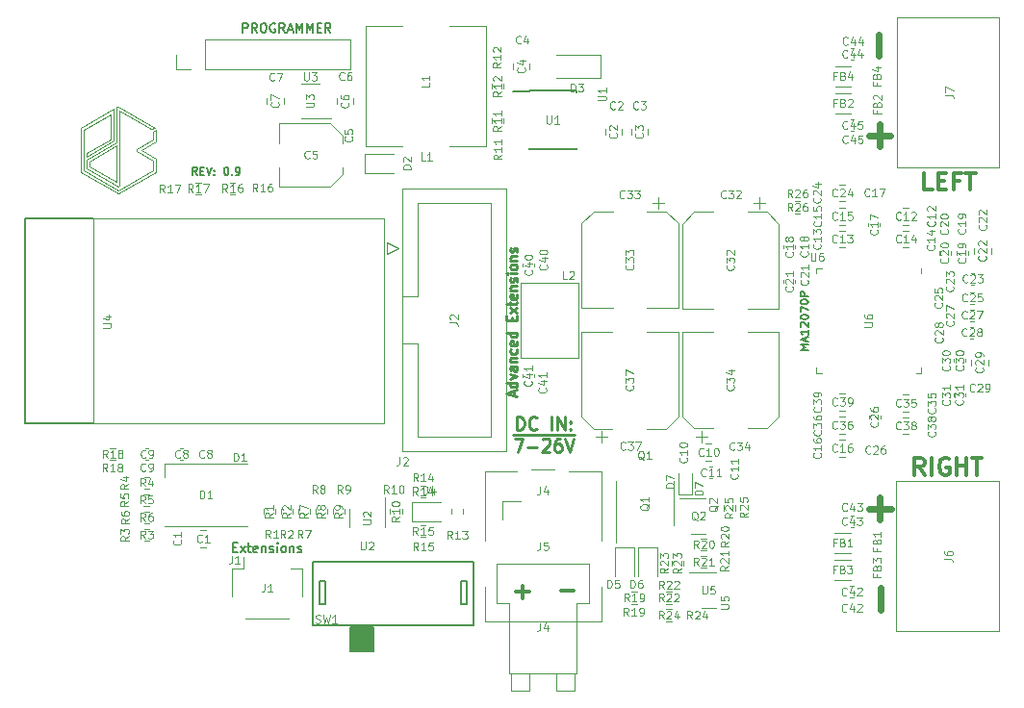
<source format=gbr>
G04 #@! TF.GenerationSoftware,KiCad,Pcbnew,(6.0.9-0)*
G04 #@! TF.CreationDate,2022-12-09T10:21:35+01:00*
G04 #@! TF.ProjectId,muVox,6d75566f-782e-46b6-9963-61645f706362,rc1*
G04 #@! TF.SameCoordinates,Original*
G04 #@! TF.FileFunction,Legend,Top*
G04 #@! TF.FilePolarity,Positive*
%FSLAX46Y46*%
G04 Gerber Fmt 4.6, Leading zero omitted, Abs format (unit mm)*
G04 Created by KiCad (PCBNEW (6.0.9-0)) date 2022-12-09 10:21:35*
%MOMM*%
%LPD*%
G01*
G04 APERTURE LIST*
%ADD10C,0.050000*%
%ADD11C,0.300000*%
%ADD12C,0.250000*%
%ADD13C,0.600000*%
%ADD14C,0.150000*%
%ADD15C,0.375000*%
%ADD16C,0.200000*%
%ADD17C,0.175000*%
%ADD18C,0.212500*%
%ADD19C,0.100000*%
%ADD20C,0.120000*%
%ADD21C,0.127000*%
G04 APERTURE END LIST*
D10*
X82016600Y-115955939D02*
X84821745Y-117564419D01*
X85194494Y-118640284D02*
X85194494Y-117660734D01*
X78565448Y-117486775D02*
X78565448Y-121325128D01*
X79101844Y-120267945D02*
X79101844Y-121008415D01*
X85194494Y-117660734D02*
X84936417Y-117813450D01*
X83489160Y-119327823D02*
X83489160Y-119494049D01*
X81763583Y-115629987D02*
X81763583Y-118740376D01*
X78823525Y-121169254D02*
X78823525Y-117640245D01*
X84936417Y-117813450D02*
X84936417Y-118507299D01*
X78565448Y-121325128D02*
X81878615Y-123242674D01*
X84931357Y-120318161D02*
X84939610Y-121165130D01*
X79096784Y-119671439D02*
X79096784Y-119974887D01*
X79380163Y-120825347D02*
X81763583Y-122206739D01*
X84939610Y-121165130D02*
X81879460Y-122931447D01*
X79101844Y-121008415D02*
X81885259Y-122612771D01*
X84821745Y-117564419D02*
X85091005Y-117415614D01*
X81878615Y-123242674D02*
X85194494Y-121318960D01*
X83901466Y-119401648D02*
X85194494Y-118640284D01*
X85194494Y-121318960D02*
X85194494Y-120170541D01*
X81763583Y-119019226D02*
X79380163Y-120408866D01*
X79380163Y-120408866D02*
X79380163Y-120825347D01*
X81485265Y-115801549D02*
X78565448Y-117486775D01*
X82016600Y-122534862D02*
X82016600Y-115955939D01*
X81884363Y-115562674D02*
X81763583Y-115629987D01*
X81763583Y-118740376D02*
X79101844Y-120267945D01*
X81885259Y-122612771D02*
X82016600Y-122534862D01*
X84936417Y-118507299D02*
X83489160Y-119327823D01*
X81763583Y-122206739D02*
X81763583Y-119019226D01*
X81212006Y-118442131D02*
X79096784Y-119671439D01*
X85194494Y-120170541D02*
X83901466Y-119401648D01*
X78823525Y-117640245D02*
X81212006Y-116267328D01*
X79096784Y-119974887D02*
X81485265Y-118589124D01*
X81212006Y-116267328D02*
X81212006Y-118442131D01*
X81879460Y-122931447D02*
X78823525Y-121169254D01*
X81485265Y-118589124D02*
X81485265Y-115801549D01*
X83489160Y-119494049D02*
X84931357Y-120318161D01*
X85091005Y-117415614D02*
X81884363Y-115562674D01*
D11*
X121981528Y-158176442D02*
X120838671Y-158176442D01*
D12*
X116974157Y-144054157D02*
X116974157Y-142854157D01*
X117236061Y-142854157D01*
X117393204Y-142911300D01*
X117497966Y-143025585D01*
X117550347Y-143139871D01*
X117602728Y-143368442D01*
X117602728Y-143539871D01*
X117550347Y-143768442D01*
X117497966Y-143882728D01*
X117393204Y-143997014D01*
X117236061Y-144054157D01*
X116974157Y-144054157D01*
X118702728Y-143939871D02*
X118650347Y-143997014D01*
X118493204Y-144054157D01*
X118388442Y-144054157D01*
X118231300Y-143997014D01*
X118126538Y-143882728D01*
X118074157Y-143768442D01*
X118021776Y-143539871D01*
X118021776Y-143368442D01*
X118074157Y-143139871D01*
X118126538Y-143025585D01*
X118231300Y-142911300D01*
X118388442Y-142854157D01*
X118493204Y-142854157D01*
X118650347Y-142911300D01*
X118702728Y-142968442D01*
X120012252Y-144054157D02*
X120012252Y-142854157D01*
X120536061Y-144054157D02*
X120536061Y-142854157D01*
X121164633Y-144054157D01*
X121164633Y-142854157D01*
X121688442Y-143939871D02*
X121740823Y-143997014D01*
X121688442Y-144054157D01*
X121636061Y-143997014D01*
X121688442Y-143939871D01*
X121688442Y-144054157D01*
X121688442Y-143311300D02*
X121740823Y-143368442D01*
X121688442Y-143425585D01*
X121636061Y-143368442D01*
X121688442Y-143311300D01*
X121688442Y-143425585D01*
X116607490Y-144447300D02*
X117655109Y-144447300D01*
X116764633Y-144786157D02*
X117497966Y-144786157D01*
X117026538Y-145986157D01*
X117655109Y-144447300D02*
X119017014Y-144447300D01*
X117917014Y-145529014D02*
X118755109Y-145529014D01*
X119017014Y-144447300D02*
X120064633Y-144447300D01*
X119226538Y-144900442D02*
X119278919Y-144843300D01*
X119383680Y-144786157D01*
X119645585Y-144786157D01*
X119750347Y-144843300D01*
X119802728Y-144900442D01*
X119855109Y-145014728D01*
X119855109Y-145129014D01*
X119802728Y-145300442D01*
X119174157Y-145986157D01*
X119855109Y-145986157D01*
X120064633Y-144447300D02*
X121112252Y-144447300D01*
X120797966Y-144786157D02*
X120588442Y-144786157D01*
X120483680Y-144843300D01*
X120431300Y-144900442D01*
X120326538Y-145071871D01*
X120274157Y-145300442D01*
X120274157Y-145757585D01*
X120326538Y-145871871D01*
X120378919Y-145929014D01*
X120483680Y-145986157D01*
X120693204Y-145986157D01*
X120797966Y-145929014D01*
X120850347Y-145871871D01*
X120902728Y-145757585D01*
X120902728Y-145471871D01*
X120850347Y-145357585D01*
X120797966Y-145300442D01*
X120693204Y-145243300D01*
X120483680Y-145243300D01*
X120378919Y-145300442D01*
X120326538Y-145357585D01*
X120274157Y-145471871D01*
X121112252Y-144447300D02*
X122055109Y-144447300D01*
X121217014Y-144786157D02*
X121583680Y-145986157D01*
X121950347Y-144786157D01*
D13*
X148921428Y-151902380D02*
X148921428Y-149997619D01*
X147969047Y-150950000D02*
X149873809Y-150950000D01*
D11*
X118024528Y-158289442D02*
X116881671Y-158289442D01*
X117453100Y-158860871D02*
X117453100Y-157718014D01*
D14*
X88833533Y-121601666D02*
X88600200Y-121268333D01*
X88433533Y-121601666D02*
X88433533Y-120901666D01*
X88700200Y-120901666D01*
X88766866Y-120935000D01*
X88800200Y-120968333D01*
X88833533Y-121035000D01*
X88833533Y-121135000D01*
X88800200Y-121201666D01*
X88766866Y-121235000D01*
X88700200Y-121268333D01*
X88433533Y-121268333D01*
X89133533Y-121235000D02*
X89366866Y-121235000D01*
X89466866Y-121601666D02*
X89133533Y-121601666D01*
X89133533Y-120901666D01*
X89466866Y-120901666D01*
X89666866Y-120901666D02*
X89900200Y-121601666D01*
X90133533Y-120901666D01*
X90366866Y-121535000D02*
X90400200Y-121568333D01*
X90366866Y-121601666D01*
X90333533Y-121568333D01*
X90366866Y-121535000D01*
X90366866Y-121601666D01*
X90366866Y-121168333D02*
X90400200Y-121201666D01*
X90366866Y-121235000D01*
X90333533Y-121201666D01*
X90366866Y-121168333D01*
X90366866Y-121235000D01*
X91366866Y-120901666D02*
X91433533Y-120901666D01*
X91500200Y-120935000D01*
X91533533Y-120968333D01*
X91566866Y-121035000D01*
X91600200Y-121168333D01*
X91600200Y-121335000D01*
X91566866Y-121468333D01*
X91533533Y-121535000D01*
X91500200Y-121568333D01*
X91433533Y-121601666D01*
X91366866Y-121601666D01*
X91300200Y-121568333D01*
X91266866Y-121535000D01*
X91233533Y-121468333D01*
X91200200Y-121335000D01*
X91200200Y-121168333D01*
X91233533Y-121035000D01*
X91266866Y-120968333D01*
X91300200Y-120935000D01*
X91366866Y-120901666D01*
X91900200Y-121535000D02*
X91933533Y-121568333D01*
X91900200Y-121601666D01*
X91866866Y-121568333D01*
X91900200Y-121535000D01*
X91900200Y-121601666D01*
X92266866Y-121601666D02*
X92400200Y-121601666D01*
X92466866Y-121568333D01*
X92500200Y-121535000D01*
X92566866Y-121435000D01*
X92600200Y-121301666D01*
X92600200Y-121035000D01*
X92566866Y-120968333D01*
X92533533Y-120935000D01*
X92466866Y-120901666D01*
X92333533Y-120901666D01*
X92266866Y-120935000D01*
X92233533Y-120968333D01*
X92200200Y-121035000D01*
X92200200Y-121201666D01*
X92233533Y-121268333D01*
X92266866Y-121301666D01*
X92333533Y-121335000D01*
X92466866Y-121335000D01*
X92533533Y-121301666D01*
X92566866Y-121268333D01*
X92600200Y-121201666D01*
D13*
X149001428Y-159832380D02*
X149001428Y-157927619D01*
D15*
X152820000Y-147988571D02*
X152320000Y-147274285D01*
X151962857Y-147988571D02*
X151962857Y-146488571D01*
X152534285Y-146488571D01*
X152677142Y-146560000D01*
X152748571Y-146631428D01*
X152820000Y-146774285D01*
X152820000Y-146988571D01*
X152748571Y-147131428D01*
X152677142Y-147202857D01*
X152534285Y-147274285D01*
X151962857Y-147274285D01*
X153462857Y-147988571D02*
X153462857Y-146488571D01*
X154962857Y-146560000D02*
X154820000Y-146488571D01*
X154605714Y-146488571D01*
X154391428Y-146560000D01*
X154248571Y-146702857D01*
X154177142Y-146845714D01*
X154105714Y-147131428D01*
X154105714Y-147345714D01*
X154177142Y-147631428D01*
X154248571Y-147774285D01*
X154391428Y-147917142D01*
X154605714Y-147988571D01*
X154748571Y-147988571D01*
X154962857Y-147917142D01*
X155034285Y-147845714D01*
X155034285Y-147345714D01*
X154748571Y-147345714D01*
X155677142Y-147988571D02*
X155677142Y-146488571D01*
X155677142Y-147202857D02*
X156534285Y-147202857D01*
X156534285Y-147988571D02*
X156534285Y-146488571D01*
X157034285Y-146488571D02*
X157891428Y-146488571D01*
X157462857Y-147988571D02*
X157462857Y-146488571D01*
D13*
X148888571Y-117147619D02*
X148888571Y-119052380D01*
X149840952Y-118100000D02*
X147936190Y-118100000D01*
D16*
X92005523Y-154371285D02*
X92272190Y-154371285D01*
X92386476Y-154816523D02*
X92005523Y-154816523D01*
X92005523Y-153966523D01*
X92386476Y-153966523D01*
X92653142Y-154816523D02*
X93072190Y-154249857D01*
X92653142Y-154249857D02*
X93072190Y-154816523D01*
X93262666Y-154249857D02*
X93567428Y-154249857D01*
X93376952Y-153966523D02*
X93376952Y-154695095D01*
X93415047Y-154776047D01*
X93491238Y-154816523D01*
X93567428Y-154816523D01*
X94138857Y-154776047D02*
X94062666Y-154816523D01*
X93910285Y-154816523D01*
X93834095Y-154776047D01*
X93796000Y-154695095D01*
X93796000Y-154371285D01*
X93834095Y-154290333D01*
X93910285Y-154249857D01*
X94062666Y-154249857D01*
X94138857Y-154290333D01*
X94176952Y-154371285D01*
X94176952Y-154452238D01*
X93796000Y-154533190D01*
X94519809Y-154249857D02*
X94519809Y-154816523D01*
X94519809Y-154330809D02*
X94557904Y-154290333D01*
X94634095Y-154249857D01*
X94748380Y-154249857D01*
X94824571Y-154290333D01*
X94862666Y-154371285D01*
X94862666Y-154816523D01*
X95205523Y-154776047D02*
X95281714Y-154816523D01*
X95434095Y-154816523D01*
X95510285Y-154776047D01*
X95548380Y-154695095D01*
X95548380Y-154654619D01*
X95510285Y-154573666D01*
X95434095Y-154533190D01*
X95319809Y-154533190D01*
X95243619Y-154492714D01*
X95205523Y-154411761D01*
X95205523Y-154371285D01*
X95243619Y-154290333D01*
X95319809Y-154249857D01*
X95434095Y-154249857D01*
X95510285Y-154290333D01*
X95891238Y-154816523D02*
X95891238Y-154249857D01*
X95891238Y-153966523D02*
X95853142Y-154007000D01*
X95891238Y-154047476D01*
X95929333Y-154007000D01*
X95891238Y-153966523D01*
X95891238Y-154047476D01*
X96386476Y-154816523D02*
X96310285Y-154776047D01*
X96272190Y-154735571D01*
X96234095Y-154654619D01*
X96234095Y-154411761D01*
X96272190Y-154330809D01*
X96310285Y-154290333D01*
X96386476Y-154249857D01*
X96500761Y-154249857D01*
X96576952Y-154290333D01*
X96615047Y-154330809D01*
X96653142Y-154411761D01*
X96653142Y-154654619D01*
X96615047Y-154735571D01*
X96576952Y-154776047D01*
X96500761Y-154816523D01*
X96386476Y-154816523D01*
X96995999Y-154249857D02*
X96995999Y-154816523D01*
X96995999Y-154330809D02*
X97034095Y-154290333D01*
X97110285Y-154249857D01*
X97224571Y-154249857D01*
X97300761Y-154290333D01*
X97338857Y-154371285D01*
X97338857Y-154816523D01*
X97681714Y-154776047D02*
X97757904Y-154816523D01*
X97910285Y-154816523D01*
X97986476Y-154776047D01*
X98024571Y-154695095D01*
X98024571Y-154654619D01*
X97986476Y-154573666D01*
X97910285Y-154533190D01*
X97795999Y-154533190D01*
X97719809Y-154492714D01*
X97681714Y-154411761D01*
X97681714Y-154371285D01*
X97719809Y-154290333D01*
X97795999Y-154249857D01*
X97910285Y-154249857D01*
X97986476Y-154290333D01*
D15*
X153521428Y-122908571D02*
X152807142Y-122908571D01*
X152807142Y-121408571D01*
X154021428Y-122122857D02*
X154521428Y-122122857D01*
X154735714Y-122908571D02*
X154021428Y-122908571D01*
X154021428Y-121408571D01*
X154735714Y-121408571D01*
X155878571Y-122122857D02*
X155378571Y-122122857D01*
X155378571Y-122908571D02*
X155378571Y-121408571D01*
X156092857Y-121408571D01*
X156450000Y-121408571D02*
X157307142Y-121408571D01*
X156878571Y-122908571D02*
X156878571Y-121408571D01*
D16*
X92842480Y-109041204D02*
X92842480Y-108241204D01*
X93147242Y-108241204D01*
X93223433Y-108279300D01*
X93261528Y-108317395D01*
X93299623Y-108393585D01*
X93299623Y-108507871D01*
X93261528Y-108584061D01*
X93223433Y-108622157D01*
X93147242Y-108660252D01*
X92842480Y-108660252D01*
X94099623Y-109041204D02*
X93832957Y-108660252D01*
X93642480Y-109041204D02*
X93642480Y-108241204D01*
X93947242Y-108241204D01*
X94023433Y-108279300D01*
X94061528Y-108317395D01*
X94099623Y-108393585D01*
X94099623Y-108507871D01*
X94061528Y-108584061D01*
X94023433Y-108622157D01*
X93947242Y-108660252D01*
X93642480Y-108660252D01*
X94594861Y-108241204D02*
X94747242Y-108241204D01*
X94823433Y-108279300D01*
X94899623Y-108355490D01*
X94937719Y-108507871D01*
X94937719Y-108774538D01*
X94899623Y-108926919D01*
X94823433Y-109003109D01*
X94747242Y-109041204D01*
X94594861Y-109041204D01*
X94518671Y-109003109D01*
X94442480Y-108926919D01*
X94404385Y-108774538D01*
X94404385Y-108507871D01*
X94442480Y-108355490D01*
X94518671Y-108279300D01*
X94594861Y-108241204D01*
X95699623Y-108279300D02*
X95623433Y-108241204D01*
X95509147Y-108241204D01*
X95394861Y-108279300D01*
X95318671Y-108355490D01*
X95280576Y-108431680D01*
X95242480Y-108584061D01*
X95242480Y-108698347D01*
X95280576Y-108850728D01*
X95318671Y-108926919D01*
X95394861Y-109003109D01*
X95509147Y-109041204D01*
X95585338Y-109041204D01*
X95699623Y-109003109D01*
X95737719Y-108965014D01*
X95737719Y-108698347D01*
X95585338Y-108698347D01*
X96537719Y-109041204D02*
X96271052Y-108660252D01*
X96080576Y-109041204D02*
X96080576Y-108241204D01*
X96385338Y-108241204D01*
X96461528Y-108279300D01*
X96499623Y-108317395D01*
X96537719Y-108393585D01*
X96537719Y-108507871D01*
X96499623Y-108584061D01*
X96461528Y-108622157D01*
X96385338Y-108660252D01*
X96080576Y-108660252D01*
X96842480Y-108812633D02*
X97223433Y-108812633D01*
X96766290Y-109041204D02*
X97032957Y-108241204D01*
X97299623Y-109041204D01*
X97566290Y-109041204D02*
X97566290Y-108241204D01*
X97832957Y-108812633D01*
X98099623Y-108241204D01*
X98099623Y-109041204D01*
X98480576Y-109041204D02*
X98480576Y-108241204D01*
X98747242Y-108812633D01*
X99013909Y-108241204D01*
X99013909Y-109041204D01*
X99394861Y-108622157D02*
X99661528Y-108622157D01*
X99775814Y-109041204D02*
X99394861Y-109041204D01*
X99394861Y-108241204D01*
X99775814Y-108241204D01*
X100575814Y-109041204D02*
X100309147Y-108660252D01*
X100118671Y-109041204D02*
X100118671Y-108241204D01*
X100423433Y-108241204D01*
X100499623Y-108279300D01*
X100537719Y-108317395D01*
X100575814Y-108393585D01*
X100575814Y-108507871D01*
X100537719Y-108584061D01*
X100499623Y-108622157D01*
X100423433Y-108660252D01*
X100118671Y-108660252D01*
D17*
X142596666Y-136990000D02*
X141896666Y-136990000D01*
X142396666Y-136756666D01*
X141896666Y-136523333D01*
X142596666Y-136523333D01*
X142396666Y-136223333D02*
X142396666Y-135890000D01*
X142596666Y-136290000D02*
X141896666Y-136056666D01*
X142596666Y-135823333D01*
X142596666Y-135223333D02*
X142596666Y-135623333D01*
X142596666Y-135423333D02*
X141896666Y-135423333D01*
X141996666Y-135490000D01*
X142063333Y-135556666D01*
X142096666Y-135623333D01*
X141963333Y-134956666D02*
X141930000Y-134923333D01*
X141896666Y-134856666D01*
X141896666Y-134690000D01*
X141930000Y-134623333D01*
X141963333Y-134590000D01*
X142030000Y-134556666D01*
X142096666Y-134556666D01*
X142196666Y-134590000D01*
X142596666Y-134990000D01*
X142596666Y-134556666D01*
X141896666Y-134123333D02*
X141896666Y-134056666D01*
X141930000Y-133990000D01*
X141963333Y-133956666D01*
X142030000Y-133923333D01*
X142163333Y-133890000D01*
X142330000Y-133890000D01*
X142463333Y-133923333D01*
X142530000Y-133956666D01*
X142563333Y-133990000D01*
X142596666Y-134056666D01*
X142596666Y-134123333D01*
X142563333Y-134190000D01*
X142530000Y-134223333D01*
X142463333Y-134256666D01*
X142330000Y-134290000D01*
X142163333Y-134290000D01*
X142030000Y-134256666D01*
X141963333Y-134223333D01*
X141930000Y-134190000D01*
X141896666Y-134123333D01*
X141896666Y-133656666D02*
X141896666Y-133190000D01*
X142596666Y-133490000D01*
X141896666Y-132790000D02*
X141896666Y-132723333D01*
X141930000Y-132656666D01*
X141963333Y-132623333D01*
X142030000Y-132590000D01*
X142163333Y-132556666D01*
X142330000Y-132556666D01*
X142463333Y-132590000D01*
X142530000Y-132623333D01*
X142563333Y-132656666D01*
X142596666Y-132723333D01*
X142596666Y-132790000D01*
X142563333Y-132856666D01*
X142530000Y-132890000D01*
X142463333Y-132923333D01*
X142330000Y-132956666D01*
X142163333Y-132956666D01*
X142030000Y-132923333D01*
X141963333Y-132890000D01*
X141930000Y-132856666D01*
X141896666Y-132790000D01*
X142596666Y-132256666D02*
X141896666Y-132256666D01*
X141896666Y-131990000D01*
X141930000Y-131923333D01*
X141963333Y-131890000D01*
X142030000Y-131856666D01*
X142130000Y-131856666D01*
X142196666Y-131890000D01*
X142230000Y-131923333D01*
X142263333Y-131990000D01*
X142263333Y-132256666D01*
D13*
X148808571Y-109217619D02*
X148808571Y-111122380D01*
D18*
X116715100Y-141000728D02*
X116715100Y-140595966D01*
X116972242Y-141081680D02*
X116072242Y-140798347D01*
X116972242Y-140515014D01*
X116972242Y-139867395D02*
X116072242Y-139867395D01*
X116929385Y-139867395D02*
X116972242Y-139948347D01*
X116972242Y-140110252D01*
X116929385Y-140191204D01*
X116886528Y-140231680D01*
X116800814Y-140272157D01*
X116543671Y-140272157D01*
X116457957Y-140231680D01*
X116415100Y-140191204D01*
X116372242Y-140110252D01*
X116372242Y-139948347D01*
X116415100Y-139867395D01*
X116372242Y-139543585D02*
X116972242Y-139341204D01*
X116372242Y-139138823D01*
X116972242Y-138450728D02*
X116500814Y-138450728D01*
X116415100Y-138491204D01*
X116372242Y-138572157D01*
X116372242Y-138734061D01*
X116415100Y-138815014D01*
X116929385Y-138450728D02*
X116972242Y-138531680D01*
X116972242Y-138734061D01*
X116929385Y-138815014D01*
X116843671Y-138855490D01*
X116757957Y-138855490D01*
X116672242Y-138815014D01*
X116629385Y-138734061D01*
X116629385Y-138531680D01*
X116586528Y-138450728D01*
X116372242Y-138045966D02*
X116972242Y-138045966D01*
X116457957Y-138045966D02*
X116415100Y-138005490D01*
X116372242Y-137924538D01*
X116372242Y-137803109D01*
X116415100Y-137722157D01*
X116500814Y-137681680D01*
X116972242Y-137681680D01*
X116929385Y-136912633D02*
X116972242Y-136993585D01*
X116972242Y-137155490D01*
X116929385Y-137236442D01*
X116886528Y-137276919D01*
X116800814Y-137317395D01*
X116543671Y-137317395D01*
X116457957Y-137276919D01*
X116415100Y-137236442D01*
X116372242Y-137155490D01*
X116372242Y-136993585D01*
X116415100Y-136912633D01*
X116929385Y-136224538D02*
X116972242Y-136305490D01*
X116972242Y-136467395D01*
X116929385Y-136548347D01*
X116843671Y-136588823D01*
X116500814Y-136588823D01*
X116415100Y-136548347D01*
X116372242Y-136467395D01*
X116372242Y-136305490D01*
X116415100Y-136224538D01*
X116500814Y-136184061D01*
X116586528Y-136184061D01*
X116672242Y-136588823D01*
X116972242Y-135455490D02*
X116072242Y-135455490D01*
X116929385Y-135455490D02*
X116972242Y-135536442D01*
X116972242Y-135698347D01*
X116929385Y-135779300D01*
X116886528Y-135819776D01*
X116800814Y-135860252D01*
X116543671Y-135860252D01*
X116457957Y-135819776D01*
X116415100Y-135779300D01*
X116372242Y-135698347D01*
X116372242Y-135536442D01*
X116415100Y-135455490D01*
X116500814Y-134403109D02*
X116500814Y-134119776D01*
X116972242Y-133998347D02*
X116972242Y-134403109D01*
X116072242Y-134403109D01*
X116072242Y-133998347D01*
X116972242Y-133715014D02*
X116372242Y-133269776D01*
X116372242Y-133715014D02*
X116972242Y-133269776D01*
X116372242Y-133067395D02*
X116372242Y-132743585D01*
X116072242Y-132945966D02*
X116843671Y-132945966D01*
X116929385Y-132905490D01*
X116972242Y-132824538D01*
X116972242Y-132743585D01*
X116929385Y-132136442D02*
X116972242Y-132217395D01*
X116972242Y-132379300D01*
X116929385Y-132460252D01*
X116843671Y-132500728D01*
X116500814Y-132500728D01*
X116415100Y-132460252D01*
X116372242Y-132379300D01*
X116372242Y-132217395D01*
X116415100Y-132136442D01*
X116500814Y-132095966D01*
X116586528Y-132095966D01*
X116672242Y-132500728D01*
X116372242Y-131731680D02*
X116972242Y-131731680D01*
X116457957Y-131731680D02*
X116415100Y-131691204D01*
X116372242Y-131610252D01*
X116372242Y-131488823D01*
X116415100Y-131407871D01*
X116500814Y-131367395D01*
X116972242Y-131367395D01*
X116929385Y-131003109D02*
X116972242Y-130922157D01*
X116972242Y-130760252D01*
X116929385Y-130679300D01*
X116843671Y-130638823D01*
X116800814Y-130638823D01*
X116715100Y-130679300D01*
X116672242Y-130760252D01*
X116672242Y-130881680D01*
X116629385Y-130962633D01*
X116543671Y-131003109D01*
X116500814Y-131003109D01*
X116415100Y-130962633D01*
X116372242Y-130881680D01*
X116372242Y-130760252D01*
X116415100Y-130679300D01*
X116972242Y-130274538D02*
X116372242Y-130274538D01*
X116072242Y-130274538D02*
X116115100Y-130315014D01*
X116157957Y-130274538D01*
X116115100Y-130234061D01*
X116072242Y-130274538D01*
X116157957Y-130274538D01*
X116972242Y-129748347D02*
X116929385Y-129829300D01*
X116886528Y-129869776D01*
X116800814Y-129910252D01*
X116543671Y-129910252D01*
X116457957Y-129869776D01*
X116415100Y-129829300D01*
X116372242Y-129748347D01*
X116372242Y-129626919D01*
X116415100Y-129545966D01*
X116457957Y-129505490D01*
X116543671Y-129465014D01*
X116800814Y-129465014D01*
X116886528Y-129505490D01*
X116929385Y-129545966D01*
X116972242Y-129626919D01*
X116972242Y-129748347D01*
X116372242Y-129100728D02*
X116972242Y-129100728D01*
X116457957Y-129100728D02*
X116415100Y-129060252D01*
X116372242Y-128979300D01*
X116372242Y-128857871D01*
X116415100Y-128776919D01*
X116500814Y-128736442D01*
X116972242Y-128736442D01*
X116929385Y-128372157D02*
X116972242Y-128291204D01*
X116972242Y-128129300D01*
X116929385Y-128048347D01*
X116843671Y-128007871D01*
X116800814Y-128007871D01*
X116715100Y-128048347D01*
X116672242Y-128129300D01*
X116672242Y-128250728D01*
X116629385Y-128331680D01*
X116543671Y-128372157D01*
X116500814Y-128372157D01*
X116415100Y-128331680D01*
X116372242Y-128250728D01*
X116372242Y-128129300D01*
X116415100Y-128048347D01*
D19*
X101773433Y-113179300D02*
X101740100Y-113212633D01*
X101640100Y-113245966D01*
X101573433Y-113245966D01*
X101473433Y-113212633D01*
X101406766Y-113145966D01*
X101373433Y-113079300D01*
X101340100Y-112945966D01*
X101340100Y-112845966D01*
X101373433Y-112712633D01*
X101406766Y-112645966D01*
X101473433Y-112579300D01*
X101573433Y-112545966D01*
X101640100Y-112545966D01*
X101740100Y-112579300D01*
X101773433Y-112612633D01*
X102373433Y-112545966D02*
X102240100Y-112545966D01*
X102173433Y-112579300D01*
X102140100Y-112612633D01*
X102073433Y-112712633D01*
X102040100Y-112845966D01*
X102040100Y-113112633D01*
X102073433Y-113179300D01*
X102106766Y-113212633D01*
X102173433Y-113245966D01*
X102306766Y-113245966D01*
X102373433Y-113212633D01*
X102406766Y-113179300D01*
X102440100Y-113112633D01*
X102440100Y-112945966D01*
X102406766Y-112879300D01*
X102373433Y-112845966D01*
X102306766Y-112812633D01*
X102173433Y-112812633D01*
X102106766Y-112845966D01*
X102073433Y-112879300D01*
X102040100Y-112945966D01*
X102109100Y-115213466D02*
X102142433Y-115246800D01*
X102175766Y-115346800D01*
X102175766Y-115413466D01*
X102142433Y-115513466D01*
X102075766Y-115580133D01*
X102009100Y-115613466D01*
X101875766Y-115646800D01*
X101775766Y-115646800D01*
X101642433Y-115613466D01*
X101575766Y-115580133D01*
X101509100Y-115513466D01*
X101475766Y-115413466D01*
X101475766Y-115346800D01*
X101509100Y-115246800D01*
X101542433Y-115213466D01*
X101475766Y-114613466D02*
X101475766Y-114746800D01*
X101509100Y-114813466D01*
X101542433Y-114846800D01*
X101642433Y-114913466D01*
X101775766Y-114946800D01*
X102042433Y-114946800D01*
X102109100Y-114913466D01*
X102142433Y-114880133D01*
X102175766Y-114813466D01*
X102175766Y-114680133D01*
X102142433Y-114613466D01*
X102109100Y-114580133D01*
X102042433Y-114546800D01*
X101875766Y-114546800D01*
X101809100Y-114580133D01*
X101775766Y-114613466D01*
X101742433Y-114680133D01*
X101742433Y-114813466D01*
X101775766Y-114880133D01*
X101809100Y-114913466D01*
X101875766Y-114946800D01*
X95623433Y-113229300D02*
X95590100Y-113262633D01*
X95490100Y-113295966D01*
X95423433Y-113295966D01*
X95323433Y-113262633D01*
X95256766Y-113195966D01*
X95223433Y-113129300D01*
X95190100Y-112995966D01*
X95190100Y-112895966D01*
X95223433Y-112762633D01*
X95256766Y-112695966D01*
X95323433Y-112629300D01*
X95423433Y-112595966D01*
X95490100Y-112595966D01*
X95590100Y-112629300D01*
X95623433Y-112662633D01*
X95856766Y-112595966D02*
X96323433Y-112595966D01*
X96023433Y-113295966D01*
X95959100Y-115196566D02*
X95992433Y-115229900D01*
X96025766Y-115329900D01*
X96025766Y-115396566D01*
X95992433Y-115496566D01*
X95925766Y-115563233D01*
X95859100Y-115596566D01*
X95725766Y-115629900D01*
X95625766Y-115629900D01*
X95492433Y-115596566D01*
X95425766Y-115563233D01*
X95359100Y-115496566D01*
X95325766Y-115396566D01*
X95325766Y-115329900D01*
X95359100Y-115229900D01*
X95392433Y-115196566D01*
X95325766Y-114963233D02*
X95325766Y-114496566D01*
X96025766Y-114796566D01*
X119026766Y-153905966D02*
X119026766Y-154405966D01*
X118993433Y-154505966D01*
X118926766Y-154572633D01*
X118826766Y-154605966D01*
X118760100Y-154605966D01*
X119693433Y-153905966D02*
X119360100Y-153905966D01*
X119326766Y-154239300D01*
X119360100Y-154205966D01*
X119426766Y-154172633D01*
X119593433Y-154172633D01*
X119660100Y-154205966D01*
X119693433Y-154239300D01*
X119726766Y-154305966D01*
X119726766Y-154472633D01*
X119693433Y-154539300D01*
X119660100Y-154572633D01*
X119593433Y-154605966D01*
X119426766Y-154605966D01*
X119360100Y-154572633D01*
X119326766Y-154539300D01*
X128148913Y-146668423D02*
X128082246Y-146635090D01*
X128015580Y-146568423D01*
X127915580Y-146468423D01*
X127848913Y-146435090D01*
X127782246Y-146435090D01*
X127815580Y-146601756D02*
X127748913Y-146568423D01*
X127682246Y-146501756D01*
X127648913Y-146368423D01*
X127648913Y-146135090D01*
X127682246Y-146001756D01*
X127748913Y-145935090D01*
X127815580Y-145901756D01*
X127948913Y-145901756D01*
X128015580Y-145935090D01*
X128082246Y-146001756D01*
X128115580Y-146135090D01*
X128115580Y-146368423D01*
X128082246Y-146501756D01*
X128015580Y-146568423D01*
X127948913Y-146601756D01*
X127815580Y-146601756D01*
X128782246Y-146601756D02*
X128382246Y-146601756D01*
X128582246Y-146601756D02*
X128582246Y-145901756D01*
X128515580Y-146001756D01*
X128448913Y-146068423D01*
X128382246Y-146101756D01*
X128602533Y-150559766D02*
X128569200Y-150626433D01*
X128502533Y-150693100D01*
X128402533Y-150793100D01*
X128369200Y-150859766D01*
X128369200Y-150926433D01*
X128535866Y-150893100D02*
X128502533Y-150959766D01*
X128435866Y-151026433D01*
X128302533Y-151059766D01*
X128069200Y-151059766D01*
X127935866Y-151026433D01*
X127869200Y-150959766D01*
X127835866Y-150893100D01*
X127835866Y-150759766D01*
X127869200Y-150693100D01*
X127935866Y-150626433D01*
X128069200Y-150593100D01*
X128302533Y-150593100D01*
X128435866Y-150626433D01*
X128502533Y-150693100D01*
X128535866Y-150759766D01*
X128535866Y-150893100D01*
X128535866Y-149926433D02*
X128535866Y-150326433D01*
X128535866Y-150126433D02*
X127835866Y-150126433D01*
X127935866Y-150193100D01*
X128002533Y-150259766D01*
X128035866Y-150326433D01*
X98256766Y-112570966D02*
X98256766Y-113137633D01*
X98290100Y-113204300D01*
X98323433Y-113237633D01*
X98390100Y-113270966D01*
X98523433Y-113270966D01*
X98590100Y-113237633D01*
X98623433Y-113204300D01*
X98656766Y-113137633D01*
X98656766Y-112570966D01*
X98923433Y-112570966D02*
X99356766Y-112570966D01*
X99123433Y-112837633D01*
X99223433Y-112837633D01*
X99290100Y-112870966D01*
X99323433Y-112904300D01*
X99356766Y-112970966D01*
X99356766Y-113137633D01*
X99323433Y-113204300D01*
X99290100Y-113237633D01*
X99223433Y-113270966D01*
X99023433Y-113270966D01*
X98956766Y-113237633D01*
X98923433Y-113204300D01*
X98406766Y-115612633D02*
X98973433Y-115612633D01*
X99040100Y-115579300D01*
X99073433Y-115545966D01*
X99106766Y-115479300D01*
X99106766Y-115345966D01*
X99073433Y-115279300D01*
X99040100Y-115245966D01*
X98973433Y-115212633D01*
X98406766Y-115212633D01*
X98406766Y-114945966D02*
X98406766Y-114512633D01*
X98673433Y-114745966D01*
X98673433Y-114645966D01*
X98706766Y-114579300D01*
X98740100Y-114545966D01*
X98806766Y-114512633D01*
X98973433Y-114512633D01*
X99040100Y-114545966D01*
X99073433Y-114579300D01*
X99106766Y-114645966D01*
X99106766Y-114845966D01*
X99073433Y-114912633D01*
X99040100Y-114945966D01*
X106666666Y-146441666D02*
X106666666Y-146941666D01*
X106633333Y-147041666D01*
X106566666Y-147108333D01*
X106466666Y-147141666D01*
X106400000Y-147141666D01*
X106966666Y-146508333D02*
X107000000Y-146475000D01*
X107066666Y-146441666D01*
X107233333Y-146441666D01*
X107300000Y-146475000D01*
X107333333Y-146508333D01*
X107366666Y-146575000D01*
X107366666Y-146641666D01*
X107333333Y-146741666D01*
X106933333Y-147141666D01*
X107366666Y-147141666D01*
X111074266Y-134587633D02*
X111574266Y-134587633D01*
X111674266Y-134620966D01*
X111740933Y-134687633D01*
X111774266Y-134787633D01*
X111774266Y-134854300D01*
X111140933Y-134287633D02*
X111107600Y-134254300D01*
X111074266Y-134187633D01*
X111074266Y-134020966D01*
X111107600Y-133954300D01*
X111140933Y-133920966D01*
X111207600Y-133887633D01*
X111274266Y-133887633D01*
X111374266Y-133920966D01*
X111774266Y-134320966D01*
X111774266Y-133887633D01*
X142520000Y-128330000D02*
X142553333Y-128363333D01*
X142586666Y-128463333D01*
X142586666Y-128530000D01*
X142553333Y-128630000D01*
X142486666Y-128696666D01*
X142420000Y-128730000D01*
X142286666Y-128763333D01*
X142186666Y-128763333D01*
X142053333Y-128730000D01*
X141986666Y-128696666D01*
X141920000Y-128630000D01*
X141886666Y-128530000D01*
X141886666Y-128463333D01*
X141920000Y-128363333D01*
X141953333Y-128330000D01*
X142586666Y-127663333D02*
X142586666Y-128063333D01*
X142586666Y-127863333D02*
X141886666Y-127863333D01*
X141986666Y-127930000D01*
X142053333Y-127996666D01*
X142086666Y-128063333D01*
X142186666Y-127263333D02*
X142153333Y-127330000D01*
X142120000Y-127363333D01*
X142053333Y-127396666D01*
X142020000Y-127396666D01*
X141953333Y-127363333D01*
X141920000Y-127330000D01*
X141886666Y-127263333D01*
X141886666Y-127130000D01*
X141920000Y-127063333D01*
X141953333Y-127030000D01*
X142020000Y-126996666D01*
X142053333Y-126996666D01*
X142120000Y-127030000D01*
X142153333Y-127063333D01*
X142186666Y-127130000D01*
X142186666Y-127263333D01*
X142220000Y-127330000D01*
X142253333Y-127363333D01*
X142320000Y-127396666D01*
X142453333Y-127396666D01*
X142520000Y-127363333D01*
X142553333Y-127330000D01*
X142586666Y-127263333D01*
X142586666Y-127130000D01*
X142553333Y-127063333D01*
X142520000Y-127030000D01*
X142453333Y-126996666D01*
X142320000Y-126996666D01*
X142253333Y-127030000D01*
X142220000Y-127063333D01*
X142186666Y-127130000D01*
X141210100Y-128369300D02*
X141243433Y-128402633D01*
X141276766Y-128502633D01*
X141276766Y-128569300D01*
X141243433Y-128669300D01*
X141176766Y-128735966D01*
X141110100Y-128769300D01*
X140976766Y-128802633D01*
X140876766Y-128802633D01*
X140743433Y-128769300D01*
X140676766Y-128735966D01*
X140610100Y-128669300D01*
X140576766Y-128569300D01*
X140576766Y-128502633D01*
X140610100Y-128402633D01*
X140643433Y-128369300D01*
X141276766Y-127702633D02*
X141276766Y-128102633D01*
X141276766Y-127902633D02*
X140576766Y-127902633D01*
X140676766Y-127969300D01*
X140743433Y-128035966D01*
X140776766Y-128102633D01*
X140876766Y-127302633D02*
X140843433Y-127369300D01*
X140810100Y-127402633D01*
X140743433Y-127435966D01*
X140710100Y-127435966D01*
X140643433Y-127402633D01*
X140610100Y-127369300D01*
X140576766Y-127302633D01*
X140576766Y-127169300D01*
X140610100Y-127102633D01*
X140643433Y-127069300D01*
X140710100Y-127035966D01*
X140743433Y-127035966D01*
X140810100Y-127069300D01*
X140843433Y-127102633D01*
X140876766Y-127169300D01*
X140876766Y-127302633D01*
X140910100Y-127369300D01*
X140943433Y-127402633D01*
X141010100Y-127435966D01*
X141143433Y-127435966D01*
X141210100Y-127402633D01*
X141243433Y-127369300D01*
X141276766Y-127302633D01*
X141276766Y-127169300D01*
X141243433Y-127102633D01*
X141210100Y-127069300D01*
X141143433Y-127035966D01*
X141010100Y-127035966D01*
X140943433Y-127069300D01*
X140910100Y-127102633D01*
X140876766Y-127169300D01*
X103251066Y-153870866D02*
X103251066Y-154437533D01*
X103284400Y-154504200D01*
X103317733Y-154537533D01*
X103384400Y-154570866D01*
X103517733Y-154570866D01*
X103584400Y-154537533D01*
X103617733Y-154504200D01*
X103651066Y-154437533D01*
X103651066Y-153870866D01*
X103951066Y-153937533D02*
X103984400Y-153904200D01*
X104051066Y-153870866D01*
X104217733Y-153870866D01*
X104284400Y-153904200D01*
X104317733Y-153937533D01*
X104351066Y-154004200D01*
X104351066Y-154070866D01*
X104317733Y-154170866D01*
X103917733Y-154570866D01*
X104351066Y-154570866D01*
X103430066Y-152318533D02*
X103996733Y-152318533D01*
X104063400Y-152285200D01*
X104096733Y-152251866D01*
X104130066Y-152185200D01*
X104130066Y-152051866D01*
X104096733Y-151985200D01*
X104063400Y-151951866D01*
X103996733Y-151918533D01*
X103430066Y-151918533D01*
X103496733Y-151618533D02*
X103463400Y-151585200D01*
X103430066Y-151518533D01*
X103430066Y-151351866D01*
X103463400Y-151285200D01*
X103496733Y-151251866D01*
X103563400Y-151218533D01*
X103630066Y-151218533D01*
X103730066Y-151251866D01*
X104130066Y-151651866D01*
X104130066Y-151218533D01*
X102440100Y-118220966D02*
X102473433Y-118254300D01*
X102506766Y-118354300D01*
X102506766Y-118420966D01*
X102473433Y-118520966D01*
X102406766Y-118587633D01*
X102340100Y-118620966D01*
X102206766Y-118654300D01*
X102106766Y-118654300D01*
X101973433Y-118620966D01*
X101906766Y-118587633D01*
X101840100Y-118520966D01*
X101806766Y-118420966D01*
X101806766Y-118354300D01*
X101840100Y-118254300D01*
X101873433Y-118220966D01*
X101806766Y-117587633D02*
X101806766Y-117920966D01*
X102140100Y-117954300D01*
X102106766Y-117920966D01*
X102073433Y-117854300D01*
X102073433Y-117687633D01*
X102106766Y-117620966D01*
X102140100Y-117587633D01*
X102206766Y-117554300D01*
X102373433Y-117554300D01*
X102440100Y-117587633D01*
X102473433Y-117620966D01*
X102506766Y-117687633D01*
X102506766Y-117854300D01*
X102473433Y-117920966D01*
X102440100Y-117954300D01*
X98723433Y-120079300D02*
X98690100Y-120112633D01*
X98590100Y-120145966D01*
X98523433Y-120145966D01*
X98423433Y-120112633D01*
X98356766Y-120045966D01*
X98323433Y-119979300D01*
X98290100Y-119845966D01*
X98290100Y-119745966D01*
X98323433Y-119612633D01*
X98356766Y-119545966D01*
X98423433Y-119479300D01*
X98523433Y-119445966D01*
X98590100Y-119445966D01*
X98690100Y-119479300D01*
X98723433Y-119512633D01*
X99356766Y-119445966D02*
X99023433Y-119445966D01*
X98990100Y-119779300D01*
X99023433Y-119745966D01*
X99090100Y-119712633D01*
X99256766Y-119712633D01*
X99323433Y-119745966D01*
X99356766Y-119779300D01*
X99390100Y-119845966D01*
X99390100Y-120012633D01*
X99356766Y-120079300D01*
X99323433Y-120112633D01*
X99256766Y-120145966D01*
X99090100Y-120145966D01*
X99023433Y-120112633D01*
X98990100Y-120079300D01*
X134894466Y-159764333D02*
X135461133Y-159764333D01*
X135527800Y-159731000D01*
X135561133Y-159697666D01*
X135594466Y-159631000D01*
X135594466Y-159497666D01*
X135561133Y-159431000D01*
X135527800Y-159397666D01*
X135461133Y-159364333D01*
X134894466Y-159364333D01*
X134894466Y-158697666D02*
X134894466Y-159031000D01*
X135227800Y-159064333D01*
X135194466Y-159031000D01*
X135161133Y-158964333D01*
X135161133Y-158797666D01*
X135194466Y-158731000D01*
X135227800Y-158697666D01*
X135294466Y-158664333D01*
X135461133Y-158664333D01*
X135527800Y-158697666D01*
X135561133Y-158731000D01*
X135594466Y-158797666D01*
X135594466Y-158964333D01*
X135561133Y-159031000D01*
X135527800Y-159064333D01*
X133291666Y-157766666D02*
X133291666Y-158333333D01*
X133325000Y-158400000D01*
X133358333Y-158433333D01*
X133425000Y-158466666D01*
X133558333Y-158466666D01*
X133625000Y-158433333D01*
X133658333Y-158400000D01*
X133691666Y-158333333D01*
X133691666Y-157766666D01*
X134358333Y-157766666D02*
X134025000Y-157766666D01*
X133991666Y-158100000D01*
X134025000Y-158066666D01*
X134091666Y-158033333D01*
X134258333Y-158033333D01*
X134325000Y-158066666D01*
X134358333Y-158100000D01*
X134391666Y-158166666D01*
X134391666Y-158333333D01*
X134358333Y-158400000D01*
X134325000Y-158433333D01*
X134258333Y-158466666D01*
X134091666Y-158466666D01*
X134025000Y-158433333D01*
X133991666Y-158400000D01*
X126958333Y-157941666D02*
X126958333Y-157241666D01*
X127125000Y-157241666D01*
X127225000Y-157275000D01*
X127291666Y-157341666D01*
X127325000Y-157408333D01*
X127358333Y-157541666D01*
X127358333Y-157641666D01*
X127325000Y-157775000D01*
X127291666Y-157841666D01*
X127225000Y-157908333D01*
X127125000Y-157941666D01*
X126958333Y-157941666D01*
X127958333Y-157241666D02*
X127825000Y-157241666D01*
X127758333Y-157275000D01*
X127725000Y-157308333D01*
X127658333Y-157408333D01*
X127625000Y-157541666D01*
X127625000Y-157808333D01*
X127658333Y-157875000D01*
X127691666Y-157908333D01*
X127758333Y-157941666D01*
X127891666Y-157941666D01*
X127958333Y-157908333D01*
X127991666Y-157875000D01*
X128025000Y-157808333D01*
X128025000Y-157641666D01*
X127991666Y-157575000D01*
X127958333Y-157541666D01*
X127891666Y-157508333D01*
X127758333Y-157508333D01*
X127691666Y-157541666D01*
X127658333Y-157575000D01*
X127625000Y-157641666D01*
X153660100Y-127779300D02*
X153693433Y-127812633D01*
X153726766Y-127912633D01*
X153726766Y-127979300D01*
X153693433Y-128079300D01*
X153626766Y-128145966D01*
X153560100Y-128179300D01*
X153426766Y-128212633D01*
X153326766Y-128212633D01*
X153193433Y-128179300D01*
X153126766Y-128145966D01*
X153060100Y-128079300D01*
X153026766Y-127979300D01*
X153026766Y-127912633D01*
X153060100Y-127812633D01*
X153093433Y-127779300D01*
X153726766Y-127112633D02*
X153726766Y-127512633D01*
X153726766Y-127312633D02*
X153026766Y-127312633D01*
X153126766Y-127379300D01*
X153193433Y-127445966D01*
X153226766Y-127512633D01*
X153260100Y-126512633D02*
X153726766Y-126512633D01*
X152993433Y-126679300D02*
X153493433Y-126845966D01*
X153493433Y-126412633D01*
X150740100Y-127479300D02*
X150706766Y-127512633D01*
X150606766Y-127545966D01*
X150540100Y-127545966D01*
X150440100Y-127512633D01*
X150373433Y-127445966D01*
X150340100Y-127379300D01*
X150306766Y-127245966D01*
X150306766Y-127145966D01*
X150340100Y-127012633D01*
X150373433Y-126945966D01*
X150440100Y-126879300D01*
X150540100Y-126845966D01*
X150606766Y-126845966D01*
X150706766Y-126879300D01*
X150740100Y-126912633D01*
X151406766Y-127545966D02*
X151006766Y-127545966D01*
X151206766Y-127545966D02*
X151206766Y-126845966D01*
X151140100Y-126945966D01*
X151073433Y-127012633D01*
X151006766Y-127045966D01*
X152006766Y-127079300D02*
X152006766Y-127545966D01*
X151840100Y-126812633D02*
X151673433Y-127312633D01*
X152106766Y-127312633D01*
X95285733Y-153529466D02*
X95052400Y-153196133D01*
X94885733Y-153529466D02*
X94885733Y-152829466D01*
X95152400Y-152829466D01*
X95219066Y-152862800D01*
X95252400Y-152896133D01*
X95285733Y-152962800D01*
X95285733Y-153062800D01*
X95252400Y-153129466D01*
X95219066Y-153162800D01*
X95152400Y-153196133D01*
X94885733Y-153196133D01*
X95952400Y-153529466D02*
X95552400Y-153529466D01*
X95752400Y-153529466D02*
X95752400Y-152829466D01*
X95685733Y-152929466D01*
X95619066Y-152996133D01*
X95552400Y-153029466D01*
X95515866Y-151322866D02*
X95182533Y-151556200D01*
X95515866Y-151722866D02*
X94815866Y-151722866D01*
X94815866Y-151456200D01*
X94849200Y-151389533D01*
X94882533Y-151356200D01*
X94949200Y-151322866D01*
X95049200Y-151322866D01*
X95115866Y-151356200D01*
X95149200Y-151389533D01*
X95182533Y-151456200D01*
X95182533Y-151722866D01*
X95515866Y-150656200D02*
X95515866Y-151056200D01*
X95515866Y-150856200D02*
X94815866Y-150856200D01*
X94915866Y-150922866D01*
X94982533Y-150989533D01*
X95015866Y-151056200D01*
X136100400Y-145741200D02*
X136067066Y-145774533D01*
X135967066Y-145807866D01*
X135900400Y-145807866D01*
X135800400Y-145774533D01*
X135733733Y-145707866D01*
X135700400Y-145641200D01*
X135667066Y-145507866D01*
X135667066Y-145407866D01*
X135700400Y-145274533D01*
X135733733Y-145207866D01*
X135800400Y-145141200D01*
X135900400Y-145107866D01*
X135967066Y-145107866D01*
X136067066Y-145141200D01*
X136100400Y-145174533D01*
X136333733Y-145107866D02*
X136767066Y-145107866D01*
X136533733Y-145374533D01*
X136633733Y-145374533D01*
X136700400Y-145407866D01*
X136733733Y-145441200D01*
X136767066Y-145507866D01*
X136767066Y-145674533D01*
X136733733Y-145741200D01*
X136700400Y-145774533D01*
X136633733Y-145807866D01*
X136433733Y-145807866D01*
X136367066Y-145774533D01*
X136333733Y-145741200D01*
X137367066Y-145341200D02*
X137367066Y-145807866D01*
X137200400Y-145074533D02*
X137033733Y-145574533D01*
X137467066Y-145574533D01*
X136010480Y-140094790D02*
X136043813Y-140128123D01*
X136077146Y-140228123D01*
X136077146Y-140294790D01*
X136043813Y-140394790D01*
X135977146Y-140461456D01*
X135910480Y-140494790D01*
X135777146Y-140528123D01*
X135677146Y-140528123D01*
X135543813Y-140494790D01*
X135477146Y-140461456D01*
X135410480Y-140394790D01*
X135377146Y-140294790D01*
X135377146Y-140228123D01*
X135410480Y-140128123D01*
X135443813Y-140094790D01*
X135377146Y-139861456D02*
X135377146Y-139428123D01*
X135643813Y-139661456D01*
X135643813Y-139561456D01*
X135677146Y-139494790D01*
X135710480Y-139461456D01*
X135777146Y-139428123D01*
X135943813Y-139428123D01*
X136010480Y-139461456D01*
X136043813Y-139494790D01*
X136077146Y-139561456D01*
X136077146Y-139761456D01*
X136043813Y-139828123D01*
X136010480Y-139861456D01*
X135610480Y-138828123D02*
X136077146Y-138828123D01*
X135343813Y-138994790D02*
X135843813Y-139161456D01*
X135843813Y-138728123D01*
X147970100Y-123419300D02*
X147936766Y-123452633D01*
X147836766Y-123485966D01*
X147770100Y-123485966D01*
X147670100Y-123452633D01*
X147603433Y-123385966D01*
X147570100Y-123319300D01*
X147536766Y-123185966D01*
X147536766Y-123085966D01*
X147570100Y-122952633D01*
X147603433Y-122885966D01*
X147670100Y-122819300D01*
X147770100Y-122785966D01*
X147836766Y-122785966D01*
X147936766Y-122819300D01*
X147970100Y-122852633D01*
X148636766Y-123485966D02*
X148236766Y-123485966D01*
X148436766Y-123485966D02*
X148436766Y-122785966D01*
X148370100Y-122885966D01*
X148303433Y-122952633D01*
X148236766Y-122985966D01*
X148870100Y-122785966D02*
X149336766Y-122785966D01*
X149036766Y-123485966D01*
X148650100Y-126409300D02*
X148683433Y-126442633D01*
X148716766Y-126542633D01*
X148716766Y-126609300D01*
X148683433Y-126709300D01*
X148616766Y-126775966D01*
X148550100Y-126809300D01*
X148416766Y-126842633D01*
X148316766Y-126842633D01*
X148183433Y-126809300D01*
X148116766Y-126775966D01*
X148050100Y-126709300D01*
X148016766Y-126609300D01*
X148016766Y-126542633D01*
X148050100Y-126442633D01*
X148083433Y-126409300D01*
X148716766Y-125742633D02*
X148716766Y-126142633D01*
X148716766Y-125942633D02*
X148016766Y-125942633D01*
X148116766Y-126009300D01*
X148183433Y-126075966D01*
X148216766Y-126142633D01*
X148016766Y-125509300D02*
X148016766Y-125042633D01*
X148716766Y-125342633D01*
X82791666Y-148791666D02*
X82458333Y-149025000D01*
X82791666Y-149191666D02*
X82091666Y-149191666D01*
X82091666Y-148925000D01*
X82125000Y-148858333D01*
X82158333Y-148825000D01*
X82225000Y-148791666D01*
X82325000Y-148791666D01*
X82391666Y-148825000D01*
X82425000Y-148858333D01*
X82458333Y-148925000D01*
X82458333Y-149191666D01*
X82325000Y-148191666D02*
X82791666Y-148191666D01*
X82058333Y-148358333D02*
X82558333Y-148525000D01*
X82558333Y-148091666D01*
X84274233Y-148991666D02*
X84040900Y-148658333D01*
X83874233Y-148991666D02*
X83874233Y-148291666D01*
X84140900Y-148291666D01*
X84207566Y-148325000D01*
X84240900Y-148358333D01*
X84274233Y-148425000D01*
X84274233Y-148525000D01*
X84240900Y-148591666D01*
X84207566Y-148625000D01*
X84140900Y-148658333D01*
X83874233Y-148658333D01*
X84874233Y-148525000D02*
X84874233Y-148991666D01*
X84707566Y-148258333D02*
X84540900Y-148758333D01*
X84974233Y-148758333D01*
X136350000Y-147900000D02*
X136383333Y-147933333D01*
X136416666Y-148033333D01*
X136416666Y-148100000D01*
X136383333Y-148200000D01*
X136316666Y-148266666D01*
X136250000Y-148300000D01*
X136116666Y-148333333D01*
X136016666Y-148333333D01*
X135883333Y-148300000D01*
X135816666Y-148266666D01*
X135750000Y-148200000D01*
X135716666Y-148100000D01*
X135716666Y-148033333D01*
X135750000Y-147933333D01*
X135783333Y-147900000D01*
X136416666Y-147233333D02*
X136416666Y-147633333D01*
X136416666Y-147433333D02*
X135716666Y-147433333D01*
X135816666Y-147500000D01*
X135883333Y-147566666D01*
X135916666Y-147633333D01*
X136416666Y-146566666D02*
X136416666Y-146966666D01*
X136416666Y-146766666D02*
X135716666Y-146766666D01*
X135816666Y-146833333D01*
X135883333Y-146900000D01*
X135916666Y-146966666D01*
X133600000Y-148050000D02*
X133566666Y-148083333D01*
X133466666Y-148116666D01*
X133400000Y-148116666D01*
X133300000Y-148083333D01*
X133233333Y-148016666D01*
X133200000Y-147950000D01*
X133166666Y-147816666D01*
X133166666Y-147716666D01*
X133200000Y-147583333D01*
X133233333Y-147516666D01*
X133300000Y-147450000D01*
X133400000Y-147416666D01*
X133466666Y-147416666D01*
X133566666Y-147450000D01*
X133600000Y-147483333D01*
X134266666Y-148116666D02*
X133866666Y-148116666D01*
X134066666Y-148116666D02*
X134066666Y-147416666D01*
X134000000Y-147516666D01*
X133933333Y-147583333D01*
X133866666Y-147616666D01*
X134933333Y-148116666D02*
X134533333Y-148116666D01*
X134733333Y-148116666D02*
X134733333Y-147416666D01*
X134666666Y-147516666D01*
X134600000Y-147583333D01*
X134533333Y-147616666D01*
X153740100Y-142129300D02*
X153773433Y-142162633D01*
X153806766Y-142262633D01*
X153806766Y-142329300D01*
X153773433Y-142429300D01*
X153706766Y-142495966D01*
X153640100Y-142529300D01*
X153506766Y-142562633D01*
X153406766Y-142562633D01*
X153273433Y-142529300D01*
X153206766Y-142495966D01*
X153140100Y-142429300D01*
X153106766Y-142329300D01*
X153106766Y-142262633D01*
X153140100Y-142162633D01*
X153173433Y-142129300D01*
X153106766Y-141895966D02*
X153106766Y-141462633D01*
X153373433Y-141695966D01*
X153373433Y-141595966D01*
X153406766Y-141529300D01*
X153440100Y-141495966D01*
X153506766Y-141462633D01*
X153673433Y-141462633D01*
X153740100Y-141495966D01*
X153773433Y-141529300D01*
X153806766Y-141595966D01*
X153806766Y-141795966D01*
X153773433Y-141862633D01*
X153740100Y-141895966D01*
X153106766Y-140829300D02*
X153106766Y-141162633D01*
X153440100Y-141195966D01*
X153406766Y-141162633D01*
X153373433Y-141095966D01*
X153373433Y-140929300D01*
X153406766Y-140862633D01*
X153440100Y-140829300D01*
X153506766Y-140795966D01*
X153673433Y-140795966D01*
X153740100Y-140829300D01*
X153773433Y-140862633D01*
X153806766Y-140929300D01*
X153806766Y-141095966D01*
X153773433Y-141162633D01*
X153740100Y-141195966D01*
X150740100Y-141929300D02*
X150706766Y-141962633D01*
X150606766Y-141995966D01*
X150540100Y-141995966D01*
X150440100Y-141962633D01*
X150373433Y-141895966D01*
X150340100Y-141829300D01*
X150306766Y-141695966D01*
X150306766Y-141595966D01*
X150340100Y-141462633D01*
X150373433Y-141395966D01*
X150440100Y-141329300D01*
X150540100Y-141295966D01*
X150606766Y-141295966D01*
X150706766Y-141329300D01*
X150740100Y-141362633D01*
X150973433Y-141295966D02*
X151406766Y-141295966D01*
X151173433Y-141562633D01*
X151273433Y-141562633D01*
X151340100Y-141595966D01*
X151373433Y-141629300D01*
X151406766Y-141695966D01*
X151406766Y-141862633D01*
X151373433Y-141929300D01*
X151340100Y-141962633D01*
X151273433Y-141995966D01*
X151073433Y-141995966D01*
X151006766Y-141962633D01*
X150973433Y-141929300D01*
X152040100Y-141295966D02*
X151706766Y-141295966D01*
X151673433Y-141629300D01*
X151706766Y-141595966D01*
X151773433Y-141562633D01*
X151940100Y-141562633D01*
X152006766Y-141595966D01*
X152040100Y-141629300D01*
X152073433Y-141695966D01*
X152073433Y-141862633D01*
X152040100Y-141929300D01*
X152006766Y-141962633D01*
X151940100Y-141995966D01*
X151773433Y-141995966D01*
X151706766Y-141962633D01*
X151673433Y-141929300D01*
X154576766Y-155382633D02*
X155076766Y-155382633D01*
X155176766Y-155415966D01*
X155243433Y-155482633D01*
X155276766Y-155582633D01*
X155276766Y-155649300D01*
X154576766Y-154749300D02*
X154576766Y-154882633D01*
X154610100Y-154949300D01*
X154643433Y-154982633D01*
X154743433Y-155049300D01*
X154876766Y-155082633D01*
X155143433Y-155082633D01*
X155210100Y-155049300D01*
X155243433Y-155015966D01*
X155276766Y-154949300D01*
X155276766Y-154815966D01*
X155243433Y-154749300D01*
X155210100Y-154715966D01*
X155143433Y-154682633D01*
X154976766Y-154682633D01*
X154910100Y-154715966D01*
X154876766Y-154749300D01*
X154843433Y-154815966D01*
X154843433Y-154949300D01*
X154876766Y-155015966D01*
X154910100Y-155049300D01*
X154976766Y-155082633D01*
X132375000Y-160666666D02*
X132141666Y-160333333D01*
X131975000Y-160666666D02*
X131975000Y-159966666D01*
X132241666Y-159966666D01*
X132308333Y-160000000D01*
X132341666Y-160033333D01*
X132375000Y-160100000D01*
X132375000Y-160200000D01*
X132341666Y-160266666D01*
X132308333Y-160300000D01*
X132241666Y-160333333D01*
X131975000Y-160333333D01*
X132641666Y-160033333D02*
X132675000Y-160000000D01*
X132741666Y-159966666D01*
X132908333Y-159966666D01*
X132975000Y-160000000D01*
X133008333Y-160033333D01*
X133041666Y-160100000D01*
X133041666Y-160166666D01*
X133008333Y-160266666D01*
X132608333Y-160666666D01*
X133041666Y-160666666D01*
X133641666Y-160200000D02*
X133641666Y-160666666D01*
X133475000Y-159933333D02*
X133308333Y-160433333D01*
X133741666Y-160433333D01*
X129875000Y-160666666D02*
X129641666Y-160333333D01*
X129475000Y-160666666D02*
X129475000Y-159966666D01*
X129741666Y-159966666D01*
X129808333Y-160000000D01*
X129841666Y-160033333D01*
X129875000Y-160100000D01*
X129875000Y-160200000D01*
X129841666Y-160266666D01*
X129808333Y-160300000D01*
X129741666Y-160333333D01*
X129475000Y-160333333D01*
X130141666Y-160033333D02*
X130175000Y-160000000D01*
X130241666Y-159966666D01*
X130408333Y-159966666D01*
X130475000Y-160000000D01*
X130508333Y-160033333D01*
X130541666Y-160100000D01*
X130541666Y-160166666D01*
X130508333Y-160266666D01*
X130108333Y-160666666D01*
X130541666Y-160666666D01*
X131141666Y-160200000D02*
X131141666Y-160666666D01*
X130975000Y-159933333D02*
X130808333Y-160433333D01*
X131241666Y-160433333D01*
X108717533Y-149672866D02*
X108717533Y-148972866D01*
X108884200Y-148972866D01*
X108984200Y-149006200D01*
X109050866Y-149072866D01*
X109084200Y-149139533D01*
X109117533Y-149272866D01*
X109117533Y-149372866D01*
X109084200Y-149506200D01*
X109050866Y-149572866D01*
X108984200Y-149639533D01*
X108884200Y-149672866D01*
X108717533Y-149672866D01*
X109717533Y-149206200D02*
X109717533Y-149672866D01*
X109550866Y-148939533D02*
X109384200Y-149439533D01*
X109817533Y-149439533D01*
X108717533Y-149672866D02*
X108717533Y-148972866D01*
X108884200Y-148972866D01*
X108984200Y-149006200D01*
X109050866Y-149072866D01*
X109084200Y-149139533D01*
X109117533Y-149272866D01*
X109117533Y-149372866D01*
X109084200Y-149506200D01*
X109050866Y-149572866D01*
X108984200Y-149639533D01*
X108884200Y-149672866D01*
X108717533Y-149672866D01*
X109717533Y-149206200D02*
X109717533Y-149672866D01*
X109550866Y-148939533D02*
X109384200Y-149439533D01*
X109817533Y-149439533D01*
X145995100Y-151109300D02*
X145961766Y-151142633D01*
X145861766Y-151175966D01*
X145795100Y-151175966D01*
X145695100Y-151142633D01*
X145628433Y-151075966D01*
X145595100Y-151009300D01*
X145561766Y-150875966D01*
X145561766Y-150775966D01*
X145595100Y-150642633D01*
X145628433Y-150575966D01*
X145695100Y-150509300D01*
X145795100Y-150475966D01*
X145861766Y-150475966D01*
X145961766Y-150509300D01*
X145995100Y-150542633D01*
X146595100Y-150709300D02*
X146595100Y-151175966D01*
X146428433Y-150442633D02*
X146261766Y-150942633D01*
X146695100Y-150942633D01*
X146895100Y-150475966D02*
X147328433Y-150475966D01*
X147095100Y-150742633D01*
X147195100Y-150742633D01*
X147261766Y-150775966D01*
X147295100Y-150809300D01*
X147328433Y-150875966D01*
X147328433Y-151042633D01*
X147295100Y-151109300D01*
X147261766Y-151142633D01*
X147195100Y-151175966D01*
X146995100Y-151175966D01*
X146928433Y-151142633D01*
X146895100Y-151109300D01*
X145990100Y-152339300D02*
X145956766Y-152372633D01*
X145856766Y-152405966D01*
X145790100Y-152405966D01*
X145690100Y-152372633D01*
X145623433Y-152305966D01*
X145590100Y-152239300D01*
X145556766Y-152105966D01*
X145556766Y-152005966D01*
X145590100Y-151872633D01*
X145623433Y-151805966D01*
X145690100Y-151739300D01*
X145790100Y-151705966D01*
X145856766Y-151705966D01*
X145956766Y-151739300D01*
X145990100Y-151772633D01*
X146590100Y-151939300D02*
X146590100Y-152405966D01*
X146423433Y-151672633D02*
X146256766Y-152172633D01*
X146690100Y-152172633D01*
X146890100Y-151705966D02*
X147323433Y-151705966D01*
X147090100Y-151972633D01*
X147190100Y-151972633D01*
X147256766Y-152005966D01*
X147290100Y-152039300D01*
X147323433Y-152105966D01*
X147323433Y-152272633D01*
X147290100Y-152339300D01*
X147256766Y-152372633D01*
X147190100Y-152405966D01*
X146990100Y-152405966D01*
X146923433Y-152372633D01*
X146890100Y-152339300D01*
X108275000Y-154616666D02*
X108041666Y-154283333D01*
X107875000Y-154616666D02*
X107875000Y-153916666D01*
X108141666Y-153916666D01*
X108208333Y-153950000D01*
X108241666Y-153983333D01*
X108275000Y-154050000D01*
X108275000Y-154150000D01*
X108241666Y-154216666D01*
X108208333Y-154250000D01*
X108141666Y-154283333D01*
X107875000Y-154283333D01*
X108941666Y-154616666D02*
X108541666Y-154616666D01*
X108741666Y-154616666D02*
X108741666Y-153916666D01*
X108675000Y-154016666D01*
X108608333Y-154083333D01*
X108541666Y-154116666D01*
X109575000Y-153916666D02*
X109241666Y-153916666D01*
X109208333Y-154250000D01*
X109241666Y-154216666D01*
X109308333Y-154183333D01*
X109475000Y-154183333D01*
X109541666Y-154216666D01*
X109575000Y-154250000D01*
X109608333Y-154316666D01*
X109608333Y-154483333D01*
X109575000Y-154550000D01*
X109541666Y-154583333D01*
X109475000Y-154616666D01*
X109308333Y-154616666D01*
X109241666Y-154583333D01*
X109208333Y-154550000D01*
X108259200Y-153272866D02*
X108025866Y-152939533D01*
X107859200Y-153272866D02*
X107859200Y-152572866D01*
X108125866Y-152572866D01*
X108192533Y-152606200D01*
X108225866Y-152639533D01*
X108259200Y-152706200D01*
X108259200Y-152806200D01*
X108225866Y-152872866D01*
X108192533Y-152906200D01*
X108125866Y-152939533D01*
X107859200Y-152939533D01*
X108925866Y-153272866D02*
X108525866Y-153272866D01*
X108725866Y-153272866D02*
X108725866Y-152572866D01*
X108659200Y-152672866D01*
X108592533Y-152739533D01*
X108525866Y-152772866D01*
X109559200Y-152572866D02*
X109225866Y-152572866D01*
X109192533Y-152906200D01*
X109225866Y-152872866D01*
X109292533Y-152839533D01*
X109459200Y-152839533D01*
X109525866Y-152872866D01*
X109559200Y-152906200D01*
X109592533Y-152972866D01*
X109592533Y-153139533D01*
X109559200Y-153206200D01*
X109525866Y-153239533D01*
X109459200Y-153272866D01*
X109292533Y-153272866D01*
X109225866Y-153239533D01*
X109192533Y-153206200D01*
X153740100Y-144179300D02*
X153773433Y-144212633D01*
X153806766Y-144312633D01*
X153806766Y-144379300D01*
X153773433Y-144479300D01*
X153706766Y-144545966D01*
X153640100Y-144579300D01*
X153506766Y-144612633D01*
X153406766Y-144612633D01*
X153273433Y-144579300D01*
X153206766Y-144545966D01*
X153140100Y-144479300D01*
X153106766Y-144379300D01*
X153106766Y-144312633D01*
X153140100Y-144212633D01*
X153173433Y-144179300D01*
X153106766Y-143945966D02*
X153106766Y-143512633D01*
X153373433Y-143745966D01*
X153373433Y-143645966D01*
X153406766Y-143579300D01*
X153440100Y-143545966D01*
X153506766Y-143512633D01*
X153673433Y-143512633D01*
X153740100Y-143545966D01*
X153773433Y-143579300D01*
X153806766Y-143645966D01*
X153806766Y-143845966D01*
X153773433Y-143912633D01*
X153740100Y-143945966D01*
X153406766Y-143112633D02*
X153373433Y-143179300D01*
X153340100Y-143212633D01*
X153273433Y-143245966D01*
X153240100Y-143245966D01*
X153173433Y-143212633D01*
X153140100Y-143179300D01*
X153106766Y-143112633D01*
X153106766Y-142979300D01*
X153140100Y-142912633D01*
X153173433Y-142879300D01*
X153240100Y-142845966D01*
X153273433Y-142845966D01*
X153340100Y-142879300D01*
X153373433Y-142912633D01*
X153406766Y-142979300D01*
X153406766Y-143112633D01*
X153440100Y-143179300D01*
X153473433Y-143212633D01*
X153540100Y-143245966D01*
X153673433Y-143245966D01*
X153740100Y-143212633D01*
X153773433Y-143179300D01*
X153806766Y-143112633D01*
X153806766Y-142979300D01*
X153773433Y-142912633D01*
X153740100Y-142879300D01*
X153673433Y-142845966D01*
X153540100Y-142845966D01*
X153473433Y-142879300D01*
X153440100Y-142912633D01*
X153406766Y-142979300D01*
X150740100Y-143929300D02*
X150706766Y-143962633D01*
X150606766Y-143995966D01*
X150540100Y-143995966D01*
X150440100Y-143962633D01*
X150373433Y-143895966D01*
X150340100Y-143829300D01*
X150306766Y-143695966D01*
X150306766Y-143595966D01*
X150340100Y-143462633D01*
X150373433Y-143395966D01*
X150440100Y-143329300D01*
X150540100Y-143295966D01*
X150606766Y-143295966D01*
X150706766Y-143329300D01*
X150740100Y-143362633D01*
X150973433Y-143295966D02*
X151406766Y-143295966D01*
X151173433Y-143562633D01*
X151273433Y-143562633D01*
X151340100Y-143595966D01*
X151373433Y-143629300D01*
X151406766Y-143695966D01*
X151406766Y-143862633D01*
X151373433Y-143929300D01*
X151340100Y-143962633D01*
X151273433Y-143995966D01*
X151073433Y-143995966D01*
X151006766Y-143962633D01*
X150973433Y-143929300D01*
X151806766Y-143595966D02*
X151740100Y-143562633D01*
X151706766Y-143529300D01*
X151673433Y-143462633D01*
X151673433Y-143429300D01*
X151706766Y-143362633D01*
X151740100Y-143329300D01*
X151806766Y-143295966D01*
X151940100Y-143295966D01*
X152006766Y-143329300D01*
X152040100Y-143362633D01*
X152073433Y-143429300D01*
X152073433Y-143462633D01*
X152040100Y-143529300D01*
X152006766Y-143562633D01*
X151940100Y-143595966D01*
X151806766Y-143595966D01*
X151740100Y-143629300D01*
X151706766Y-143662633D01*
X151673433Y-143729300D01*
X151673433Y-143862633D01*
X151706766Y-143929300D01*
X151740100Y-143962633D01*
X151806766Y-143995966D01*
X151940100Y-143995966D01*
X152006766Y-143962633D01*
X152040100Y-143929300D01*
X152073433Y-143862633D01*
X152073433Y-143729300D01*
X152040100Y-143662633D01*
X152006766Y-143629300D01*
X151940100Y-143595966D01*
X126423000Y-123567000D02*
X126389666Y-123600333D01*
X126289666Y-123633666D01*
X126223000Y-123633666D01*
X126123000Y-123600333D01*
X126056333Y-123533666D01*
X126023000Y-123467000D01*
X125989666Y-123333666D01*
X125989666Y-123233666D01*
X126023000Y-123100333D01*
X126056333Y-123033666D01*
X126123000Y-122967000D01*
X126223000Y-122933666D01*
X126289666Y-122933666D01*
X126389666Y-122967000D01*
X126423000Y-123000333D01*
X126656333Y-122933666D02*
X127089666Y-122933666D01*
X126856333Y-123200333D01*
X126956333Y-123200333D01*
X127023000Y-123233666D01*
X127056333Y-123267000D01*
X127089666Y-123333666D01*
X127089666Y-123500333D01*
X127056333Y-123567000D01*
X127023000Y-123600333D01*
X126956333Y-123633666D01*
X126756333Y-123633666D01*
X126689666Y-123600333D01*
X126656333Y-123567000D01*
X127323000Y-122933666D02*
X127756333Y-122933666D01*
X127523000Y-123200333D01*
X127623000Y-123200333D01*
X127689666Y-123233666D01*
X127723000Y-123267000D01*
X127756333Y-123333666D01*
X127756333Y-123500333D01*
X127723000Y-123567000D01*
X127689666Y-123600333D01*
X127623000Y-123633666D01*
X127423000Y-123633666D01*
X127356333Y-123600333D01*
X127323000Y-123567000D01*
X127165100Y-129504300D02*
X127198433Y-129537633D01*
X127231766Y-129637633D01*
X127231766Y-129704300D01*
X127198433Y-129804300D01*
X127131766Y-129870966D01*
X127065100Y-129904300D01*
X126931766Y-129937633D01*
X126831766Y-129937633D01*
X126698433Y-129904300D01*
X126631766Y-129870966D01*
X126565100Y-129804300D01*
X126531766Y-129704300D01*
X126531766Y-129637633D01*
X126565100Y-129537633D01*
X126598433Y-129504300D01*
X126531766Y-129270966D02*
X126531766Y-128837633D01*
X126798433Y-129070966D01*
X126798433Y-128970966D01*
X126831766Y-128904300D01*
X126865100Y-128870966D01*
X126931766Y-128837633D01*
X127098433Y-128837633D01*
X127165100Y-128870966D01*
X127198433Y-128904300D01*
X127231766Y-128970966D01*
X127231766Y-129170966D01*
X127198433Y-129237633D01*
X127165100Y-129270966D01*
X126531766Y-128604300D02*
X126531766Y-128170966D01*
X126798433Y-128404300D01*
X126798433Y-128304300D01*
X126831766Y-128237633D01*
X126865100Y-128204300D01*
X126931766Y-128170966D01*
X127098433Y-128170966D01*
X127165100Y-128204300D01*
X127198433Y-128237633D01*
X127231766Y-128304300D01*
X127231766Y-128504300D01*
X127198433Y-128570966D01*
X127165100Y-128604300D01*
X82832566Y-151841666D02*
X82499233Y-152075000D01*
X82832566Y-152241666D02*
X82132566Y-152241666D01*
X82132566Y-151975000D01*
X82165900Y-151908333D01*
X82199233Y-151875000D01*
X82265900Y-151841666D01*
X82365900Y-151841666D01*
X82432566Y-151875000D01*
X82465900Y-151908333D01*
X82499233Y-151975000D01*
X82499233Y-152241666D01*
X82132566Y-151241666D02*
X82132566Y-151375000D01*
X82165900Y-151441666D01*
X82199233Y-151475000D01*
X82299233Y-151541666D01*
X82432566Y-151575000D01*
X82699233Y-151575000D01*
X82765900Y-151541666D01*
X82799233Y-151508333D01*
X82832566Y-151441666D01*
X82832566Y-151308333D01*
X82799233Y-151241666D01*
X82765900Y-151208333D01*
X82699233Y-151175000D01*
X82532566Y-151175000D01*
X82465900Y-151208333D01*
X82432566Y-151241666D01*
X82399233Y-151308333D01*
X82399233Y-151441666D01*
X82432566Y-151508333D01*
X82465900Y-151541666D01*
X82532566Y-151575000D01*
X84283333Y-152041666D02*
X84050000Y-151708333D01*
X83883333Y-152041666D02*
X83883333Y-151341666D01*
X84150000Y-151341666D01*
X84216666Y-151375000D01*
X84250000Y-151408333D01*
X84283333Y-151475000D01*
X84283333Y-151575000D01*
X84250000Y-151641666D01*
X84216666Y-151675000D01*
X84150000Y-151708333D01*
X83883333Y-151708333D01*
X84883333Y-151341666D02*
X84750000Y-151341666D01*
X84683333Y-151375000D01*
X84650000Y-151408333D01*
X84583333Y-151508333D01*
X84550000Y-151641666D01*
X84550000Y-151908333D01*
X84583333Y-151975000D01*
X84616666Y-152008333D01*
X84683333Y-152041666D01*
X84816666Y-152041666D01*
X84883333Y-152008333D01*
X84916666Y-151975000D01*
X84950000Y-151908333D01*
X84950000Y-151741666D01*
X84916666Y-151675000D01*
X84883333Y-151641666D01*
X84816666Y-151608333D01*
X84683333Y-151608333D01*
X84616666Y-151641666D01*
X84583333Y-151675000D01*
X84550000Y-151741666D01*
X89458333Y-146425000D02*
X89425000Y-146458333D01*
X89325000Y-146491666D01*
X89258333Y-146491666D01*
X89158333Y-146458333D01*
X89091666Y-146391666D01*
X89058333Y-146325000D01*
X89025000Y-146191666D01*
X89025000Y-146091666D01*
X89058333Y-145958333D01*
X89091666Y-145891666D01*
X89158333Y-145825000D01*
X89258333Y-145791666D01*
X89325000Y-145791666D01*
X89425000Y-145825000D01*
X89458333Y-145858333D01*
X89858333Y-146091666D02*
X89791666Y-146058333D01*
X89758333Y-146025000D01*
X89725000Y-145958333D01*
X89725000Y-145925000D01*
X89758333Y-145858333D01*
X89791666Y-145825000D01*
X89858333Y-145791666D01*
X89991666Y-145791666D01*
X90058333Y-145825000D01*
X90091666Y-145858333D01*
X90125000Y-145925000D01*
X90125000Y-145958333D01*
X90091666Y-146025000D01*
X90058333Y-146058333D01*
X89991666Y-146091666D01*
X89858333Y-146091666D01*
X89791666Y-146125000D01*
X89758333Y-146158333D01*
X89725000Y-146225000D01*
X89725000Y-146358333D01*
X89758333Y-146425000D01*
X89791666Y-146458333D01*
X89858333Y-146491666D01*
X89991666Y-146491666D01*
X90058333Y-146458333D01*
X90091666Y-146425000D01*
X90125000Y-146358333D01*
X90125000Y-146225000D01*
X90091666Y-146158333D01*
X90058333Y-146125000D01*
X89991666Y-146091666D01*
X87333333Y-146425000D02*
X87300000Y-146458333D01*
X87200000Y-146491666D01*
X87133333Y-146491666D01*
X87033333Y-146458333D01*
X86966666Y-146391666D01*
X86933333Y-146325000D01*
X86900000Y-146191666D01*
X86900000Y-146091666D01*
X86933333Y-145958333D01*
X86966666Y-145891666D01*
X87033333Y-145825000D01*
X87133333Y-145791666D01*
X87200000Y-145791666D01*
X87300000Y-145825000D01*
X87333333Y-145858333D01*
X87733333Y-146091666D02*
X87666666Y-146058333D01*
X87633333Y-146025000D01*
X87600000Y-145958333D01*
X87600000Y-145925000D01*
X87633333Y-145858333D01*
X87666666Y-145825000D01*
X87733333Y-145791666D01*
X87866666Y-145791666D01*
X87933333Y-145825000D01*
X87966666Y-145858333D01*
X88000000Y-145925000D01*
X88000000Y-145958333D01*
X87966666Y-146025000D01*
X87933333Y-146058333D01*
X87866666Y-146091666D01*
X87733333Y-146091666D01*
X87666666Y-146125000D01*
X87633333Y-146158333D01*
X87600000Y-146225000D01*
X87600000Y-146358333D01*
X87633333Y-146425000D01*
X87666666Y-146458333D01*
X87733333Y-146491666D01*
X87866666Y-146491666D01*
X87933333Y-146458333D01*
X87966666Y-146425000D01*
X88000000Y-146358333D01*
X88000000Y-146225000D01*
X87966666Y-146158333D01*
X87933333Y-146125000D01*
X87866666Y-146091666D01*
X145985100Y-159969300D02*
X145951766Y-160002633D01*
X145851766Y-160035966D01*
X145785100Y-160035966D01*
X145685100Y-160002633D01*
X145618433Y-159935966D01*
X145585100Y-159869300D01*
X145551766Y-159735966D01*
X145551766Y-159635966D01*
X145585100Y-159502633D01*
X145618433Y-159435966D01*
X145685100Y-159369300D01*
X145785100Y-159335966D01*
X145851766Y-159335966D01*
X145951766Y-159369300D01*
X145985100Y-159402633D01*
X146585100Y-159569300D02*
X146585100Y-160035966D01*
X146418433Y-159302633D02*
X146251766Y-159802633D01*
X146685100Y-159802633D01*
X146918433Y-159402633D02*
X146951766Y-159369300D01*
X147018433Y-159335966D01*
X147185100Y-159335966D01*
X147251766Y-159369300D01*
X147285100Y-159402633D01*
X147318433Y-159469300D01*
X147318433Y-159535966D01*
X147285100Y-159635966D01*
X146885100Y-160035966D01*
X147318433Y-160035966D01*
X145985100Y-158539300D02*
X145951766Y-158572633D01*
X145851766Y-158605966D01*
X145785100Y-158605966D01*
X145685100Y-158572633D01*
X145618433Y-158505966D01*
X145585100Y-158439300D01*
X145551766Y-158305966D01*
X145551766Y-158205966D01*
X145585100Y-158072633D01*
X145618433Y-158005966D01*
X145685100Y-157939300D01*
X145785100Y-157905966D01*
X145851766Y-157905966D01*
X145951766Y-157939300D01*
X145985100Y-157972633D01*
X146585100Y-158139300D02*
X146585100Y-158605966D01*
X146418433Y-157872633D02*
X146251766Y-158372633D01*
X146685100Y-158372633D01*
X146918433Y-157972633D02*
X146951766Y-157939300D01*
X147018433Y-157905966D01*
X147185100Y-157905966D01*
X147251766Y-157939300D01*
X147285100Y-157972633D01*
X147318433Y-158039300D01*
X147318433Y-158105966D01*
X147285100Y-158205966D01*
X146885100Y-158605966D01*
X147318433Y-158605966D01*
X146045100Y-118729300D02*
X146011766Y-118762633D01*
X145911766Y-118795966D01*
X145845100Y-118795966D01*
X145745100Y-118762633D01*
X145678433Y-118695966D01*
X145645100Y-118629300D01*
X145611766Y-118495966D01*
X145611766Y-118395966D01*
X145645100Y-118262633D01*
X145678433Y-118195966D01*
X145745100Y-118129300D01*
X145845100Y-118095966D01*
X145911766Y-118095966D01*
X146011766Y-118129300D01*
X146045100Y-118162633D01*
X146645100Y-118329300D02*
X146645100Y-118795966D01*
X146478433Y-118062633D02*
X146311766Y-118562633D01*
X146745100Y-118562633D01*
X147345100Y-118095966D02*
X147011766Y-118095966D01*
X146978433Y-118429300D01*
X147011766Y-118395966D01*
X147078433Y-118362633D01*
X147245100Y-118362633D01*
X147311766Y-118395966D01*
X147345100Y-118429300D01*
X147378433Y-118495966D01*
X147378433Y-118662633D01*
X147345100Y-118729300D01*
X147311766Y-118762633D01*
X147245100Y-118795966D01*
X147078433Y-118795966D01*
X147011766Y-118762633D01*
X146978433Y-118729300D01*
X146035100Y-117469300D02*
X146001766Y-117502633D01*
X145901766Y-117535966D01*
X145835100Y-117535966D01*
X145735100Y-117502633D01*
X145668433Y-117435966D01*
X145635100Y-117369300D01*
X145601766Y-117235966D01*
X145601766Y-117135966D01*
X145635100Y-117002633D01*
X145668433Y-116935966D01*
X145735100Y-116869300D01*
X145835100Y-116835966D01*
X145901766Y-116835966D01*
X146001766Y-116869300D01*
X146035100Y-116902633D01*
X146635100Y-117069300D02*
X146635100Y-117535966D01*
X146468433Y-116802633D02*
X146301766Y-117302633D01*
X146735100Y-117302633D01*
X147335100Y-116835966D02*
X147001766Y-116835966D01*
X146968433Y-117169300D01*
X147001766Y-117135966D01*
X147068433Y-117102633D01*
X147235100Y-117102633D01*
X147301766Y-117135966D01*
X147335100Y-117169300D01*
X147368433Y-117235966D01*
X147368433Y-117402633D01*
X147335100Y-117469300D01*
X147301766Y-117502633D01*
X147235100Y-117535966D01*
X147068433Y-117535966D01*
X147001766Y-117502633D01*
X146968433Y-117469300D01*
X148630100Y-154437633D02*
X148630100Y-154670966D01*
X148996766Y-154670966D02*
X148296766Y-154670966D01*
X148296766Y-154337633D01*
X148630100Y-153837633D02*
X148663433Y-153737633D01*
X148696766Y-153704300D01*
X148763433Y-153670966D01*
X148863433Y-153670966D01*
X148930100Y-153704300D01*
X148963433Y-153737633D01*
X148996766Y-153804300D01*
X148996766Y-154070966D01*
X148296766Y-154070966D01*
X148296766Y-153837633D01*
X148330100Y-153770966D01*
X148363433Y-153737633D01*
X148430100Y-153704300D01*
X148496766Y-153704300D01*
X148563433Y-153737633D01*
X148596766Y-153770966D01*
X148630100Y-153837633D01*
X148630100Y-154070966D01*
X148996766Y-153004300D02*
X148996766Y-153404300D01*
X148996766Y-153204300D02*
X148296766Y-153204300D01*
X148396766Y-153270966D01*
X148463433Y-153337633D01*
X148496766Y-153404300D01*
X145031766Y-153929300D02*
X144798433Y-153929300D01*
X144798433Y-154295966D02*
X144798433Y-153595966D01*
X145131766Y-153595966D01*
X145631766Y-153929300D02*
X145731766Y-153962633D01*
X145765100Y-153995966D01*
X145798433Y-154062633D01*
X145798433Y-154162633D01*
X145765100Y-154229300D01*
X145731766Y-154262633D01*
X145665100Y-154295966D01*
X145398433Y-154295966D01*
X145398433Y-153595966D01*
X145631766Y-153595966D01*
X145698433Y-153629300D01*
X145731766Y-153662633D01*
X145765100Y-153729300D01*
X145765100Y-153795966D01*
X145731766Y-153862633D01*
X145698433Y-153895966D01*
X145631766Y-153929300D01*
X145398433Y-153929300D01*
X146465100Y-154295966D02*
X146065100Y-154295966D01*
X146265100Y-154295966D02*
X146265100Y-153595966D01*
X146198433Y-153695966D01*
X146131766Y-153762633D01*
X146065100Y-153795966D01*
X143640100Y-123599300D02*
X143673433Y-123632633D01*
X143706766Y-123732633D01*
X143706766Y-123799300D01*
X143673433Y-123899300D01*
X143606766Y-123965966D01*
X143540100Y-123999300D01*
X143406766Y-124032633D01*
X143306766Y-124032633D01*
X143173433Y-123999300D01*
X143106766Y-123965966D01*
X143040100Y-123899300D01*
X143006766Y-123799300D01*
X143006766Y-123732633D01*
X143040100Y-123632633D01*
X143073433Y-123599300D01*
X143073433Y-123332633D02*
X143040100Y-123299300D01*
X143006766Y-123232633D01*
X143006766Y-123065966D01*
X143040100Y-122999300D01*
X143073433Y-122965966D01*
X143140100Y-122932633D01*
X143206766Y-122932633D01*
X143306766Y-122965966D01*
X143706766Y-123365966D01*
X143706766Y-122932633D01*
X143240100Y-122332633D02*
X143706766Y-122332633D01*
X142973433Y-122499300D02*
X143473433Y-122665966D01*
X143473433Y-122232633D01*
X145140100Y-123439300D02*
X145106766Y-123472633D01*
X145006766Y-123505966D01*
X144940100Y-123505966D01*
X144840100Y-123472633D01*
X144773433Y-123405966D01*
X144740100Y-123339300D01*
X144706766Y-123205966D01*
X144706766Y-123105966D01*
X144740100Y-122972633D01*
X144773433Y-122905966D01*
X144840100Y-122839300D01*
X144940100Y-122805966D01*
X145006766Y-122805966D01*
X145106766Y-122839300D01*
X145140100Y-122872633D01*
X145406766Y-122872633D02*
X145440100Y-122839300D01*
X145506766Y-122805966D01*
X145673433Y-122805966D01*
X145740100Y-122839300D01*
X145773433Y-122872633D01*
X145806766Y-122939300D01*
X145806766Y-123005966D01*
X145773433Y-123105966D01*
X145373433Y-123505966D01*
X145806766Y-123505966D01*
X146406766Y-123039300D02*
X146406766Y-123505966D01*
X146240100Y-122772633D02*
X146073433Y-123272633D01*
X146506766Y-123272633D01*
X108262600Y-148557866D02*
X108029266Y-148224533D01*
X107862600Y-148557866D02*
X107862600Y-147857866D01*
X108129266Y-147857866D01*
X108195933Y-147891200D01*
X108229266Y-147924533D01*
X108262600Y-147991200D01*
X108262600Y-148091200D01*
X108229266Y-148157866D01*
X108195933Y-148191200D01*
X108129266Y-148224533D01*
X107862600Y-148224533D01*
X108929266Y-148557866D02*
X108529266Y-148557866D01*
X108729266Y-148557866D02*
X108729266Y-147857866D01*
X108662600Y-147957866D01*
X108595933Y-148024533D01*
X108529266Y-148057866D01*
X109529266Y-148091200D02*
X109529266Y-148557866D01*
X109362600Y-147824533D02*
X109195933Y-148324533D01*
X109629266Y-148324533D01*
X108259200Y-149772866D02*
X108025866Y-149439533D01*
X107859200Y-149772866D02*
X107859200Y-149072866D01*
X108125866Y-149072866D01*
X108192533Y-149106200D01*
X108225866Y-149139533D01*
X108259200Y-149206200D01*
X108259200Y-149306200D01*
X108225866Y-149372866D01*
X108192533Y-149406200D01*
X108125866Y-149439533D01*
X107859200Y-149439533D01*
X108925866Y-149772866D02*
X108525866Y-149772866D01*
X108725866Y-149772866D02*
X108725866Y-149072866D01*
X108659200Y-149172866D01*
X108592533Y-149239533D01*
X108525866Y-149272866D01*
X109525866Y-149306200D02*
X109525866Y-149772866D01*
X109359200Y-149039533D02*
X109192533Y-149539533D01*
X109625866Y-149539533D01*
X155012200Y-141420000D02*
X155045533Y-141453333D01*
X155078866Y-141553333D01*
X155078866Y-141620000D01*
X155045533Y-141720000D01*
X154978866Y-141786666D01*
X154912200Y-141820000D01*
X154778866Y-141853333D01*
X154678866Y-141853333D01*
X154545533Y-141820000D01*
X154478866Y-141786666D01*
X154412200Y-141720000D01*
X154378866Y-141620000D01*
X154378866Y-141553333D01*
X154412200Y-141453333D01*
X154445533Y-141420000D01*
X154378866Y-141186666D02*
X154378866Y-140753333D01*
X154645533Y-140986666D01*
X154645533Y-140886666D01*
X154678866Y-140820000D01*
X154712200Y-140786666D01*
X154778866Y-140753333D01*
X154945533Y-140753333D01*
X155012200Y-140786666D01*
X155045533Y-140820000D01*
X155078866Y-140886666D01*
X155078866Y-141086666D01*
X155045533Y-141153333D01*
X155012200Y-141186666D01*
X155078866Y-140086666D02*
X155078866Y-140486666D01*
X155078866Y-140286666D02*
X154378866Y-140286666D01*
X154478866Y-140353333D01*
X154545533Y-140420000D01*
X154578866Y-140486666D01*
X156155200Y-141394600D02*
X156188533Y-141427933D01*
X156221866Y-141527933D01*
X156221866Y-141594600D01*
X156188533Y-141694600D01*
X156121866Y-141761266D01*
X156055200Y-141794600D01*
X155921866Y-141827933D01*
X155821866Y-141827933D01*
X155688533Y-141794600D01*
X155621866Y-141761266D01*
X155555200Y-141694600D01*
X155521866Y-141594600D01*
X155521866Y-141527933D01*
X155555200Y-141427933D01*
X155588533Y-141394600D01*
X155521866Y-141161266D02*
X155521866Y-140727933D01*
X155788533Y-140961266D01*
X155788533Y-140861266D01*
X155821866Y-140794600D01*
X155855200Y-140761266D01*
X155921866Y-140727933D01*
X156088533Y-140727933D01*
X156155200Y-140761266D01*
X156188533Y-140794600D01*
X156221866Y-140861266D01*
X156221866Y-141061266D01*
X156188533Y-141127933D01*
X156155200Y-141161266D01*
X156221866Y-140061266D02*
X156221866Y-140461266D01*
X156221866Y-140261266D02*
X155521866Y-140261266D01*
X155621866Y-140327933D01*
X155688533Y-140394600D01*
X155721866Y-140461266D01*
X148640100Y-156737633D02*
X148640100Y-156970966D01*
X149006766Y-156970966D02*
X148306766Y-156970966D01*
X148306766Y-156637633D01*
X148640100Y-156137633D02*
X148673433Y-156037633D01*
X148706766Y-156004300D01*
X148773433Y-155970966D01*
X148873433Y-155970966D01*
X148940100Y-156004300D01*
X148973433Y-156037633D01*
X149006766Y-156104300D01*
X149006766Y-156370966D01*
X148306766Y-156370966D01*
X148306766Y-156137633D01*
X148340100Y-156070966D01*
X148373433Y-156037633D01*
X148440100Y-156004300D01*
X148506766Y-156004300D01*
X148573433Y-156037633D01*
X148606766Y-156070966D01*
X148640100Y-156137633D01*
X148640100Y-156370966D01*
X148306766Y-155737633D02*
X148306766Y-155304300D01*
X148573433Y-155537633D01*
X148573433Y-155437633D01*
X148606766Y-155370966D01*
X148640100Y-155337633D01*
X148706766Y-155304300D01*
X148873433Y-155304300D01*
X148940100Y-155337633D01*
X148973433Y-155370966D01*
X149006766Y-155437633D01*
X149006766Y-155637633D01*
X148973433Y-155704300D01*
X148940100Y-155737633D01*
X145026766Y-156289300D02*
X144793433Y-156289300D01*
X144793433Y-156655966D02*
X144793433Y-155955966D01*
X145126766Y-155955966D01*
X145626766Y-156289300D02*
X145726766Y-156322633D01*
X145760100Y-156355966D01*
X145793433Y-156422633D01*
X145793433Y-156522633D01*
X145760100Y-156589300D01*
X145726766Y-156622633D01*
X145660100Y-156655966D01*
X145393433Y-156655966D01*
X145393433Y-155955966D01*
X145626766Y-155955966D01*
X145693433Y-155989300D01*
X145726766Y-156022633D01*
X145760100Y-156089300D01*
X145760100Y-156155966D01*
X145726766Y-156222633D01*
X145693433Y-156255966D01*
X145626766Y-156289300D01*
X145393433Y-156289300D01*
X146026766Y-155955966D02*
X146460100Y-155955966D01*
X146226766Y-156222633D01*
X146326766Y-156222633D01*
X146393433Y-156255966D01*
X146426766Y-156289300D01*
X146460100Y-156355966D01*
X146460100Y-156522633D01*
X146426766Y-156589300D01*
X146393433Y-156622633D01*
X146326766Y-156655966D01*
X146126766Y-156655966D01*
X146060100Y-156622633D01*
X146026766Y-156589300D01*
X85975000Y-123141666D02*
X85741666Y-122808333D01*
X85575000Y-123141666D02*
X85575000Y-122441666D01*
X85841666Y-122441666D01*
X85908333Y-122475000D01*
X85941666Y-122508333D01*
X85975000Y-122575000D01*
X85975000Y-122675000D01*
X85941666Y-122741666D01*
X85908333Y-122775000D01*
X85841666Y-122808333D01*
X85575000Y-122808333D01*
X86641666Y-123141666D02*
X86241666Y-123141666D01*
X86441666Y-123141666D02*
X86441666Y-122441666D01*
X86375000Y-122541666D01*
X86308333Y-122608333D01*
X86241666Y-122641666D01*
X86875000Y-122441666D02*
X87341666Y-122441666D01*
X87041666Y-123141666D01*
X88465100Y-123095966D02*
X88231766Y-122762633D01*
X88065100Y-123095966D02*
X88065100Y-122395966D01*
X88331766Y-122395966D01*
X88398433Y-122429300D01*
X88431766Y-122462633D01*
X88465100Y-122529300D01*
X88465100Y-122629300D01*
X88431766Y-122695966D01*
X88398433Y-122729300D01*
X88331766Y-122762633D01*
X88065100Y-122762633D01*
X89131766Y-123095966D02*
X88731766Y-123095966D01*
X88931766Y-123095966D02*
X88931766Y-122395966D01*
X88865100Y-122495966D01*
X88798433Y-122562633D01*
X88731766Y-122595966D01*
X89365100Y-122395966D02*
X89831766Y-122395966D01*
X89531766Y-123095966D01*
X82816666Y-153391666D02*
X82483333Y-153625000D01*
X82816666Y-153791666D02*
X82116666Y-153791666D01*
X82116666Y-153525000D01*
X82150000Y-153458333D01*
X82183333Y-153425000D01*
X82250000Y-153391666D01*
X82350000Y-153391666D01*
X82416666Y-153425000D01*
X82450000Y-153458333D01*
X82483333Y-153525000D01*
X82483333Y-153791666D01*
X82116666Y-153158333D02*
X82116666Y-152725000D01*
X82383333Y-152958333D01*
X82383333Y-152858333D01*
X82416666Y-152791666D01*
X82450000Y-152758333D01*
X82516666Y-152725000D01*
X82683333Y-152725000D01*
X82750000Y-152758333D01*
X82783333Y-152791666D01*
X82816666Y-152858333D01*
X82816666Y-153058333D01*
X82783333Y-153125000D01*
X82750000Y-153158333D01*
X84283333Y-153591666D02*
X84050000Y-153258333D01*
X83883333Y-153591666D02*
X83883333Y-152891666D01*
X84150000Y-152891666D01*
X84216666Y-152925000D01*
X84250000Y-152958333D01*
X84283333Y-153025000D01*
X84283333Y-153125000D01*
X84250000Y-153191666D01*
X84216666Y-153225000D01*
X84150000Y-153258333D01*
X83883333Y-153258333D01*
X84516666Y-152891666D02*
X84950000Y-152891666D01*
X84716666Y-153158333D01*
X84816666Y-153158333D01*
X84883333Y-153191666D01*
X84916666Y-153225000D01*
X84950000Y-153291666D01*
X84950000Y-153458333D01*
X84916666Y-153525000D01*
X84883333Y-153558333D01*
X84816666Y-153591666D01*
X84616666Y-153591666D01*
X84550000Y-153558333D01*
X84516666Y-153525000D01*
X84283333Y-147600000D02*
X84250000Y-147633333D01*
X84150000Y-147666666D01*
X84083333Y-147666666D01*
X83983333Y-147633333D01*
X83916666Y-147566666D01*
X83883333Y-147500000D01*
X83850000Y-147366666D01*
X83850000Y-147266666D01*
X83883333Y-147133333D01*
X83916666Y-147066666D01*
X83983333Y-147000000D01*
X84083333Y-146966666D01*
X84150000Y-146966666D01*
X84250000Y-147000000D01*
X84283333Y-147033333D01*
X84616666Y-147666666D02*
X84750000Y-147666666D01*
X84816666Y-147633333D01*
X84850000Y-147600000D01*
X84916666Y-147500000D01*
X84950000Y-147366666D01*
X84950000Y-147100000D01*
X84916666Y-147033333D01*
X84883333Y-147000000D01*
X84816666Y-146966666D01*
X84683333Y-146966666D01*
X84616666Y-147000000D01*
X84583333Y-147033333D01*
X84550000Y-147100000D01*
X84550000Y-147266666D01*
X84583333Y-147333333D01*
X84616666Y-147366666D01*
X84683333Y-147400000D01*
X84816666Y-147400000D01*
X84883333Y-147366666D01*
X84916666Y-147333333D01*
X84950000Y-147266666D01*
X84308333Y-146425000D02*
X84275000Y-146458333D01*
X84175000Y-146491666D01*
X84108333Y-146491666D01*
X84008333Y-146458333D01*
X83941666Y-146391666D01*
X83908333Y-146325000D01*
X83875000Y-146191666D01*
X83875000Y-146091666D01*
X83908333Y-145958333D01*
X83941666Y-145891666D01*
X84008333Y-145825000D01*
X84108333Y-145791666D01*
X84175000Y-145791666D01*
X84275000Y-145825000D01*
X84308333Y-145858333D01*
X84641666Y-146491666D02*
X84775000Y-146491666D01*
X84841666Y-146458333D01*
X84875000Y-146425000D01*
X84941666Y-146325000D01*
X84975000Y-146191666D01*
X84975000Y-145925000D01*
X84941666Y-145858333D01*
X84908333Y-145825000D01*
X84841666Y-145791666D01*
X84708333Y-145791666D01*
X84641666Y-145825000D01*
X84608333Y-145858333D01*
X84575000Y-145925000D01*
X84575000Y-146091666D01*
X84608333Y-146158333D01*
X84641666Y-146191666D01*
X84708333Y-146225000D01*
X84841666Y-146225000D01*
X84908333Y-146191666D01*
X84941666Y-146158333D01*
X84975000Y-146091666D01*
X117314433Y-109969300D02*
X117281100Y-110002633D01*
X117181100Y-110035966D01*
X117114433Y-110035966D01*
X117014433Y-110002633D01*
X116947766Y-109935966D01*
X116914433Y-109869300D01*
X116881100Y-109735966D01*
X116881100Y-109635966D01*
X116914433Y-109502633D01*
X116947766Y-109435966D01*
X117014433Y-109369300D01*
X117114433Y-109335966D01*
X117181100Y-109335966D01*
X117281100Y-109369300D01*
X117314433Y-109402633D01*
X117914433Y-109569300D02*
X117914433Y-110035966D01*
X117747766Y-109302633D02*
X117581100Y-109802633D01*
X118014433Y-109802633D01*
X117615100Y-112145966D02*
X117648433Y-112179300D01*
X117681766Y-112279300D01*
X117681766Y-112345966D01*
X117648433Y-112445966D01*
X117581766Y-112512633D01*
X117515100Y-112545966D01*
X117381766Y-112579300D01*
X117281766Y-112579300D01*
X117148433Y-112545966D01*
X117081766Y-112512633D01*
X117015100Y-112445966D01*
X116981766Y-112345966D01*
X116981766Y-112279300D01*
X117015100Y-112179300D01*
X117048433Y-112145966D01*
X117215100Y-111545966D02*
X117681766Y-111545966D01*
X116948433Y-111712633D02*
X117448433Y-111879300D01*
X117448433Y-111445966D01*
X119016766Y-149020966D02*
X119016766Y-149520966D01*
X118983433Y-149620966D01*
X118916766Y-149687633D01*
X118816766Y-149720966D01*
X118750100Y-149720966D01*
X119650100Y-149254300D02*
X119650100Y-149720966D01*
X119483433Y-148987633D02*
X119316766Y-149487633D01*
X119750100Y-149487633D01*
X119016766Y-161020966D02*
X119016766Y-161520966D01*
X118983433Y-161620966D01*
X118916766Y-161687633D01*
X118816766Y-161720966D01*
X118750100Y-161720966D01*
X119650100Y-161254300D02*
X119650100Y-161720966D01*
X119483433Y-160987633D02*
X119316766Y-161487633D01*
X119750100Y-161487633D01*
X148650100Y-115972633D02*
X148650100Y-116205966D01*
X149016766Y-116205966D02*
X148316766Y-116205966D01*
X148316766Y-115872633D01*
X148650100Y-115372633D02*
X148683433Y-115272633D01*
X148716766Y-115239300D01*
X148783433Y-115205966D01*
X148883433Y-115205966D01*
X148950100Y-115239300D01*
X148983433Y-115272633D01*
X149016766Y-115339300D01*
X149016766Y-115605966D01*
X148316766Y-115605966D01*
X148316766Y-115372633D01*
X148350100Y-115305966D01*
X148383433Y-115272633D01*
X148450100Y-115239300D01*
X148516766Y-115239300D01*
X148583433Y-115272633D01*
X148616766Y-115305966D01*
X148650100Y-115372633D01*
X148650100Y-115605966D01*
X148383433Y-114939300D02*
X148350100Y-114905966D01*
X148316766Y-114839300D01*
X148316766Y-114672633D01*
X148350100Y-114605966D01*
X148383433Y-114572633D01*
X148450100Y-114539300D01*
X148516766Y-114539300D01*
X148616766Y-114572633D01*
X149016766Y-114972633D01*
X149016766Y-114539300D01*
X145076766Y-115229300D02*
X144843433Y-115229300D01*
X144843433Y-115595966D02*
X144843433Y-114895966D01*
X145176766Y-114895966D01*
X145676766Y-115229300D02*
X145776766Y-115262633D01*
X145810100Y-115295966D01*
X145843433Y-115362633D01*
X145843433Y-115462633D01*
X145810100Y-115529300D01*
X145776766Y-115562633D01*
X145710100Y-115595966D01*
X145443433Y-115595966D01*
X145443433Y-114895966D01*
X145676766Y-114895966D01*
X145743433Y-114929300D01*
X145776766Y-114962633D01*
X145810100Y-115029300D01*
X145810100Y-115095966D01*
X145776766Y-115162633D01*
X145743433Y-115195966D01*
X145676766Y-115229300D01*
X145443433Y-115229300D01*
X146110100Y-114962633D02*
X146143433Y-114929300D01*
X146210100Y-114895966D01*
X146376766Y-114895966D01*
X146443433Y-114929300D01*
X146476766Y-114962633D01*
X146510100Y-115029300D01*
X146510100Y-115095966D01*
X146476766Y-115195966D01*
X146076766Y-115595966D01*
X146510100Y-115595966D01*
X119565100Y-129504300D02*
X119598433Y-129537633D01*
X119631766Y-129637633D01*
X119631766Y-129704300D01*
X119598433Y-129804300D01*
X119531766Y-129870966D01*
X119465100Y-129904300D01*
X119331766Y-129937633D01*
X119231766Y-129937633D01*
X119098433Y-129904300D01*
X119031766Y-129870966D01*
X118965100Y-129804300D01*
X118931766Y-129704300D01*
X118931766Y-129637633D01*
X118965100Y-129537633D01*
X118998433Y-129504300D01*
X119165100Y-128904300D02*
X119631766Y-128904300D01*
X118898433Y-129070966D02*
X119398433Y-129237633D01*
X119398433Y-128804300D01*
X118931766Y-128404300D02*
X118931766Y-128337633D01*
X118965100Y-128270966D01*
X118998433Y-128237633D01*
X119065100Y-128204300D01*
X119198433Y-128170966D01*
X119365100Y-128170966D01*
X119498433Y-128204300D01*
X119565100Y-128237633D01*
X119598433Y-128270966D01*
X119631766Y-128337633D01*
X119631766Y-128404300D01*
X119598433Y-128470966D01*
X119565100Y-128504300D01*
X119498433Y-128537633D01*
X119365100Y-128570966D01*
X119198433Y-128570966D01*
X119065100Y-128537633D01*
X118998433Y-128504300D01*
X118965100Y-128470966D01*
X118931766Y-128404300D01*
X118265100Y-129954300D02*
X118298433Y-129987633D01*
X118331766Y-130087633D01*
X118331766Y-130154300D01*
X118298433Y-130254300D01*
X118231766Y-130320966D01*
X118165100Y-130354300D01*
X118031766Y-130387633D01*
X117931766Y-130387633D01*
X117798433Y-130354300D01*
X117731766Y-130320966D01*
X117665100Y-130254300D01*
X117631766Y-130154300D01*
X117631766Y-130087633D01*
X117665100Y-129987633D01*
X117698433Y-129954300D01*
X117865100Y-129354300D02*
X118331766Y-129354300D01*
X117598433Y-129520966D02*
X118098433Y-129687633D01*
X118098433Y-129254300D01*
X117631766Y-128854300D02*
X117631766Y-128787633D01*
X117665100Y-128720966D01*
X117698433Y-128687633D01*
X117765100Y-128654300D01*
X117898433Y-128620966D01*
X118065100Y-128620966D01*
X118198433Y-128654300D01*
X118265100Y-128687633D01*
X118298433Y-128720966D01*
X118331766Y-128787633D01*
X118331766Y-128854300D01*
X118298433Y-128920966D01*
X118265100Y-128954300D01*
X118198433Y-128987633D01*
X118065100Y-129020966D01*
X117898433Y-129020966D01*
X117765100Y-128987633D01*
X117698433Y-128954300D01*
X117665100Y-128920966D01*
X117631766Y-128854300D01*
X155342400Y-134435000D02*
X155375733Y-134468333D01*
X155409066Y-134568333D01*
X155409066Y-134635000D01*
X155375733Y-134735000D01*
X155309066Y-134801666D01*
X155242400Y-134835000D01*
X155109066Y-134868333D01*
X155009066Y-134868333D01*
X154875733Y-134835000D01*
X154809066Y-134801666D01*
X154742400Y-134735000D01*
X154709066Y-134635000D01*
X154709066Y-134568333D01*
X154742400Y-134468333D01*
X154775733Y-134435000D01*
X154775733Y-134168333D02*
X154742400Y-134135000D01*
X154709066Y-134068333D01*
X154709066Y-133901666D01*
X154742400Y-133835000D01*
X154775733Y-133801666D01*
X154842400Y-133768333D01*
X154909066Y-133768333D01*
X155009066Y-133801666D01*
X155409066Y-134201666D01*
X155409066Y-133768333D01*
X154709066Y-133535000D02*
X154709066Y-133068333D01*
X155409066Y-133368333D01*
X156550100Y-134189300D02*
X156516766Y-134222633D01*
X156416766Y-134255966D01*
X156350100Y-134255966D01*
X156250100Y-134222633D01*
X156183433Y-134155966D01*
X156150100Y-134089300D01*
X156116766Y-133955966D01*
X156116766Y-133855966D01*
X156150100Y-133722633D01*
X156183433Y-133655966D01*
X156250100Y-133589300D01*
X156350100Y-133555966D01*
X156416766Y-133555966D01*
X156516766Y-133589300D01*
X156550100Y-133622633D01*
X156816766Y-133622633D02*
X156850100Y-133589300D01*
X156916766Y-133555966D01*
X157083433Y-133555966D01*
X157150100Y-133589300D01*
X157183433Y-133622633D01*
X157216766Y-133689300D01*
X157216766Y-133755966D01*
X157183433Y-133855966D01*
X156783433Y-134255966D01*
X157216766Y-134255966D01*
X157450100Y-133555966D02*
X157916766Y-133555966D01*
X157616766Y-134255966D01*
X101610333Y-149592466D02*
X101377000Y-149259133D01*
X101210333Y-149592466D02*
X101210333Y-148892466D01*
X101477000Y-148892466D01*
X101543666Y-148925800D01*
X101577000Y-148959133D01*
X101610333Y-149025800D01*
X101610333Y-149125800D01*
X101577000Y-149192466D01*
X101543666Y-149225800D01*
X101477000Y-149259133D01*
X101210333Y-149259133D01*
X101943666Y-149592466D02*
X102077000Y-149592466D01*
X102143666Y-149559133D01*
X102177000Y-149525800D01*
X102243666Y-149425800D01*
X102277000Y-149292466D01*
X102277000Y-149025800D01*
X102243666Y-148959133D01*
X102210333Y-148925800D01*
X102143666Y-148892466D01*
X102010333Y-148892466D01*
X101943666Y-148925800D01*
X101910333Y-148959133D01*
X101877000Y-149025800D01*
X101877000Y-149192466D01*
X101910333Y-149259133D01*
X101943666Y-149292466D01*
X102010333Y-149325800D01*
X102143666Y-149325800D01*
X102210333Y-149292466D01*
X102243666Y-149259133D01*
X102277000Y-149192466D01*
X101616066Y-151322866D02*
X101282733Y-151556200D01*
X101616066Y-151722866D02*
X100916066Y-151722866D01*
X100916066Y-151456200D01*
X100949400Y-151389533D01*
X100982733Y-151356200D01*
X101049400Y-151322866D01*
X101149400Y-151322866D01*
X101216066Y-151356200D01*
X101249400Y-151389533D01*
X101282733Y-151456200D01*
X101282733Y-151722866D01*
X101616066Y-150989533D02*
X101616066Y-150856200D01*
X101582733Y-150789533D01*
X101549400Y-150756200D01*
X101449400Y-150689533D01*
X101316066Y-150656200D01*
X101049400Y-150656200D01*
X100982733Y-150689533D01*
X100949400Y-150722866D01*
X100916066Y-150789533D01*
X100916066Y-150922866D01*
X100949400Y-150989533D01*
X100982733Y-151022866D01*
X101049400Y-151056200D01*
X101216066Y-151056200D01*
X101282733Y-151022866D01*
X101316066Y-150989533D01*
X101349400Y-150922866D01*
X101349400Y-150789533D01*
X101316066Y-150722866D01*
X101282733Y-150689533D01*
X101216066Y-150656200D01*
X143640100Y-127679300D02*
X143673433Y-127712633D01*
X143706766Y-127812633D01*
X143706766Y-127879300D01*
X143673433Y-127979300D01*
X143606766Y-128045966D01*
X143540100Y-128079300D01*
X143406766Y-128112633D01*
X143306766Y-128112633D01*
X143173433Y-128079300D01*
X143106766Y-128045966D01*
X143040100Y-127979300D01*
X143006766Y-127879300D01*
X143006766Y-127812633D01*
X143040100Y-127712633D01*
X143073433Y-127679300D01*
X143706766Y-127012633D02*
X143706766Y-127412633D01*
X143706766Y-127212633D02*
X143006766Y-127212633D01*
X143106766Y-127279300D01*
X143173433Y-127345966D01*
X143206766Y-127412633D01*
X143006766Y-126779300D02*
X143006766Y-126345966D01*
X143273433Y-126579300D01*
X143273433Y-126479300D01*
X143306766Y-126412633D01*
X143340100Y-126379300D01*
X143406766Y-126345966D01*
X143573433Y-126345966D01*
X143640100Y-126379300D01*
X143673433Y-126412633D01*
X143706766Y-126479300D01*
X143706766Y-126679300D01*
X143673433Y-126745966D01*
X143640100Y-126779300D01*
X145140100Y-127479300D02*
X145106766Y-127512633D01*
X145006766Y-127545966D01*
X144940100Y-127545966D01*
X144840100Y-127512633D01*
X144773433Y-127445966D01*
X144740100Y-127379300D01*
X144706766Y-127245966D01*
X144706766Y-127145966D01*
X144740100Y-127012633D01*
X144773433Y-126945966D01*
X144840100Y-126879300D01*
X144940100Y-126845966D01*
X145006766Y-126845966D01*
X145106766Y-126879300D01*
X145140100Y-126912633D01*
X145806766Y-127545966D02*
X145406766Y-127545966D01*
X145606766Y-127545966D02*
X145606766Y-126845966D01*
X145540100Y-126945966D01*
X145473433Y-127012633D01*
X145406766Y-127045966D01*
X146040100Y-126845966D02*
X146473433Y-126845966D01*
X146240100Y-127112633D01*
X146340100Y-127112633D01*
X146406766Y-127145966D01*
X146440100Y-127179300D01*
X146473433Y-127245966D01*
X146473433Y-127412633D01*
X146440100Y-127479300D01*
X146406766Y-127512633D01*
X146340100Y-127545966D01*
X146140100Y-127545966D01*
X146073433Y-127512633D01*
X146040100Y-127479300D01*
X115556766Y-111679300D02*
X115223433Y-111912633D01*
X115556766Y-112079300D02*
X114856766Y-112079300D01*
X114856766Y-111812633D01*
X114890100Y-111745966D01*
X114923433Y-111712633D01*
X114990100Y-111679300D01*
X115090100Y-111679300D01*
X115156766Y-111712633D01*
X115190100Y-111745966D01*
X115223433Y-111812633D01*
X115223433Y-112079300D01*
X115556766Y-111012633D02*
X115556766Y-111412633D01*
X115556766Y-111212633D02*
X114856766Y-111212633D01*
X114956766Y-111279300D01*
X115023433Y-111345966D01*
X115056766Y-111412633D01*
X114923433Y-110745966D02*
X114890100Y-110712633D01*
X114856766Y-110645966D01*
X114856766Y-110479300D01*
X114890100Y-110412633D01*
X114923433Y-110379300D01*
X114990100Y-110345966D01*
X115056766Y-110345966D01*
X115156766Y-110379300D01*
X115556766Y-110779300D01*
X115556766Y-110345966D01*
X115581766Y-114229300D02*
X115248433Y-114462633D01*
X115581766Y-114629300D02*
X114881766Y-114629300D01*
X114881766Y-114362633D01*
X114915100Y-114295966D01*
X114948433Y-114262633D01*
X115015100Y-114229300D01*
X115115100Y-114229300D01*
X115181766Y-114262633D01*
X115215100Y-114295966D01*
X115248433Y-114362633D01*
X115248433Y-114629300D01*
X115581766Y-113562633D02*
X115581766Y-113962633D01*
X115581766Y-113762633D02*
X114881766Y-113762633D01*
X114981766Y-113829300D01*
X115048433Y-113895966D01*
X115081766Y-113962633D01*
X114948433Y-113295966D02*
X114915100Y-113262633D01*
X114881766Y-113195966D01*
X114881766Y-113029300D01*
X114915100Y-112962633D01*
X114948433Y-112929300D01*
X115015100Y-112895966D01*
X115081766Y-112895966D01*
X115181766Y-112929300D01*
X115581766Y-113329300D01*
X115581766Y-112895966D01*
X148600100Y-113482633D02*
X148600100Y-113715966D01*
X148966766Y-113715966D02*
X148266766Y-113715966D01*
X148266766Y-113382633D01*
X148600100Y-112882633D02*
X148633433Y-112782633D01*
X148666766Y-112749300D01*
X148733433Y-112715966D01*
X148833433Y-112715966D01*
X148900100Y-112749300D01*
X148933433Y-112782633D01*
X148966766Y-112849300D01*
X148966766Y-113115966D01*
X148266766Y-113115966D01*
X148266766Y-112882633D01*
X148300100Y-112815966D01*
X148333433Y-112782633D01*
X148400100Y-112749300D01*
X148466766Y-112749300D01*
X148533433Y-112782633D01*
X148566766Y-112815966D01*
X148600100Y-112882633D01*
X148600100Y-113115966D01*
X148500100Y-112115966D02*
X148966766Y-112115966D01*
X148233433Y-112282633D02*
X148733433Y-112449300D01*
X148733433Y-112015966D01*
X145076766Y-112854300D02*
X144843433Y-112854300D01*
X144843433Y-113220966D02*
X144843433Y-112520966D01*
X145176766Y-112520966D01*
X145676766Y-112854300D02*
X145776766Y-112887633D01*
X145810100Y-112920966D01*
X145843433Y-112987633D01*
X145843433Y-113087633D01*
X145810100Y-113154300D01*
X145776766Y-113187633D01*
X145710100Y-113220966D01*
X145443433Y-113220966D01*
X145443433Y-112520966D01*
X145676766Y-112520966D01*
X145743433Y-112554300D01*
X145776766Y-112587633D01*
X145810100Y-112654300D01*
X145810100Y-112720966D01*
X145776766Y-112787633D01*
X145743433Y-112820966D01*
X145676766Y-112854300D01*
X145443433Y-112854300D01*
X146443433Y-112754300D02*
X146443433Y-113220966D01*
X146276766Y-112487633D02*
X146110100Y-112987633D01*
X146543433Y-112987633D01*
X115606766Y-119804300D02*
X115273433Y-120037633D01*
X115606766Y-120204300D02*
X114906766Y-120204300D01*
X114906766Y-119937633D01*
X114940100Y-119870966D01*
X114973433Y-119837633D01*
X115040100Y-119804300D01*
X115140100Y-119804300D01*
X115206766Y-119837633D01*
X115240100Y-119870966D01*
X115273433Y-119937633D01*
X115273433Y-120204300D01*
X115606766Y-119137633D02*
X115606766Y-119537633D01*
X115606766Y-119337633D02*
X114906766Y-119337633D01*
X115006766Y-119404300D01*
X115073433Y-119470966D01*
X115106766Y-119537633D01*
X115606766Y-118470966D02*
X115606766Y-118870966D01*
X115606766Y-118670966D02*
X114906766Y-118670966D01*
X115006766Y-118737633D01*
X115073433Y-118804300D01*
X115106766Y-118870966D01*
X115581766Y-117279300D02*
X115248433Y-117512633D01*
X115581766Y-117679300D02*
X114881766Y-117679300D01*
X114881766Y-117412633D01*
X114915100Y-117345966D01*
X114948433Y-117312633D01*
X115015100Y-117279300D01*
X115115100Y-117279300D01*
X115181766Y-117312633D01*
X115215100Y-117345966D01*
X115248433Y-117412633D01*
X115248433Y-117679300D01*
X115581766Y-116612633D02*
X115581766Y-117012633D01*
X115581766Y-116812633D02*
X114881766Y-116812633D01*
X114981766Y-116879300D01*
X115048433Y-116945966D01*
X115081766Y-117012633D01*
X115581766Y-115945966D02*
X115581766Y-116345966D01*
X115581766Y-116145966D02*
X114881766Y-116145966D01*
X114981766Y-116212633D01*
X115048433Y-116279300D01*
X115081766Y-116345966D01*
X142836666Y-128446666D02*
X142836666Y-129013333D01*
X142870000Y-129080000D01*
X142903333Y-129113333D01*
X142970000Y-129146666D01*
X143103333Y-129146666D01*
X143170000Y-129113333D01*
X143203333Y-129080000D01*
X143236666Y-129013333D01*
X143236666Y-128446666D01*
X143870000Y-128446666D02*
X143736666Y-128446666D01*
X143670000Y-128480000D01*
X143636666Y-128513333D01*
X143570000Y-128613333D01*
X143536666Y-128746666D01*
X143536666Y-129013333D01*
X143570000Y-129080000D01*
X143603333Y-129113333D01*
X143670000Y-129146666D01*
X143803333Y-129146666D01*
X143870000Y-129113333D01*
X143903333Y-129080000D01*
X143936666Y-129013333D01*
X143936666Y-128846666D01*
X143903333Y-128780000D01*
X143870000Y-128746666D01*
X143803333Y-128713333D01*
X143670000Y-128713333D01*
X143603333Y-128746666D01*
X143570000Y-128780000D01*
X143536666Y-128846666D01*
X147538016Y-134943883D02*
X148104683Y-134943883D01*
X148171350Y-134910550D01*
X148204683Y-134877216D01*
X148238016Y-134810550D01*
X148238016Y-134677216D01*
X148204683Y-134610550D01*
X148171350Y-134577216D01*
X148104683Y-134543883D01*
X147538016Y-134543883D01*
X147538016Y-133910550D02*
X147538016Y-134043883D01*
X147571350Y-134110550D01*
X147604683Y-134143883D01*
X147704683Y-134210550D01*
X147838016Y-134243883D01*
X148104683Y-134243883D01*
X148171350Y-134210550D01*
X148204683Y-134177216D01*
X148238016Y-134110550D01*
X148238016Y-133977216D01*
X148204683Y-133910550D01*
X148171350Y-133877216D01*
X148104683Y-133843883D01*
X147938016Y-133843883D01*
X147871350Y-133877216D01*
X147838016Y-133910550D01*
X147804683Y-133977216D01*
X147804683Y-134110550D01*
X147838016Y-134177216D01*
X147871350Y-134210550D01*
X147938016Y-134243883D01*
X108898433Y-120295966D02*
X108565100Y-120295966D01*
X108565100Y-119595966D01*
X109498433Y-120295966D02*
X109098433Y-120295966D01*
X109298433Y-120295966D02*
X109298433Y-119595966D01*
X109231766Y-119695966D01*
X109165100Y-119762633D01*
X109098433Y-119795966D01*
X109284766Y-113453566D02*
X109284766Y-113786900D01*
X108584766Y-113786900D01*
X109284766Y-112853566D02*
X109284766Y-113253566D01*
X109284766Y-113053566D02*
X108584766Y-113053566D01*
X108684766Y-113120233D01*
X108751433Y-113186900D01*
X108784766Y-113253566D01*
X130266666Y-156200000D02*
X129933333Y-156433333D01*
X130266666Y-156600000D02*
X129566666Y-156600000D01*
X129566666Y-156333333D01*
X129600000Y-156266666D01*
X129633333Y-156233333D01*
X129700000Y-156200000D01*
X129800000Y-156200000D01*
X129866666Y-156233333D01*
X129900000Y-156266666D01*
X129933333Y-156333333D01*
X129933333Y-156600000D01*
X129633333Y-155933333D02*
X129600000Y-155900000D01*
X129566666Y-155833333D01*
X129566666Y-155666666D01*
X129600000Y-155600000D01*
X129633333Y-155566666D01*
X129700000Y-155533333D01*
X129766666Y-155533333D01*
X129866666Y-155566666D01*
X130266666Y-155966666D01*
X130266666Y-155533333D01*
X129566666Y-155300000D02*
X129566666Y-154866666D01*
X129833333Y-155100000D01*
X129833333Y-155000000D01*
X129866666Y-154933333D01*
X129900000Y-154900000D01*
X129966666Y-154866666D01*
X130133333Y-154866666D01*
X130200000Y-154900000D01*
X130233333Y-154933333D01*
X130266666Y-155000000D01*
X130266666Y-155200000D01*
X130233333Y-155266666D01*
X130200000Y-155300000D01*
X131416666Y-156200000D02*
X131083333Y-156433333D01*
X131416666Y-156600000D02*
X130716666Y-156600000D01*
X130716666Y-156333333D01*
X130750000Y-156266666D01*
X130783333Y-156233333D01*
X130850000Y-156200000D01*
X130950000Y-156200000D01*
X131016666Y-156233333D01*
X131050000Y-156266666D01*
X131083333Y-156333333D01*
X131083333Y-156600000D01*
X130783333Y-155933333D02*
X130750000Y-155900000D01*
X130716666Y-155833333D01*
X130716666Y-155666666D01*
X130750000Y-155600000D01*
X130783333Y-155566666D01*
X130850000Y-155533333D01*
X130916666Y-155533333D01*
X131016666Y-155566666D01*
X131416666Y-155966666D01*
X131416666Y-155533333D01*
X130716666Y-155300000D02*
X130716666Y-154866666D01*
X130983333Y-155100000D01*
X130983333Y-155000000D01*
X131016666Y-154933333D01*
X131050000Y-154900000D01*
X131116666Y-154866666D01*
X131283333Y-154866666D01*
X131350000Y-154900000D01*
X131383333Y-154933333D01*
X131416666Y-155000000D01*
X131416666Y-155200000D01*
X131383333Y-155266666D01*
X131350000Y-155300000D01*
X133316666Y-149741666D02*
X132616666Y-149741666D01*
X132616666Y-149575000D01*
X132650000Y-149475000D01*
X132716666Y-149408333D01*
X132783333Y-149375000D01*
X132916666Y-149341666D01*
X133016666Y-149341666D01*
X133150000Y-149375000D01*
X133216666Y-149408333D01*
X133283333Y-149475000D01*
X133316666Y-149575000D01*
X133316666Y-149741666D01*
X132616666Y-149108333D02*
X132616666Y-148641666D01*
X133316666Y-148941666D01*
X130766666Y-149091666D02*
X130066666Y-149091666D01*
X130066666Y-148925000D01*
X130100000Y-148825000D01*
X130166666Y-148758333D01*
X130233333Y-148725000D01*
X130366666Y-148691666D01*
X130466666Y-148691666D01*
X130600000Y-148725000D01*
X130666666Y-148758333D01*
X130733333Y-148825000D01*
X130766666Y-148925000D01*
X130766666Y-149091666D01*
X130066666Y-148458333D02*
X130066666Y-147991666D01*
X130766666Y-148291666D01*
X135566666Y-156000000D02*
X135233333Y-156233333D01*
X135566666Y-156400000D02*
X134866666Y-156400000D01*
X134866666Y-156133333D01*
X134900000Y-156066666D01*
X134933333Y-156033333D01*
X135000000Y-156000000D01*
X135100000Y-156000000D01*
X135166666Y-156033333D01*
X135200000Y-156066666D01*
X135233333Y-156133333D01*
X135233333Y-156400000D01*
X134933333Y-155733333D02*
X134900000Y-155700000D01*
X134866666Y-155633333D01*
X134866666Y-155466666D01*
X134900000Y-155400000D01*
X134933333Y-155366666D01*
X135000000Y-155333333D01*
X135066666Y-155333333D01*
X135166666Y-155366666D01*
X135566666Y-155766666D01*
X135566666Y-155333333D01*
X135566666Y-154666666D02*
X135566666Y-155066666D01*
X135566666Y-154866666D02*
X134866666Y-154866666D01*
X134966666Y-154933333D01*
X135033333Y-155000000D01*
X135066666Y-155066666D01*
X132950000Y-155966666D02*
X132716666Y-155633333D01*
X132550000Y-155966666D02*
X132550000Y-155266666D01*
X132816666Y-155266666D01*
X132883333Y-155300000D01*
X132916666Y-155333333D01*
X132950000Y-155400000D01*
X132950000Y-155500000D01*
X132916666Y-155566666D01*
X132883333Y-155600000D01*
X132816666Y-155633333D01*
X132550000Y-155633333D01*
X133216666Y-155333333D02*
X133250000Y-155300000D01*
X133316666Y-155266666D01*
X133483333Y-155266666D01*
X133550000Y-155300000D01*
X133583333Y-155333333D01*
X133616666Y-155400000D01*
X133616666Y-155466666D01*
X133583333Y-155566666D01*
X133183333Y-155966666D01*
X133616666Y-155966666D01*
X134283333Y-155966666D02*
X133883333Y-155966666D01*
X134083333Y-155966666D02*
X134083333Y-155266666D01*
X134016666Y-155366666D01*
X133950000Y-155433333D01*
X133883333Y-155466666D01*
X80930000Y-147706066D02*
X80696666Y-147372733D01*
X80530000Y-147706066D02*
X80530000Y-147006066D01*
X80796666Y-147006066D01*
X80863333Y-147039400D01*
X80896666Y-147072733D01*
X80930000Y-147139400D01*
X80930000Y-147239400D01*
X80896666Y-147306066D01*
X80863333Y-147339400D01*
X80796666Y-147372733D01*
X80530000Y-147372733D01*
X81596666Y-147706066D02*
X81196666Y-147706066D01*
X81396666Y-147706066D02*
X81396666Y-147006066D01*
X81330000Y-147106066D01*
X81263333Y-147172733D01*
X81196666Y-147206066D01*
X81996666Y-147306066D02*
X81930000Y-147272733D01*
X81896666Y-147239400D01*
X81863333Y-147172733D01*
X81863333Y-147139400D01*
X81896666Y-147072733D01*
X81930000Y-147039400D01*
X81996666Y-147006066D01*
X82130000Y-147006066D01*
X82196666Y-147039400D01*
X82230000Y-147072733D01*
X82263333Y-147139400D01*
X82263333Y-147172733D01*
X82230000Y-147239400D01*
X82196666Y-147272733D01*
X82130000Y-147306066D01*
X81996666Y-147306066D01*
X81930000Y-147339400D01*
X81896666Y-147372733D01*
X81863333Y-147439400D01*
X81863333Y-147572733D01*
X81896666Y-147639400D01*
X81930000Y-147672733D01*
X81996666Y-147706066D01*
X82130000Y-147706066D01*
X82196666Y-147672733D01*
X82230000Y-147639400D01*
X82263333Y-147572733D01*
X82263333Y-147439400D01*
X82230000Y-147372733D01*
X82196666Y-147339400D01*
X82130000Y-147306066D01*
X80950000Y-146491666D02*
X80716666Y-146158333D01*
X80550000Y-146491666D02*
X80550000Y-145791666D01*
X80816666Y-145791666D01*
X80883333Y-145825000D01*
X80916666Y-145858333D01*
X80950000Y-145925000D01*
X80950000Y-146025000D01*
X80916666Y-146091666D01*
X80883333Y-146125000D01*
X80816666Y-146158333D01*
X80550000Y-146158333D01*
X81616666Y-146491666D02*
X81216666Y-146491666D01*
X81416666Y-146491666D02*
X81416666Y-145791666D01*
X81350000Y-145891666D01*
X81283333Y-145958333D01*
X81216666Y-145991666D01*
X82016666Y-146091666D02*
X81950000Y-146058333D01*
X81916666Y-146025000D01*
X81883333Y-145958333D01*
X81883333Y-145925000D01*
X81916666Y-145858333D01*
X81950000Y-145825000D01*
X82016666Y-145791666D01*
X82150000Y-145791666D01*
X82216666Y-145825000D01*
X82250000Y-145858333D01*
X82283333Y-145925000D01*
X82283333Y-145958333D01*
X82250000Y-146025000D01*
X82216666Y-146058333D01*
X82150000Y-146091666D01*
X82016666Y-146091666D01*
X81950000Y-146125000D01*
X81916666Y-146158333D01*
X81883333Y-146225000D01*
X81883333Y-146358333D01*
X81916666Y-146425000D01*
X81950000Y-146458333D01*
X82016666Y-146491666D01*
X82150000Y-146491666D01*
X82216666Y-146458333D01*
X82250000Y-146425000D01*
X82283333Y-146358333D01*
X82283333Y-146225000D01*
X82250000Y-146158333D01*
X82216666Y-146125000D01*
X82150000Y-146091666D01*
X142530000Y-130830000D02*
X142563333Y-130863333D01*
X142596666Y-130963333D01*
X142596666Y-131030000D01*
X142563333Y-131130000D01*
X142496666Y-131196666D01*
X142430000Y-131230000D01*
X142296666Y-131263333D01*
X142196666Y-131263333D01*
X142063333Y-131230000D01*
X141996666Y-131196666D01*
X141930000Y-131130000D01*
X141896666Y-131030000D01*
X141896666Y-130963333D01*
X141930000Y-130863333D01*
X141963333Y-130830000D01*
X141963333Y-130563333D02*
X141930000Y-130530000D01*
X141896666Y-130463333D01*
X141896666Y-130296666D01*
X141930000Y-130230000D01*
X141963333Y-130196666D01*
X142030000Y-130163333D01*
X142096666Y-130163333D01*
X142196666Y-130196666D01*
X142596666Y-130596666D01*
X142596666Y-130163333D01*
X142596666Y-129496666D02*
X142596666Y-129896666D01*
X142596666Y-129696666D02*
X141896666Y-129696666D01*
X141996666Y-129763333D01*
X142063333Y-129830000D01*
X142096666Y-129896666D01*
X141210100Y-131409300D02*
X141243433Y-131442633D01*
X141276766Y-131542633D01*
X141276766Y-131609300D01*
X141243433Y-131709300D01*
X141176766Y-131775966D01*
X141110100Y-131809300D01*
X140976766Y-131842633D01*
X140876766Y-131842633D01*
X140743433Y-131809300D01*
X140676766Y-131775966D01*
X140610100Y-131709300D01*
X140576766Y-131609300D01*
X140576766Y-131542633D01*
X140610100Y-131442633D01*
X140643433Y-131409300D01*
X140643433Y-131142633D02*
X140610100Y-131109300D01*
X140576766Y-131042633D01*
X140576766Y-130875966D01*
X140610100Y-130809300D01*
X140643433Y-130775966D01*
X140710100Y-130742633D01*
X140776766Y-130742633D01*
X140876766Y-130775966D01*
X141276766Y-131175966D01*
X141276766Y-130742633D01*
X141276766Y-130075966D02*
X141276766Y-130475966D01*
X141276766Y-130275966D02*
X140576766Y-130275966D01*
X140676766Y-130342633D01*
X140743433Y-130409300D01*
X140776766Y-130475966D01*
X82791666Y-150291666D02*
X82458333Y-150525000D01*
X82791666Y-150691666D02*
X82091666Y-150691666D01*
X82091666Y-150425000D01*
X82125000Y-150358333D01*
X82158333Y-150325000D01*
X82225000Y-150291666D01*
X82325000Y-150291666D01*
X82391666Y-150325000D01*
X82425000Y-150358333D01*
X82458333Y-150425000D01*
X82458333Y-150691666D01*
X82091666Y-149658333D02*
X82091666Y-149991666D01*
X82425000Y-150025000D01*
X82391666Y-149991666D01*
X82358333Y-149925000D01*
X82358333Y-149758333D01*
X82391666Y-149691666D01*
X82425000Y-149658333D01*
X82491666Y-149625000D01*
X82658333Y-149625000D01*
X82725000Y-149658333D01*
X82758333Y-149691666D01*
X82791666Y-149758333D01*
X82791666Y-149925000D01*
X82758333Y-149991666D01*
X82725000Y-150025000D01*
X84273333Y-150514966D02*
X84040000Y-150181633D01*
X83873333Y-150514966D02*
X83873333Y-149814966D01*
X84140000Y-149814966D01*
X84206666Y-149848300D01*
X84240000Y-149881633D01*
X84273333Y-149948300D01*
X84273333Y-150048300D01*
X84240000Y-150114966D01*
X84206666Y-150148300D01*
X84140000Y-150181633D01*
X83873333Y-150181633D01*
X84906666Y-149814966D02*
X84573333Y-149814966D01*
X84540000Y-150148300D01*
X84573333Y-150114966D01*
X84640000Y-150081633D01*
X84806666Y-150081633D01*
X84873333Y-150114966D01*
X84906666Y-150148300D01*
X84940000Y-150214966D01*
X84940000Y-150381633D01*
X84906666Y-150448300D01*
X84873333Y-150481633D01*
X84806666Y-150514966D01*
X84640000Y-150514966D01*
X84573333Y-150481633D01*
X84540000Y-150448300D01*
X158210100Y-125999300D02*
X158243433Y-126032633D01*
X158276766Y-126132633D01*
X158276766Y-126199300D01*
X158243433Y-126299300D01*
X158176766Y-126365966D01*
X158110100Y-126399300D01*
X157976766Y-126432633D01*
X157876766Y-126432633D01*
X157743433Y-126399300D01*
X157676766Y-126365966D01*
X157610100Y-126299300D01*
X157576766Y-126199300D01*
X157576766Y-126132633D01*
X157610100Y-126032633D01*
X157643433Y-125999300D01*
X157643433Y-125732633D02*
X157610100Y-125699300D01*
X157576766Y-125632633D01*
X157576766Y-125465966D01*
X157610100Y-125399300D01*
X157643433Y-125365966D01*
X157710100Y-125332633D01*
X157776766Y-125332633D01*
X157876766Y-125365966D01*
X158276766Y-125765966D01*
X158276766Y-125332633D01*
X157643433Y-125065966D02*
X157610100Y-125032633D01*
X157576766Y-124965966D01*
X157576766Y-124799300D01*
X157610100Y-124732633D01*
X157643433Y-124699300D01*
X157710100Y-124665966D01*
X157776766Y-124665966D01*
X157876766Y-124699300D01*
X158276766Y-125099300D01*
X158276766Y-124665966D01*
X158180100Y-128719300D02*
X158213433Y-128752633D01*
X158246766Y-128852633D01*
X158246766Y-128919300D01*
X158213433Y-129019300D01*
X158146766Y-129085966D01*
X158080100Y-129119300D01*
X157946766Y-129152633D01*
X157846766Y-129152633D01*
X157713433Y-129119300D01*
X157646766Y-129085966D01*
X157580100Y-129019300D01*
X157546766Y-128919300D01*
X157546766Y-128852633D01*
X157580100Y-128752633D01*
X157613433Y-128719300D01*
X157613433Y-128452633D02*
X157580100Y-128419300D01*
X157546766Y-128352633D01*
X157546766Y-128185966D01*
X157580100Y-128119300D01*
X157613433Y-128085966D01*
X157680100Y-128052633D01*
X157746766Y-128052633D01*
X157846766Y-128085966D01*
X158246766Y-128485966D01*
X158246766Y-128052633D01*
X157613433Y-127785966D02*
X157580100Y-127752633D01*
X157546766Y-127685966D01*
X157546766Y-127519300D01*
X157580100Y-127452633D01*
X157613433Y-127419300D01*
X157680100Y-127385966D01*
X157746766Y-127385966D01*
X157846766Y-127419300D01*
X158246766Y-127819300D01*
X158246766Y-127385966D01*
X105671200Y-149604666D02*
X105437866Y-149271333D01*
X105271200Y-149604666D02*
X105271200Y-148904666D01*
X105537866Y-148904666D01*
X105604533Y-148938000D01*
X105637866Y-148971333D01*
X105671200Y-149038000D01*
X105671200Y-149138000D01*
X105637866Y-149204666D01*
X105604533Y-149238000D01*
X105537866Y-149271333D01*
X105271200Y-149271333D01*
X106337866Y-149604666D02*
X105937866Y-149604666D01*
X106137866Y-149604666D02*
X106137866Y-148904666D01*
X106071200Y-149004666D01*
X106004533Y-149071333D01*
X105937866Y-149104666D01*
X106771200Y-148904666D02*
X106837866Y-148904666D01*
X106904533Y-148938000D01*
X106937866Y-148971333D01*
X106971200Y-149038000D01*
X107004533Y-149171333D01*
X107004533Y-149338000D01*
X106971200Y-149471333D01*
X106937866Y-149538000D01*
X106904533Y-149571333D01*
X106837866Y-149604666D01*
X106771200Y-149604666D01*
X106704533Y-149571333D01*
X106671200Y-149538000D01*
X106637866Y-149471333D01*
X106604533Y-149338000D01*
X106604533Y-149171333D01*
X106637866Y-149038000D01*
X106671200Y-148971333D01*
X106704533Y-148938000D01*
X106771200Y-148904666D01*
X106641066Y-151656200D02*
X106307733Y-151889533D01*
X106641066Y-152056200D02*
X105941066Y-152056200D01*
X105941066Y-151789533D01*
X105974400Y-151722866D01*
X106007733Y-151689533D01*
X106074400Y-151656200D01*
X106174400Y-151656200D01*
X106241066Y-151689533D01*
X106274400Y-151722866D01*
X106307733Y-151789533D01*
X106307733Y-152056200D01*
X106641066Y-150989533D02*
X106641066Y-151389533D01*
X106641066Y-151189533D02*
X105941066Y-151189533D01*
X106041066Y-151256200D01*
X106107733Y-151322866D01*
X106141066Y-151389533D01*
X105941066Y-150556200D02*
X105941066Y-150489533D01*
X105974400Y-150422866D01*
X106007733Y-150389533D01*
X106074400Y-150356200D01*
X106207733Y-150322866D01*
X106374400Y-150322866D01*
X106507733Y-150356200D01*
X106574400Y-150389533D01*
X106607733Y-150422866D01*
X106641066Y-150489533D01*
X106641066Y-150556200D01*
X106607733Y-150622866D01*
X106574400Y-150656200D01*
X106507733Y-150689533D01*
X106374400Y-150722866D01*
X106207733Y-150722866D01*
X106074400Y-150689533D01*
X106007733Y-150656200D01*
X105974400Y-150622866D01*
X105941066Y-150556200D01*
X124102066Y-115036533D02*
X124668733Y-115036533D01*
X124735400Y-115003200D01*
X124768733Y-114969866D01*
X124802066Y-114903200D01*
X124802066Y-114769866D01*
X124768733Y-114703200D01*
X124735400Y-114669866D01*
X124668733Y-114636533D01*
X124102066Y-114636533D01*
X124802066Y-113936533D02*
X124802066Y-114336533D01*
X124802066Y-114136533D02*
X124102066Y-114136533D01*
X124202066Y-114203200D01*
X124268733Y-114269866D01*
X124302066Y-114336533D01*
X119589266Y-116378466D02*
X119589266Y-116945133D01*
X119622600Y-117011800D01*
X119655933Y-117045133D01*
X119722600Y-117078466D01*
X119855933Y-117078466D01*
X119922600Y-117045133D01*
X119955933Y-117011800D01*
X119989266Y-116945133D01*
X119989266Y-116378466D01*
X120689266Y-117078466D02*
X120289266Y-117078466D01*
X120489266Y-117078466D02*
X120489266Y-116378466D01*
X120422600Y-116478466D01*
X120355933Y-116545133D01*
X120289266Y-116578466D01*
X94140100Y-123045966D02*
X93906766Y-122712633D01*
X93740100Y-123045966D02*
X93740100Y-122345966D01*
X94006766Y-122345966D01*
X94073433Y-122379300D01*
X94106766Y-122412633D01*
X94140100Y-122479300D01*
X94140100Y-122579300D01*
X94106766Y-122645966D01*
X94073433Y-122679300D01*
X94006766Y-122712633D01*
X93740100Y-122712633D01*
X94806766Y-123045966D02*
X94406766Y-123045966D01*
X94606766Y-123045966D02*
X94606766Y-122345966D01*
X94540100Y-122445966D01*
X94473433Y-122512633D01*
X94406766Y-122545966D01*
X95406766Y-122345966D02*
X95273433Y-122345966D01*
X95206766Y-122379300D01*
X95173433Y-122412633D01*
X95106766Y-122512633D01*
X95073433Y-122645966D01*
X95073433Y-122912633D01*
X95106766Y-122979300D01*
X95140100Y-123012633D01*
X95206766Y-123045966D01*
X95340100Y-123045966D01*
X95406766Y-123012633D01*
X95440100Y-122979300D01*
X95473433Y-122912633D01*
X95473433Y-122745966D01*
X95440100Y-122679300D01*
X95406766Y-122645966D01*
X95340100Y-122612633D01*
X95206766Y-122612633D01*
X95140100Y-122645966D01*
X95106766Y-122679300D01*
X95073433Y-122745966D01*
X91490100Y-123095966D02*
X91256766Y-122762633D01*
X91090100Y-123095966D02*
X91090100Y-122395966D01*
X91356766Y-122395966D01*
X91423433Y-122429300D01*
X91456766Y-122462633D01*
X91490100Y-122529300D01*
X91490100Y-122629300D01*
X91456766Y-122695966D01*
X91423433Y-122729300D01*
X91356766Y-122762633D01*
X91090100Y-122762633D01*
X92156766Y-123095966D02*
X91756766Y-123095966D01*
X91956766Y-123095966D02*
X91956766Y-122395966D01*
X91890100Y-122495966D01*
X91823433Y-122562633D01*
X91756766Y-122595966D01*
X92756766Y-122395966D02*
X92623433Y-122395966D01*
X92556766Y-122429300D01*
X92523433Y-122462633D01*
X92456766Y-122562633D01*
X92423433Y-122695966D01*
X92423433Y-122962633D01*
X92456766Y-123029300D01*
X92490100Y-123062633D01*
X92556766Y-123095966D01*
X92690100Y-123095966D01*
X92756766Y-123062633D01*
X92790100Y-123029300D01*
X92823433Y-122962633D01*
X92823433Y-122795966D01*
X92790100Y-122729300D01*
X92756766Y-122695966D01*
X92690100Y-122662633D01*
X92556766Y-122662633D01*
X92490100Y-122695966D01*
X92456766Y-122729300D01*
X92423433Y-122795966D01*
X99269666Y-160989133D02*
X99369666Y-161022466D01*
X99536333Y-161022466D01*
X99603000Y-160989133D01*
X99636333Y-160955800D01*
X99669666Y-160889133D01*
X99669666Y-160822466D01*
X99636333Y-160755800D01*
X99603000Y-160722466D01*
X99536333Y-160689133D01*
X99403000Y-160655800D01*
X99336333Y-160622466D01*
X99303000Y-160589133D01*
X99269666Y-160522466D01*
X99269666Y-160455800D01*
X99303000Y-160389133D01*
X99336333Y-160355800D01*
X99403000Y-160322466D01*
X99569666Y-160322466D01*
X99669666Y-160355800D01*
X99903000Y-160322466D02*
X100069666Y-161022466D01*
X100203000Y-160522466D01*
X100336333Y-161022466D01*
X100503000Y-160322466D01*
X101136333Y-161022466D02*
X100736333Y-161022466D01*
X100936333Y-161022466D02*
X100936333Y-160322466D01*
X100869666Y-160422466D01*
X100803000Y-160489133D01*
X100736333Y-160522466D01*
X143690100Y-144079300D02*
X143723433Y-144112633D01*
X143756766Y-144212633D01*
X143756766Y-144279300D01*
X143723433Y-144379300D01*
X143656766Y-144445966D01*
X143590100Y-144479300D01*
X143456766Y-144512633D01*
X143356766Y-144512633D01*
X143223433Y-144479300D01*
X143156766Y-144445966D01*
X143090100Y-144379300D01*
X143056766Y-144279300D01*
X143056766Y-144212633D01*
X143090100Y-144112633D01*
X143123433Y-144079300D01*
X143056766Y-143845966D02*
X143056766Y-143412633D01*
X143323433Y-143645966D01*
X143323433Y-143545966D01*
X143356766Y-143479300D01*
X143390100Y-143445966D01*
X143456766Y-143412633D01*
X143623433Y-143412633D01*
X143690100Y-143445966D01*
X143723433Y-143479300D01*
X143756766Y-143545966D01*
X143756766Y-143745966D01*
X143723433Y-143812633D01*
X143690100Y-143845966D01*
X143056766Y-142812633D02*
X143056766Y-142945966D01*
X143090100Y-143012633D01*
X143123433Y-143045966D01*
X143223433Y-143112633D01*
X143356766Y-143145966D01*
X143623433Y-143145966D01*
X143690100Y-143112633D01*
X143723433Y-143079300D01*
X143756766Y-143012633D01*
X143756766Y-142879300D01*
X143723433Y-142812633D01*
X143690100Y-142779300D01*
X143623433Y-142745966D01*
X143456766Y-142745966D01*
X143390100Y-142779300D01*
X143356766Y-142812633D01*
X143323433Y-142879300D01*
X143323433Y-143012633D01*
X143356766Y-143079300D01*
X143390100Y-143112633D01*
X143456766Y-143145966D01*
X145140100Y-143879300D02*
X145106766Y-143912633D01*
X145006766Y-143945966D01*
X144940100Y-143945966D01*
X144840100Y-143912633D01*
X144773433Y-143845966D01*
X144740100Y-143779300D01*
X144706766Y-143645966D01*
X144706766Y-143545966D01*
X144740100Y-143412633D01*
X144773433Y-143345966D01*
X144840100Y-143279300D01*
X144940100Y-143245966D01*
X145006766Y-143245966D01*
X145106766Y-143279300D01*
X145140100Y-143312633D01*
X145373433Y-143245966D02*
X145806766Y-143245966D01*
X145573433Y-143512633D01*
X145673433Y-143512633D01*
X145740100Y-143545966D01*
X145773433Y-143579300D01*
X145806766Y-143645966D01*
X145806766Y-143812633D01*
X145773433Y-143879300D01*
X145740100Y-143912633D01*
X145673433Y-143945966D01*
X145473433Y-143945966D01*
X145406766Y-143912633D01*
X145373433Y-143879300D01*
X146406766Y-143245966D02*
X146273433Y-143245966D01*
X146206766Y-143279300D01*
X146173433Y-143312633D01*
X146106766Y-143412633D01*
X146073433Y-143545966D01*
X146073433Y-143812633D01*
X146106766Y-143879300D01*
X146140100Y-143912633D01*
X146206766Y-143945966D01*
X146340100Y-143945966D01*
X146406766Y-143912633D01*
X146440100Y-143879300D01*
X146473433Y-143812633D01*
X146473433Y-143645966D01*
X146440100Y-143579300D01*
X146406766Y-143545966D01*
X146340100Y-143512633D01*
X146206766Y-143512633D01*
X146140100Y-143545966D01*
X146106766Y-143579300D01*
X146073433Y-143645966D01*
X126800000Y-160391666D02*
X126566666Y-160058333D01*
X126400000Y-160391666D02*
X126400000Y-159691666D01*
X126666666Y-159691666D01*
X126733333Y-159725000D01*
X126766666Y-159758333D01*
X126800000Y-159825000D01*
X126800000Y-159925000D01*
X126766666Y-159991666D01*
X126733333Y-160025000D01*
X126666666Y-160058333D01*
X126400000Y-160058333D01*
X127466666Y-160391666D02*
X127066666Y-160391666D01*
X127266666Y-160391666D02*
X127266666Y-159691666D01*
X127200000Y-159791666D01*
X127133333Y-159858333D01*
X127066666Y-159891666D01*
X127800000Y-160391666D02*
X127933333Y-160391666D01*
X128000000Y-160358333D01*
X128033333Y-160325000D01*
X128100000Y-160225000D01*
X128133333Y-160091666D01*
X128133333Y-159825000D01*
X128100000Y-159758333D01*
X128066666Y-159725000D01*
X128000000Y-159691666D01*
X127866666Y-159691666D01*
X127800000Y-159725000D01*
X127766666Y-159758333D01*
X127733333Y-159825000D01*
X127733333Y-159991666D01*
X127766666Y-160058333D01*
X127800000Y-160091666D01*
X127866666Y-160125000D01*
X128000000Y-160125000D01*
X128066666Y-160091666D01*
X128100000Y-160058333D01*
X128133333Y-159991666D01*
X126825000Y-159141666D02*
X126591666Y-158808333D01*
X126425000Y-159141666D02*
X126425000Y-158441666D01*
X126691666Y-158441666D01*
X126758333Y-158475000D01*
X126791666Y-158508333D01*
X126825000Y-158575000D01*
X126825000Y-158675000D01*
X126791666Y-158741666D01*
X126758333Y-158775000D01*
X126691666Y-158808333D01*
X126425000Y-158808333D01*
X127491666Y-159141666D02*
X127091666Y-159141666D01*
X127291666Y-159141666D02*
X127291666Y-158441666D01*
X127225000Y-158541666D01*
X127158333Y-158608333D01*
X127091666Y-158641666D01*
X127825000Y-159141666D02*
X127958333Y-159141666D01*
X128025000Y-159108333D01*
X128058333Y-159075000D01*
X128125000Y-158975000D01*
X128158333Y-158841666D01*
X128158333Y-158575000D01*
X128125000Y-158508333D01*
X128091666Y-158475000D01*
X128025000Y-158441666D01*
X127891666Y-158441666D01*
X127825000Y-158475000D01*
X127791666Y-158508333D01*
X127758333Y-158575000D01*
X127758333Y-158741666D01*
X127791666Y-158808333D01*
X127825000Y-158841666D01*
X127891666Y-158875000D01*
X128025000Y-158875000D01*
X128091666Y-158841666D01*
X128125000Y-158808333D01*
X128158333Y-158741666D01*
X143690100Y-142029300D02*
X143723433Y-142062633D01*
X143756766Y-142162633D01*
X143756766Y-142229300D01*
X143723433Y-142329300D01*
X143656766Y-142395966D01*
X143590100Y-142429300D01*
X143456766Y-142462633D01*
X143356766Y-142462633D01*
X143223433Y-142429300D01*
X143156766Y-142395966D01*
X143090100Y-142329300D01*
X143056766Y-142229300D01*
X143056766Y-142162633D01*
X143090100Y-142062633D01*
X143123433Y-142029300D01*
X143056766Y-141795966D02*
X143056766Y-141362633D01*
X143323433Y-141595966D01*
X143323433Y-141495966D01*
X143356766Y-141429300D01*
X143390100Y-141395966D01*
X143456766Y-141362633D01*
X143623433Y-141362633D01*
X143690100Y-141395966D01*
X143723433Y-141429300D01*
X143756766Y-141495966D01*
X143756766Y-141695966D01*
X143723433Y-141762633D01*
X143690100Y-141795966D01*
X143756766Y-141029300D02*
X143756766Y-140895966D01*
X143723433Y-140829300D01*
X143690100Y-140795966D01*
X143590100Y-140729300D01*
X143456766Y-140695966D01*
X143190100Y-140695966D01*
X143123433Y-140729300D01*
X143090100Y-140762633D01*
X143056766Y-140829300D01*
X143056766Y-140962633D01*
X143090100Y-141029300D01*
X143123433Y-141062633D01*
X143190100Y-141095966D01*
X143356766Y-141095966D01*
X143423433Y-141062633D01*
X143456766Y-141029300D01*
X143490100Y-140962633D01*
X143490100Y-140829300D01*
X143456766Y-140762633D01*
X143423433Y-140729300D01*
X143356766Y-140695966D01*
X145140100Y-141829300D02*
X145106766Y-141862633D01*
X145006766Y-141895966D01*
X144940100Y-141895966D01*
X144840100Y-141862633D01*
X144773433Y-141795966D01*
X144740100Y-141729300D01*
X144706766Y-141595966D01*
X144706766Y-141495966D01*
X144740100Y-141362633D01*
X144773433Y-141295966D01*
X144840100Y-141229300D01*
X144940100Y-141195966D01*
X145006766Y-141195966D01*
X145106766Y-141229300D01*
X145140100Y-141262633D01*
X145373433Y-141195966D02*
X145806766Y-141195966D01*
X145573433Y-141462633D01*
X145673433Y-141462633D01*
X145740100Y-141495966D01*
X145773433Y-141529300D01*
X145806766Y-141595966D01*
X145806766Y-141762633D01*
X145773433Y-141829300D01*
X145740100Y-141862633D01*
X145673433Y-141895966D01*
X145473433Y-141895966D01*
X145406766Y-141862633D01*
X145373433Y-141829300D01*
X146140100Y-141895966D02*
X146273433Y-141895966D01*
X146340100Y-141862633D01*
X146373433Y-141829300D01*
X146440100Y-141729300D01*
X146473433Y-141595966D01*
X146473433Y-141329300D01*
X146440100Y-141262633D01*
X146406766Y-141229300D01*
X146340100Y-141195966D01*
X146206766Y-141195966D01*
X146140100Y-141229300D01*
X146106766Y-141262633D01*
X146073433Y-141329300D01*
X146073433Y-141495966D01*
X146106766Y-141562633D01*
X146140100Y-141595966D01*
X146206766Y-141629300D01*
X146340100Y-141629300D01*
X146406766Y-141595966D01*
X146440100Y-141562633D01*
X146473433Y-141495966D01*
X96581133Y-153554866D02*
X96347800Y-153221533D01*
X96181133Y-153554866D02*
X96181133Y-152854866D01*
X96447800Y-152854866D01*
X96514466Y-152888200D01*
X96547800Y-152921533D01*
X96581133Y-152988200D01*
X96581133Y-153088200D01*
X96547800Y-153154866D01*
X96514466Y-153188200D01*
X96447800Y-153221533D01*
X96181133Y-153221533D01*
X96847800Y-152921533D02*
X96881133Y-152888200D01*
X96947800Y-152854866D01*
X97114466Y-152854866D01*
X97181133Y-152888200D01*
X97214466Y-152921533D01*
X97247800Y-152988200D01*
X97247800Y-153054866D01*
X97214466Y-153154866D01*
X96814466Y-153554866D01*
X97247800Y-153554866D01*
X97039866Y-151322866D02*
X96706533Y-151556200D01*
X97039866Y-151722866D02*
X96339866Y-151722866D01*
X96339866Y-151456200D01*
X96373200Y-151389533D01*
X96406533Y-151356200D01*
X96473200Y-151322866D01*
X96573200Y-151322866D01*
X96639866Y-151356200D01*
X96673200Y-151389533D01*
X96706533Y-151456200D01*
X96706533Y-151722866D01*
X96406533Y-151056200D02*
X96373200Y-151022866D01*
X96339866Y-150956200D01*
X96339866Y-150789533D01*
X96373200Y-150722866D01*
X96406533Y-150689533D01*
X96473200Y-150656200D01*
X96539866Y-150656200D01*
X96639866Y-150689533D01*
X97039866Y-151089533D01*
X97039866Y-150656200D01*
X146055100Y-110069300D02*
X146021766Y-110102633D01*
X145921766Y-110135966D01*
X145855100Y-110135966D01*
X145755100Y-110102633D01*
X145688433Y-110035966D01*
X145655100Y-109969300D01*
X145621766Y-109835966D01*
X145621766Y-109735966D01*
X145655100Y-109602633D01*
X145688433Y-109535966D01*
X145755100Y-109469300D01*
X145855100Y-109435966D01*
X145921766Y-109435966D01*
X146021766Y-109469300D01*
X146055100Y-109502633D01*
X146655100Y-109669300D02*
X146655100Y-110135966D01*
X146488433Y-109402633D02*
X146321766Y-109902633D01*
X146755100Y-109902633D01*
X147321766Y-109669300D02*
X147321766Y-110135966D01*
X147155100Y-109402633D02*
X146988433Y-109902633D01*
X147421766Y-109902633D01*
X146035100Y-111209300D02*
X146001766Y-111242633D01*
X145901766Y-111275966D01*
X145835100Y-111275966D01*
X145735100Y-111242633D01*
X145668433Y-111175966D01*
X145635100Y-111109300D01*
X145601766Y-110975966D01*
X145601766Y-110875966D01*
X145635100Y-110742633D01*
X145668433Y-110675966D01*
X145735100Y-110609300D01*
X145835100Y-110575966D01*
X145901766Y-110575966D01*
X146001766Y-110609300D01*
X146035100Y-110642633D01*
X146635100Y-110809300D02*
X146635100Y-111275966D01*
X146468433Y-110542633D02*
X146301766Y-111042633D01*
X146735100Y-111042633D01*
X147301766Y-110809300D02*
X147301766Y-111275966D01*
X147135100Y-110542633D02*
X146968433Y-111042633D01*
X147401766Y-111042633D01*
X134633333Y-150691666D02*
X134600000Y-150758333D01*
X134533333Y-150825000D01*
X134433333Y-150925000D01*
X134400000Y-150991666D01*
X134400000Y-151058333D01*
X134566666Y-151025000D02*
X134533333Y-151091666D01*
X134466666Y-151158333D01*
X134333333Y-151191666D01*
X134100000Y-151191666D01*
X133966666Y-151158333D01*
X133900000Y-151091666D01*
X133866666Y-151025000D01*
X133866666Y-150891666D01*
X133900000Y-150825000D01*
X133966666Y-150758333D01*
X134100000Y-150725000D01*
X134333333Y-150725000D01*
X134466666Y-150758333D01*
X134533333Y-150825000D01*
X134566666Y-150891666D01*
X134566666Y-151025000D01*
X133933333Y-150458333D02*
X133900000Y-150425000D01*
X133866666Y-150358333D01*
X133866666Y-150191666D01*
X133900000Y-150125000D01*
X133933333Y-150091666D01*
X134000000Y-150058333D01*
X134066666Y-150058333D01*
X134166666Y-150091666D01*
X134566666Y-150491666D01*
X134566666Y-150058333D01*
X132870833Y-152008333D02*
X132804166Y-151975000D01*
X132737500Y-151908333D01*
X132637500Y-151808333D01*
X132570833Y-151775000D01*
X132504166Y-151775000D01*
X132537500Y-151941666D02*
X132470833Y-151908333D01*
X132404166Y-151841666D01*
X132370833Y-151708333D01*
X132370833Y-151475000D01*
X132404166Y-151341666D01*
X132470833Y-151275000D01*
X132537500Y-151241666D01*
X132670833Y-151241666D01*
X132737500Y-151275000D01*
X132804166Y-151341666D01*
X132837500Y-151475000D01*
X132837500Y-151708333D01*
X132804166Y-151841666D01*
X132737500Y-151908333D01*
X132670833Y-151941666D01*
X132537500Y-151941666D01*
X133104166Y-151308333D02*
X133137500Y-151275000D01*
X133204166Y-151241666D01*
X133370833Y-151241666D01*
X133437500Y-151275000D01*
X133470833Y-151308333D01*
X133504166Y-151375000D01*
X133504166Y-151441666D01*
X133470833Y-151541666D01*
X133070833Y-151941666D01*
X133504166Y-151941666D01*
X137266666Y-151300000D02*
X136933333Y-151533333D01*
X137266666Y-151700000D02*
X136566666Y-151700000D01*
X136566666Y-151433333D01*
X136600000Y-151366666D01*
X136633333Y-151333333D01*
X136700000Y-151300000D01*
X136800000Y-151300000D01*
X136866666Y-151333333D01*
X136900000Y-151366666D01*
X136933333Y-151433333D01*
X136933333Y-151700000D01*
X136633333Y-151033333D02*
X136600000Y-151000000D01*
X136566666Y-150933333D01*
X136566666Y-150766666D01*
X136600000Y-150700000D01*
X136633333Y-150666666D01*
X136700000Y-150633333D01*
X136766666Y-150633333D01*
X136866666Y-150666666D01*
X137266666Y-151066666D01*
X137266666Y-150633333D01*
X136566666Y-150000000D02*
X136566666Y-150333333D01*
X136900000Y-150366666D01*
X136866666Y-150333333D01*
X136833333Y-150266666D01*
X136833333Y-150100000D01*
X136866666Y-150033333D01*
X136900000Y-150000000D01*
X136966666Y-149966666D01*
X137133333Y-149966666D01*
X137200000Y-150000000D01*
X137233333Y-150033333D01*
X137266666Y-150100000D01*
X137266666Y-150266666D01*
X137233333Y-150333333D01*
X137200000Y-150366666D01*
X135966666Y-151350000D02*
X135633333Y-151583333D01*
X135966666Y-151750000D02*
X135266666Y-151750000D01*
X135266666Y-151483333D01*
X135300000Y-151416666D01*
X135333333Y-151383333D01*
X135400000Y-151350000D01*
X135500000Y-151350000D01*
X135566666Y-151383333D01*
X135600000Y-151416666D01*
X135633333Y-151483333D01*
X135633333Y-151750000D01*
X135333333Y-151083333D02*
X135300000Y-151050000D01*
X135266666Y-150983333D01*
X135266666Y-150816666D01*
X135300000Y-150750000D01*
X135333333Y-150716666D01*
X135400000Y-150683333D01*
X135466666Y-150683333D01*
X135566666Y-150716666D01*
X135966666Y-151116666D01*
X135966666Y-150683333D01*
X135266666Y-150050000D02*
X135266666Y-150383333D01*
X135600000Y-150416666D01*
X135566666Y-150383333D01*
X135533333Y-150316666D01*
X135533333Y-150150000D01*
X135566666Y-150083333D01*
X135600000Y-150050000D01*
X135666666Y-150016666D01*
X135833333Y-150016666D01*
X135900000Y-150050000D01*
X135933333Y-150083333D01*
X135966666Y-150150000D01*
X135966666Y-150316666D01*
X135933333Y-150383333D01*
X135900000Y-150416666D01*
X129900000Y-158016666D02*
X129666666Y-157683333D01*
X129500000Y-158016666D02*
X129500000Y-157316666D01*
X129766666Y-157316666D01*
X129833333Y-157350000D01*
X129866666Y-157383333D01*
X129900000Y-157450000D01*
X129900000Y-157550000D01*
X129866666Y-157616666D01*
X129833333Y-157650000D01*
X129766666Y-157683333D01*
X129500000Y-157683333D01*
X130166666Y-157383333D02*
X130200000Y-157350000D01*
X130266666Y-157316666D01*
X130433333Y-157316666D01*
X130500000Y-157350000D01*
X130533333Y-157383333D01*
X130566666Y-157450000D01*
X130566666Y-157516666D01*
X130533333Y-157616666D01*
X130133333Y-158016666D01*
X130566666Y-158016666D01*
X130833333Y-157383333D02*
X130866666Y-157350000D01*
X130933333Y-157316666D01*
X131100000Y-157316666D01*
X131166666Y-157350000D01*
X131200000Y-157383333D01*
X131233333Y-157450000D01*
X131233333Y-157516666D01*
X131200000Y-157616666D01*
X130800000Y-158016666D01*
X131233333Y-158016666D01*
X129875000Y-159141666D02*
X129641666Y-158808333D01*
X129475000Y-159141666D02*
X129475000Y-158441666D01*
X129741666Y-158441666D01*
X129808333Y-158475000D01*
X129841666Y-158508333D01*
X129875000Y-158575000D01*
X129875000Y-158675000D01*
X129841666Y-158741666D01*
X129808333Y-158775000D01*
X129741666Y-158808333D01*
X129475000Y-158808333D01*
X130141666Y-158508333D02*
X130175000Y-158475000D01*
X130241666Y-158441666D01*
X130408333Y-158441666D01*
X130475000Y-158475000D01*
X130508333Y-158508333D01*
X130541666Y-158575000D01*
X130541666Y-158641666D01*
X130508333Y-158741666D01*
X130108333Y-159141666D01*
X130541666Y-159141666D01*
X130808333Y-158508333D02*
X130841666Y-158475000D01*
X130908333Y-158441666D01*
X131075000Y-158441666D01*
X131141666Y-158475000D01*
X131175000Y-158508333D01*
X131208333Y-158575000D01*
X131208333Y-158641666D01*
X131175000Y-158741666D01*
X130775000Y-159141666D01*
X131208333Y-159141666D01*
X141200000Y-123556666D02*
X140966666Y-123223333D01*
X140800000Y-123556666D02*
X140800000Y-122856666D01*
X141066666Y-122856666D01*
X141133333Y-122890000D01*
X141166666Y-122923333D01*
X141200000Y-122990000D01*
X141200000Y-123090000D01*
X141166666Y-123156666D01*
X141133333Y-123190000D01*
X141066666Y-123223333D01*
X140800000Y-123223333D01*
X141466666Y-122923333D02*
X141500000Y-122890000D01*
X141566666Y-122856666D01*
X141733333Y-122856666D01*
X141800000Y-122890000D01*
X141833333Y-122923333D01*
X141866666Y-122990000D01*
X141866666Y-123056666D01*
X141833333Y-123156666D01*
X141433333Y-123556666D01*
X141866666Y-123556666D01*
X142466666Y-122856666D02*
X142333333Y-122856666D01*
X142266666Y-122890000D01*
X142233333Y-122923333D01*
X142166666Y-123023333D01*
X142133333Y-123156666D01*
X142133333Y-123423333D01*
X142166666Y-123490000D01*
X142200000Y-123523333D01*
X142266666Y-123556666D01*
X142400000Y-123556666D01*
X142466666Y-123523333D01*
X142500000Y-123490000D01*
X142533333Y-123423333D01*
X142533333Y-123256666D01*
X142500000Y-123190000D01*
X142466666Y-123156666D01*
X142400000Y-123123333D01*
X142266666Y-123123333D01*
X142200000Y-123156666D01*
X142166666Y-123190000D01*
X142133333Y-123256666D01*
X141200000Y-124766666D02*
X140966666Y-124433333D01*
X140800000Y-124766666D02*
X140800000Y-124066666D01*
X141066666Y-124066666D01*
X141133333Y-124100000D01*
X141166666Y-124133333D01*
X141200000Y-124200000D01*
X141200000Y-124300000D01*
X141166666Y-124366666D01*
X141133333Y-124400000D01*
X141066666Y-124433333D01*
X140800000Y-124433333D01*
X141466666Y-124133333D02*
X141500000Y-124100000D01*
X141566666Y-124066666D01*
X141733333Y-124066666D01*
X141800000Y-124100000D01*
X141833333Y-124133333D01*
X141866666Y-124200000D01*
X141866666Y-124266666D01*
X141833333Y-124366666D01*
X141433333Y-124766666D01*
X141866666Y-124766666D01*
X142466666Y-124066666D02*
X142333333Y-124066666D01*
X142266666Y-124100000D01*
X142233333Y-124133333D01*
X142166666Y-124233333D01*
X142133333Y-124366666D01*
X142133333Y-124633333D01*
X142166666Y-124700000D01*
X142200000Y-124733333D01*
X142266666Y-124766666D01*
X142400000Y-124766666D01*
X142466666Y-124733333D01*
X142500000Y-124700000D01*
X142533333Y-124633333D01*
X142533333Y-124466666D01*
X142500000Y-124400000D01*
X142466666Y-124366666D01*
X142400000Y-124333333D01*
X142266666Y-124333333D01*
X142200000Y-124366666D01*
X142166666Y-124400000D01*
X142133333Y-124466666D01*
X126499200Y-145715800D02*
X126465866Y-145749133D01*
X126365866Y-145782466D01*
X126299200Y-145782466D01*
X126199200Y-145749133D01*
X126132533Y-145682466D01*
X126099200Y-145615800D01*
X126065866Y-145482466D01*
X126065866Y-145382466D01*
X126099200Y-145249133D01*
X126132533Y-145182466D01*
X126199200Y-145115800D01*
X126299200Y-145082466D01*
X126365866Y-145082466D01*
X126465866Y-145115800D01*
X126499200Y-145149133D01*
X126732533Y-145082466D02*
X127165866Y-145082466D01*
X126932533Y-145349133D01*
X127032533Y-145349133D01*
X127099200Y-145382466D01*
X127132533Y-145415800D01*
X127165866Y-145482466D01*
X127165866Y-145649133D01*
X127132533Y-145715800D01*
X127099200Y-145749133D01*
X127032533Y-145782466D01*
X126832533Y-145782466D01*
X126765866Y-145749133D01*
X126732533Y-145715800D01*
X127399200Y-145082466D02*
X127865866Y-145082466D01*
X127565866Y-145782466D01*
X127140100Y-140104300D02*
X127173433Y-140137633D01*
X127206766Y-140237633D01*
X127206766Y-140304300D01*
X127173433Y-140404300D01*
X127106766Y-140470966D01*
X127040100Y-140504300D01*
X126906766Y-140537633D01*
X126806766Y-140537633D01*
X126673433Y-140504300D01*
X126606766Y-140470966D01*
X126540100Y-140404300D01*
X126506766Y-140304300D01*
X126506766Y-140237633D01*
X126540100Y-140137633D01*
X126573433Y-140104300D01*
X126506766Y-139870966D02*
X126506766Y-139437633D01*
X126773433Y-139670966D01*
X126773433Y-139570966D01*
X126806766Y-139504300D01*
X126840100Y-139470966D01*
X126906766Y-139437633D01*
X127073433Y-139437633D01*
X127140100Y-139470966D01*
X127173433Y-139504300D01*
X127206766Y-139570966D01*
X127206766Y-139770966D01*
X127173433Y-139837633D01*
X127140100Y-139870966D01*
X126506766Y-139204300D02*
X126506766Y-138737633D01*
X127206766Y-139037633D01*
X131872800Y-146474600D02*
X131906133Y-146507933D01*
X131939466Y-146607933D01*
X131939466Y-146674600D01*
X131906133Y-146774600D01*
X131839466Y-146841266D01*
X131772800Y-146874600D01*
X131639466Y-146907933D01*
X131539466Y-146907933D01*
X131406133Y-146874600D01*
X131339466Y-146841266D01*
X131272800Y-146774600D01*
X131239466Y-146674600D01*
X131239466Y-146607933D01*
X131272800Y-146507933D01*
X131306133Y-146474600D01*
X131939466Y-145807933D02*
X131939466Y-146207933D01*
X131939466Y-146007933D02*
X131239466Y-146007933D01*
X131339466Y-146074600D01*
X131406133Y-146141266D01*
X131439466Y-146207933D01*
X131239466Y-145374600D02*
X131239466Y-145307933D01*
X131272800Y-145241266D01*
X131306133Y-145207933D01*
X131372800Y-145174600D01*
X131506133Y-145141266D01*
X131672800Y-145141266D01*
X131806133Y-145174600D01*
X131872800Y-145207933D01*
X131906133Y-145241266D01*
X131939466Y-145307933D01*
X131939466Y-145374600D01*
X131906133Y-145441266D01*
X131872800Y-145474600D01*
X131806133Y-145507933D01*
X131672800Y-145541266D01*
X131506133Y-145541266D01*
X131372800Y-145507933D01*
X131306133Y-145474600D01*
X131272800Y-145441266D01*
X131239466Y-145374600D01*
X133379000Y-146252200D02*
X133345666Y-146285533D01*
X133245666Y-146318866D01*
X133179000Y-146318866D01*
X133079000Y-146285533D01*
X133012333Y-146218866D01*
X132979000Y-146152200D01*
X132945666Y-146018866D01*
X132945666Y-145918866D01*
X132979000Y-145785533D01*
X133012333Y-145718866D01*
X133079000Y-145652200D01*
X133179000Y-145618866D01*
X133245666Y-145618866D01*
X133345666Y-145652200D01*
X133379000Y-145685533D01*
X134045666Y-146318866D02*
X133645666Y-146318866D01*
X133845666Y-146318866D02*
X133845666Y-145618866D01*
X133779000Y-145718866D01*
X133712333Y-145785533D01*
X133645666Y-145818866D01*
X134479000Y-145618866D02*
X134545666Y-145618866D01*
X134612333Y-145652200D01*
X134645666Y-145685533D01*
X134679000Y-145752200D01*
X134712333Y-145885533D01*
X134712333Y-146052200D01*
X134679000Y-146185533D01*
X134645666Y-146252200D01*
X134612333Y-146285533D01*
X134545666Y-146318866D01*
X134479000Y-146318866D01*
X134412333Y-146285533D01*
X134379000Y-146252200D01*
X134345666Y-146185533D01*
X134312333Y-146052200D01*
X134312333Y-145885533D01*
X134345666Y-145752200D01*
X134379000Y-145685533D01*
X134412333Y-145652200D01*
X134479000Y-145618866D01*
X135338400Y-123567000D02*
X135305066Y-123600333D01*
X135205066Y-123633666D01*
X135138400Y-123633666D01*
X135038400Y-123600333D01*
X134971733Y-123533666D01*
X134938400Y-123467000D01*
X134905066Y-123333666D01*
X134905066Y-123233666D01*
X134938400Y-123100333D01*
X134971733Y-123033666D01*
X135038400Y-122967000D01*
X135138400Y-122933666D01*
X135205066Y-122933666D01*
X135305066Y-122967000D01*
X135338400Y-123000333D01*
X135571733Y-122933666D02*
X136005066Y-122933666D01*
X135771733Y-123200333D01*
X135871733Y-123200333D01*
X135938400Y-123233666D01*
X135971733Y-123267000D01*
X136005066Y-123333666D01*
X136005066Y-123500333D01*
X135971733Y-123567000D01*
X135938400Y-123600333D01*
X135871733Y-123633666D01*
X135671733Y-123633666D01*
X135605066Y-123600333D01*
X135571733Y-123567000D01*
X136271733Y-123000333D02*
X136305066Y-122967000D01*
X136371733Y-122933666D01*
X136538400Y-122933666D01*
X136605066Y-122967000D01*
X136638400Y-123000333D01*
X136671733Y-123067000D01*
X136671733Y-123133666D01*
X136638400Y-123233666D01*
X136238400Y-123633666D01*
X136671733Y-123633666D01*
X136010480Y-129537290D02*
X136043813Y-129570623D01*
X136077146Y-129670623D01*
X136077146Y-129737290D01*
X136043813Y-129837290D01*
X135977146Y-129903956D01*
X135910480Y-129937290D01*
X135777146Y-129970623D01*
X135677146Y-129970623D01*
X135543813Y-129937290D01*
X135477146Y-129903956D01*
X135410480Y-129837290D01*
X135377146Y-129737290D01*
X135377146Y-129670623D01*
X135410480Y-129570623D01*
X135443813Y-129537290D01*
X135377146Y-129303956D02*
X135377146Y-128870623D01*
X135643813Y-129103956D01*
X135643813Y-129003956D01*
X135677146Y-128937290D01*
X135710480Y-128903956D01*
X135777146Y-128870623D01*
X135943813Y-128870623D01*
X136010480Y-128903956D01*
X136043813Y-128937290D01*
X136077146Y-129003956D01*
X136077146Y-129203956D01*
X136043813Y-129270623D01*
X136010480Y-129303956D01*
X135443813Y-128603956D02*
X135410480Y-128570623D01*
X135377146Y-128503956D01*
X135377146Y-128337290D01*
X135410480Y-128270623D01*
X135443813Y-128237290D01*
X135510480Y-128203956D01*
X135577146Y-128203956D01*
X135677146Y-128237290D01*
X136077146Y-128637290D01*
X136077146Y-128203956D01*
X98105133Y-153554866D02*
X97871800Y-153221533D01*
X97705133Y-153554866D02*
X97705133Y-152854866D01*
X97971800Y-152854866D01*
X98038466Y-152888200D01*
X98071800Y-152921533D01*
X98105133Y-152988200D01*
X98105133Y-153088200D01*
X98071800Y-153154866D01*
X98038466Y-153188200D01*
X97971800Y-153221533D01*
X97705133Y-153221533D01*
X98338466Y-152854866D02*
X98805133Y-152854866D01*
X98505133Y-153554866D01*
X98563866Y-151310666D02*
X98230533Y-151544000D01*
X98563866Y-151710666D02*
X97863866Y-151710666D01*
X97863866Y-151444000D01*
X97897200Y-151377333D01*
X97930533Y-151344000D01*
X97997200Y-151310666D01*
X98097200Y-151310666D01*
X98163866Y-151344000D01*
X98197200Y-151377333D01*
X98230533Y-151444000D01*
X98230533Y-151710666D01*
X97863866Y-151077333D02*
X97863866Y-150610666D01*
X98563866Y-150910666D01*
X87372000Y-153710466D02*
X87405333Y-153743800D01*
X87438666Y-153843800D01*
X87438666Y-153910466D01*
X87405333Y-154010466D01*
X87338666Y-154077133D01*
X87272000Y-154110466D01*
X87138666Y-154143800D01*
X87038666Y-154143800D01*
X86905333Y-154110466D01*
X86838666Y-154077133D01*
X86772000Y-154010466D01*
X86738666Y-153910466D01*
X86738666Y-153843800D01*
X86772000Y-153743800D01*
X86805333Y-153710466D01*
X87438666Y-153043800D02*
X87438666Y-153443800D01*
X87438666Y-153243800D02*
X86738666Y-153243800D01*
X86838666Y-153310466D01*
X86905333Y-153377133D01*
X86938666Y-153443800D01*
X89255733Y-153869200D02*
X89222400Y-153902533D01*
X89122400Y-153935866D01*
X89055733Y-153935866D01*
X88955733Y-153902533D01*
X88889066Y-153835866D01*
X88855733Y-153769200D01*
X88822400Y-153635866D01*
X88822400Y-153535866D01*
X88855733Y-153402533D01*
X88889066Y-153335866D01*
X88955733Y-153269200D01*
X89055733Y-153235866D01*
X89122400Y-153235866D01*
X89222400Y-153269200D01*
X89255733Y-153302533D01*
X89922400Y-153935866D02*
X89522400Y-153935866D01*
X89722400Y-153935866D02*
X89722400Y-153235866D01*
X89655733Y-153335866D01*
X89589066Y-153402533D01*
X89522400Y-153435866D01*
X155000000Y-138380000D02*
X155033333Y-138413333D01*
X155066666Y-138513333D01*
X155066666Y-138580000D01*
X155033333Y-138680000D01*
X154966666Y-138746666D01*
X154900000Y-138780000D01*
X154766666Y-138813333D01*
X154666666Y-138813333D01*
X154533333Y-138780000D01*
X154466666Y-138746666D01*
X154400000Y-138680000D01*
X154366666Y-138580000D01*
X154366666Y-138513333D01*
X154400000Y-138413333D01*
X154433333Y-138380000D01*
X154366666Y-138146666D02*
X154366666Y-137713333D01*
X154633333Y-137946666D01*
X154633333Y-137846666D01*
X154666666Y-137780000D01*
X154700000Y-137746666D01*
X154766666Y-137713333D01*
X154933333Y-137713333D01*
X155000000Y-137746666D01*
X155033333Y-137780000D01*
X155066666Y-137846666D01*
X155066666Y-138046666D01*
X155033333Y-138113333D01*
X155000000Y-138146666D01*
X154366666Y-137280000D02*
X154366666Y-137213333D01*
X154400000Y-137146666D01*
X154433333Y-137113333D01*
X154500000Y-137080000D01*
X154633333Y-137046666D01*
X154800000Y-137046666D01*
X154933333Y-137080000D01*
X155000000Y-137113333D01*
X155033333Y-137146666D01*
X155066666Y-137213333D01*
X155066666Y-137280000D01*
X155033333Y-137346666D01*
X155000000Y-137380000D01*
X154933333Y-137413333D01*
X154800000Y-137446666D01*
X154633333Y-137446666D01*
X154500000Y-137413333D01*
X154433333Y-137380000D01*
X154400000Y-137346666D01*
X154366666Y-137280000D01*
X156190100Y-138364300D02*
X156223433Y-138397633D01*
X156256766Y-138497633D01*
X156256766Y-138564300D01*
X156223433Y-138664300D01*
X156156766Y-138730966D01*
X156090100Y-138764300D01*
X155956766Y-138797633D01*
X155856766Y-138797633D01*
X155723433Y-138764300D01*
X155656766Y-138730966D01*
X155590100Y-138664300D01*
X155556766Y-138564300D01*
X155556766Y-138497633D01*
X155590100Y-138397633D01*
X155623433Y-138364300D01*
X155556766Y-138130966D02*
X155556766Y-137697633D01*
X155823433Y-137930966D01*
X155823433Y-137830966D01*
X155856766Y-137764300D01*
X155890100Y-137730966D01*
X155956766Y-137697633D01*
X156123433Y-137697633D01*
X156190100Y-137730966D01*
X156223433Y-137764300D01*
X156256766Y-137830966D01*
X156256766Y-138030966D01*
X156223433Y-138097633D01*
X156190100Y-138130966D01*
X155556766Y-137264300D02*
X155556766Y-137197633D01*
X155590100Y-137130966D01*
X155623433Y-137097633D01*
X155690100Y-137064300D01*
X155823433Y-137030966D01*
X155990100Y-137030966D01*
X156123433Y-137064300D01*
X156190100Y-137097633D01*
X156223433Y-137130966D01*
X156256766Y-137197633D01*
X156256766Y-137264300D01*
X156223433Y-137330966D01*
X156190100Y-137364300D01*
X156123433Y-137397633D01*
X155990100Y-137430966D01*
X155823433Y-137430966D01*
X155690100Y-137397633D01*
X155623433Y-137364300D01*
X155590100Y-137330966D01*
X155556766Y-137264300D01*
X99400533Y-149592466D02*
X99167200Y-149259133D01*
X99000533Y-149592466D02*
X99000533Y-148892466D01*
X99267200Y-148892466D01*
X99333866Y-148925800D01*
X99367200Y-148959133D01*
X99400533Y-149025800D01*
X99400533Y-149125800D01*
X99367200Y-149192466D01*
X99333866Y-149225800D01*
X99267200Y-149259133D01*
X99000533Y-149259133D01*
X99800533Y-149192466D02*
X99733866Y-149159133D01*
X99700533Y-149125800D01*
X99667200Y-149059133D01*
X99667200Y-149025800D01*
X99700533Y-148959133D01*
X99733866Y-148925800D01*
X99800533Y-148892466D01*
X99933866Y-148892466D01*
X100000533Y-148925800D01*
X100033866Y-148959133D01*
X100067200Y-149025800D01*
X100067200Y-149059133D01*
X100033866Y-149125800D01*
X100000533Y-149159133D01*
X99933866Y-149192466D01*
X99800533Y-149192466D01*
X99733866Y-149225800D01*
X99700533Y-149259133D01*
X99667200Y-149325800D01*
X99667200Y-149459133D01*
X99700533Y-149525800D01*
X99733866Y-149559133D01*
X99800533Y-149592466D01*
X99933866Y-149592466D01*
X100000533Y-149559133D01*
X100033866Y-149525800D01*
X100067200Y-149459133D01*
X100067200Y-149325800D01*
X100033866Y-149259133D01*
X100000533Y-149225800D01*
X99933866Y-149192466D01*
X100087866Y-151310666D02*
X99754533Y-151544000D01*
X100087866Y-151710666D02*
X99387866Y-151710666D01*
X99387866Y-151444000D01*
X99421200Y-151377333D01*
X99454533Y-151344000D01*
X99521200Y-151310666D01*
X99621200Y-151310666D01*
X99687866Y-151344000D01*
X99721200Y-151377333D01*
X99754533Y-151444000D01*
X99754533Y-151710666D01*
X99687866Y-150910666D02*
X99654533Y-150977333D01*
X99621200Y-151010666D01*
X99554533Y-151044000D01*
X99521200Y-151044000D01*
X99454533Y-151010666D01*
X99421200Y-150977333D01*
X99387866Y-150910666D01*
X99387866Y-150777333D01*
X99421200Y-150710666D01*
X99454533Y-150677333D01*
X99521200Y-150644000D01*
X99554533Y-150644000D01*
X99621200Y-150677333D01*
X99654533Y-150710666D01*
X99687866Y-150777333D01*
X99687866Y-150910666D01*
X99721200Y-150977333D01*
X99754533Y-151010666D01*
X99821200Y-151044000D01*
X99954533Y-151044000D01*
X100021200Y-151010666D01*
X100054533Y-150977333D01*
X100087866Y-150910666D01*
X100087866Y-150777333D01*
X100054533Y-150710666D01*
X100021200Y-150677333D01*
X99954533Y-150644000D01*
X99821200Y-150644000D01*
X99754533Y-150677333D01*
X99721200Y-150710666D01*
X99687866Y-150777333D01*
X157233200Y-140610400D02*
X157199866Y-140643733D01*
X157099866Y-140677066D01*
X157033200Y-140677066D01*
X156933200Y-140643733D01*
X156866533Y-140577066D01*
X156833200Y-140510400D01*
X156799866Y-140377066D01*
X156799866Y-140277066D01*
X156833200Y-140143733D01*
X156866533Y-140077066D01*
X156933200Y-140010400D01*
X157033200Y-139977066D01*
X157099866Y-139977066D01*
X157199866Y-140010400D01*
X157233200Y-140043733D01*
X157499866Y-140043733D02*
X157533200Y-140010400D01*
X157599866Y-139977066D01*
X157766533Y-139977066D01*
X157833200Y-140010400D01*
X157866533Y-140043733D01*
X157899866Y-140110400D01*
X157899866Y-140177066D01*
X157866533Y-140277066D01*
X157466533Y-140677066D01*
X157899866Y-140677066D01*
X158233200Y-140677066D02*
X158366533Y-140677066D01*
X158433200Y-140643733D01*
X158466533Y-140610400D01*
X158533200Y-140510400D01*
X158566533Y-140377066D01*
X158566533Y-140110400D01*
X158533200Y-140043733D01*
X158499866Y-140010400D01*
X158433200Y-139977066D01*
X158299866Y-139977066D01*
X158233200Y-140010400D01*
X158199866Y-140043733D01*
X158166533Y-140110400D01*
X158166533Y-140277066D01*
X158199866Y-140343733D01*
X158233200Y-140377066D01*
X158299866Y-140410400D01*
X158433200Y-140410400D01*
X158499866Y-140377066D01*
X158533200Y-140343733D01*
X158566533Y-140277066D01*
X157930100Y-138549300D02*
X157963433Y-138582633D01*
X157996766Y-138682633D01*
X157996766Y-138749300D01*
X157963433Y-138849300D01*
X157896766Y-138915966D01*
X157830100Y-138949300D01*
X157696766Y-138982633D01*
X157596766Y-138982633D01*
X157463433Y-138949300D01*
X157396766Y-138915966D01*
X157330100Y-138849300D01*
X157296766Y-138749300D01*
X157296766Y-138682633D01*
X157330100Y-138582633D01*
X157363433Y-138549300D01*
X157363433Y-138282633D02*
X157330100Y-138249300D01*
X157296766Y-138182633D01*
X157296766Y-138015966D01*
X157330100Y-137949300D01*
X157363433Y-137915966D01*
X157430100Y-137882633D01*
X157496766Y-137882633D01*
X157596766Y-137915966D01*
X157996766Y-138315966D01*
X157996766Y-137882633D01*
X157996766Y-137549300D02*
X157996766Y-137415966D01*
X157963433Y-137349300D01*
X157930100Y-137315966D01*
X157830100Y-137249300D01*
X157696766Y-137215966D01*
X157430100Y-137215966D01*
X157363433Y-137249300D01*
X157330100Y-137282633D01*
X157296766Y-137349300D01*
X157296766Y-137482633D01*
X157330100Y-137549300D01*
X157363433Y-137582633D01*
X157430100Y-137615966D01*
X157596766Y-137615966D01*
X157663433Y-137582633D01*
X157696766Y-137549300D01*
X157730100Y-137482633D01*
X157730100Y-137349300D01*
X157696766Y-137282633D01*
X157663433Y-137249300D01*
X157596766Y-137215966D01*
X154834400Y-126359300D02*
X154867733Y-126392633D01*
X154901066Y-126492633D01*
X154901066Y-126559300D01*
X154867733Y-126659300D01*
X154801066Y-126725966D01*
X154734400Y-126759300D01*
X154601066Y-126792633D01*
X154501066Y-126792633D01*
X154367733Y-126759300D01*
X154301066Y-126725966D01*
X154234400Y-126659300D01*
X154201066Y-126559300D01*
X154201066Y-126492633D01*
X154234400Y-126392633D01*
X154267733Y-126359300D01*
X154267733Y-126092633D02*
X154234400Y-126059300D01*
X154201066Y-125992633D01*
X154201066Y-125825966D01*
X154234400Y-125759300D01*
X154267733Y-125725966D01*
X154334400Y-125692633D01*
X154401066Y-125692633D01*
X154501066Y-125725966D01*
X154901066Y-126125966D01*
X154901066Y-125692633D01*
X154201066Y-125259300D02*
X154201066Y-125192633D01*
X154234400Y-125125966D01*
X154267733Y-125092633D01*
X154334400Y-125059300D01*
X154467733Y-125025966D01*
X154634400Y-125025966D01*
X154767733Y-125059300D01*
X154834400Y-125092633D01*
X154867733Y-125125966D01*
X154901066Y-125192633D01*
X154901066Y-125259300D01*
X154867733Y-125325966D01*
X154834400Y-125359300D01*
X154767733Y-125392633D01*
X154634400Y-125425966D01*
X154467733Y-125425966D01*
X154334400Y-125392633D01*
X154267733Y-125359300D01*
X154234400Y-125325966D01*
X154201066Y-125259300D01*
X154850100Y-128899300D02*
X154883433Y-128932633D01*
X154916766Y-129032633D01*
X154916766Y-129099300D01*
X154883433Y-129199300D01*
X154816766Y-129265966D01*
X154750100Y-129299300D01*
X154616766Y-129332633D01*
X154516766Y-129332633D01*
X154383433Y-129299300D01*
X154316766Y-129265966D01*
X154250100Y-129199300D01*
X154216766Y-129099300D01*
X154216766Y-129032633D01*
X154250100Y-128932633D01*
X154283433Y-128899300D01*
X154283433Y-128632633D02*
X154250100Y-128599300D01*
X154216766Y-128532633D01*
X154216766Y-128365966D01*
X154250100Y-128299300D01*
X154283433Y-128265966D01*
X154350100Y-128232633D01*
X154416766Y-128232633D01*
X154516766Y-128265966D01*
X154916766Y-128665966D01*
X154916766Y-128232633D01*
X154216766Y-127799300D02*
X154216766Y-127732633D01*
X154250100Y-127665966D01*
X154283433Y-127632633D01*
X154350100Y-127599300D01*
X154483433Y-127565966D01*
X154650100Y-127565966D01*
X154783433Y-127599300D01*
X154850100Y-127632633D01*
X154883433Y-127665966D01*
X154916766Y-127732633D01*
X154916766Y-127799300D01*
X154883433Y-127865966D01*
X154850100Y-127899300D01*
X154783433Y-127932633D01*
X154650100Y-127965966D01*
X154483433Y-127965966D01*
X154350100Y-127932633D01*
X154283433Y-127899300D01*
X154250100Y-127865966D01*
X154216766Y-127799300D01*
X111275000Y-153616666D02*
X111041666Y-153283333D01*
X110875000Y-153616666D02*
X110875000Y-152916666D01*
X111141666Y-152916666D01*
X111208333Y-152950000D01*
X111241666Y-152983333D01*
X111275000Y-153050000D01*
X111275000Y-153150000D01*
X111241666Y-153216666D01*
X111208333Y-153250000D01*
X111141666Y-153283333D01*
X110875000Y-153283333D01*
X111941666Y-153616666D02*
X111541666Y-153616666D01*
X111741666Y-153616666D02*
X111741666Y-152916666D01*
X111675000Y-153016666D01*
X111608333Y-153083333D01*
X111541666Y-153116666D01*
X112175000Y-152916666D02*
X112608333Y-152916666D01*
X112375000Y-153183333D01*
X112475000Y-153183333D01*
X112541666Y-153216666D01*
X112575000Y-153250000D01*
X112608333Y-153316666D01*
X112608333Y-153483333D01*
X112575000Y-153550000D01*
X112541666Y-153583333D01*
X112475000Y-153616666D01*
X112275000Y-153616666D01*
X112208333Y-153583333D01*
X112175000Y-153550000D01*
X92066333Y-146773066D02*
X92066333Y-146073066D01*
X92233000Y-146073066D01*
X92333000Y-146106400D01*
X92399666Y-146173066D01*
X92433000Y-146239733D01*
X92466333Y-146373066D01*
X92466333Y-146473066D01*
X92433000Y-146606400D01*
X92399666Y-146673066D01*
X92333000Y-146739733D01*
X92233000Y-146773066D01*
X92066333Y-146773066D01*
X93133000Y-146773066D02*
X92733000Y-146773066D01*
X92933000Y-146773066D02*
X92933000Y-146073066D01*
X92866333Y-146173066D01*
X92799666Y-146239733D01*
X92733000Y-146273066D01*
X89083333Y-150066666D02*
X89083333Y-149366666D01*
X89250000Y-149366666D01*
X89350000Y-149400000D01*
X89416666Y-149466666D01*
X89450000Y-149533333D01*
X89483333Y-149666666D01*
X89483333Y-149766666D01*
X89450000Y-149900000D01*
X89416666Y-149966666D01*
X89350000Y-150033333D01*
X89250000Y-150066666D01*
X89083333Y-150066666D01*
X90150000Y-150066666D02*
X89750000Y-150066666D01*
X89950000Y-150066666D02*
X89950000Y-149366666D01*
X89883333Y-149466666D01*
X89816666Y-149533333D01*
X89750000Y-149566666D01*
X91892466Y-155090066D02*
X91892466Y-155590066D01*
X91859133Y-155690066D01*
X91792466Y-155756733D01*
X91692466Y-155790066D01*
X91625800Y-155790066D01*
X92592466Y-155790066D02*
X92192466Y-155790066D01*
X92392466Y-155790066D02*
X92392466Y-155090066D01*
X92325800Y-155190066D01*
X92259133Y-155256733D01*
X92192466Y-155290066D01*
X94762666Y-157604666D02*
X94762666Y-158104666D01*
X94729333Y-158204666D01*
X94662666Y-158271333D01*
X94562666Y-158304666D01*
X94496000Y-158304666D01*
X95462666Y-158304666D02*
X95062666Y-158304666D01*
X95262666Y-158304666D02*
X95262666Y-157604666D01*
X95196000Y-157704666D01*
X95129333Y-157771333D01*
X95062666Y-157804666D01*
X127625933Y-115741800D02*
X127592600Y-115775133D01*
X127492600Y-115808466D01*
X127425933Y-115808466D01*
X127325933Y-115775133D01*
X127259266Y-115708466D01*
X127225933Y-115641800D01*
X127192600Y-115508466D01*
X127192600Y-115408466D01*
X127225933Y-115275133D01*
X127259266Y-115208466D01*
X127325933Y-115141800D01*
X127425933Y-115108466D01*
X127492600Y-115108466D01*
X127592600Y-115141800D01*
X127625933Y-115175133D01*
X127859266Y-115108466D02*
X128292600Y-115108466D01*
X128059266Y-115375133D01*
X128159266Y-115375133D01*
X128225933Y-115408466D01*
X128259266Y-115441800D01*
X128292600Y-115508466D01*
X128292600Y-115675133D01*
X128259266Y-115741800D01*
X128225933Y-115775133D01*
X128159266Y-115808466D01*
X127959266Y-115808466D01*
X127892600Y-115775133D01*
X127859266Y-115741800D01*
X127992600Y-117894466D02*
X128025933Y-117927800D01*
X128059266Y-118027800D01*
X128059266Y-118094466D01*
X128025933Y-118194466D01*
X127959266Y-118261133D01*
X127892600Y-118294466D01*
X127759266Y-118327800D01*
X127659266Y-118327800D01*
X127525933Y-118294466D01*
X127459266Y-118261133D01*
X127392600Y-118194466D01*
X127359266Y-118094466D01*
X127359266Y-118027800D01*
X127392600Y-117927800D01*
X127425933Y-117894466D01*
X127359266Y-117661133D02*
X127359266Y-117227800D01*
X127625933Y-117461133D01*
X127625933Y-117361133D01*
X127659266Y-117294466D01*
X127692600Y-117261133D01*
X127759266Y-117227800D01*
X127925933Y-117227800D01*
X127992600Y-117261133D01*
X128025933Y-117294466D01*
X128059266Y-117361133D01*
X128059266Y-117561133D01*
X128025933Y-117627800D01*
X127992600Y-117661133D01*
X143690100Y-125679300D02*
X143723433Y-125712633D01*
X143756766Y-125812633D01*
X143756766Y-125879300D01*
X143723433Y-125979300D01*
X143656766Y-126045966D01*
X143590100Y-126079300D01*
X143456766Y-126112633D01*
X143356766Y-126112633D01*
X143223433Y-126079300D01*
X143156766Y-126045966D01*
X143090100Y-125979300D01*
X143056766Y-125879300D01*
X143056766Y-125812633D01*
X143090100Y-125712633D01*
X143123433Y-125679300D01*
X143756766Y-125012633D02*
X143756766Y-125412633D01*
X143756766Y-125212633D02*
X143056766Y-125212633D01*
X143156766Y-125279300D01*
X143223433Y-125345966D01*
X143256766Y-125412633D01*
X143056766Y-124379300D02*
X143056766Y-124712633D01*
X143390100Y-124745966D01*
X143356766Y-124712633D01*
X143323433Y-124645966D01*
X143323433Y-124479300D01*
X143356766Y-124412633D01*
X143390100Y-124379300D01*
X143456766Y-124345966D01*
X143623433Y-124345966D01*
X143690100Y-124379300D01*
X143723433Y-124412633D01*
X143756766Y-124479300D01*
X143756766Y-124645966D01*
X143723433Y-124712633D01*
X143690100Y-124745966D01*
X145140100Y-125479300D02*
X145106766Y-125512633D01*
X145006766Y-125545966D01*
X144940100Y-125545966D01*
X144840100Y-125512633D01*
X144773433Y-125445966D01*
X144740100Y-125379300D01*
X144706766Y-125245966D01*
X144706766Y-125145966D01*
X144740100Y-125012633D01*
X144773433Y-124945966D01*
X144840100Y-124879300D01*
X144940100Y-124845966D01*
X145006766Y-124845966D01*
X145106766Y-124879300D01*
X145140100Y-124912633D01*
X145806766Y-125545966D02*
X145406766Y-125545966D01*
X145606766Y-125545966D02*
X145606766Y-124845966D01*
X145540100Y-124945966D01*
X145473433Y-125012633D01*
X145406766Y-125045966D01*
X146440100Y-124845966D02*
X146106766Y-124845966D01*
X146073433Y-125179300D01*
X146106766Y-125145966D01*
X146173433Y-125112633D01*
X146340100Y-125112633D01*
X146406766Y-125145966D01*
X146440100Y-125179300D01*
X146473433Y-125245966D01*
X146473433Y-125412633D01*
X146440100Y-125479300D01*
X146406766Y-125512633D01*
X146340100Y-125545966D01*
X146173433Y-125545966D01*
X146106766Y-125512633D01*
X146073433Y-125479300D01*
X135616666Y-153850000D02*
X135283333Y-154083333D01*
X135616666Y-154250000D02*
X134916666Y-154250000D01*
X134916666Y-153983333D01*
X134950000Y-153916666D01*
X134983333Y-153883333D01*
X135050000Y-153850000D01*
X135150000Y-153850000D01*
X135216666Y-153883333D01*
X135250000Y-153916666D01*
X135283333Y-153983333D01*
X135283333Y-154250000D01*
X134983333Y-153583333D02*
X134950000Y-153550000D01*
X134916666Y-153483333D01*
X134916666Y-153316666D01*
X134950000Y-153250000D01*
X134983333Y-153216666D01*
X135050000Y-153183333D01*
X135116666Y-153183333D01*
X135216666Y-153216666D01*
X135616666Y-153616666D01*
X135616666Y-153183333D01*
X134916666Y-152750000D02*
X134916666Y-152683333D01*
X134950000Y-152616666D01*
X134983333Y-152583333D01*
X135050000Y-152550000D01*
X135183333Y-152516666D01*
X135350000Y-152516666D01*
X135483333Y-152550000D01*
X135550000Y-152583333D01*
X135583333Y-152616666D01*
X135616666Y-152683333D01*
X135616666Y-152750000D01*
X135583333Y-152816666D01*
X135550000Y-152850000D01*
X135483333Y-152883333D01*
X135350000Y-152916666D01*
X135183333Y-152916666D01*
X135050000Y-152883333D01*
X134983333Y-152850000D01*
X134950000Y-152816666D01*
X134916666Y-152750000D01*
X132950000Y-154441666D02*
X132716666Y-154108333D01*
X132550000Y-154441666D02*
X132550000Y-153741666D01*
X132816666Y-153741666D01*
X132883333Y-153775000D01*
X132916666Y-153808333D01*
X132950000Y-153875000D01*
X132950000Y-153975000D01*
X132916666Y-154041666D01*
X132883333Y-154075000D01*
X132816666Y-154108333D01*
X132550000Y-154108333D01*
X133216666Y-153808333D02*
X133250000Y-153775000D01*
X133316666Y-153741666D01*
X133483333Y-153741666D01*
X133550000Y-153775000D01*
X133583333Y-153808333D01*
X133616666Y-153875000D01*
X133616666Y-153941666D01*
X133583333Y-154041666D01*
X133183333Y-154441666D01*
X133616666Y-154441666D01*
X134050000Y-153741666D02*
X134116666Y-153741666D01*
X134183333Y-153775000D01*
X134216666Y-153808333D01*
X134250000Y-153875000D01*
X134283333Y-154008333D01*
X134283333Y-154175000D01*
X134250000Y-154308333D01*
X134216666Y-154375000D01*
X134183333Y-154408333D01*
X134116666Y-154441666D01*
X134050000Y-154441666D01*
X133983333Y-154408333D01*
X133950000Y-154375000D01*
X133916666Y-154308333D01*
X133883333Y-154175000D01*
X133883333Y-154008333D01*
X133916666Y-153875000D01*
X133950000Y-153808333D01*
X133983333Y-153775000D01*
X134050000Y-153741666D01*
X156383800Y-126332400D02*
X156417133Y-126365733D01*
X156450466Y-126465733D01*
X156450466Y-126532400D01*
X156417133Y-126632400D01*
X156350466Y-126699066D01*
X156283800Y-126732400D01*
X156150466Y-126765733D01*
X156050466Y-126765733D01*
X155917133Y-126732400D01*
X155850466Y-126699066D01*
X155783800Y-126632400D01*
X155750466Y-126532400D01*
X155750466Y-126465733D01*
X155783800Y-126365733D01*
X155817133Y-126332400D01*
X156450466Y-125665733D02*
X156450466Y-126065733D01*
X156450466Y-125865733D02*
X155750466Y-125865733D01*
X155850466Y-125932400D01*
X155917133Y-125999066D01*
X155950466Y-126065733D01*
X156450466Y-125332400D02*
X156450466Y-125199066D01*
X156417133Y-125132400D01*
X156383800Y-125099066D01*
X156283800Y-125032400D01*
X156150466Y-124999066D01*
X155883800Y-124999066D01*
X155817133Y-125032400D01*
X155783800Y-125065733D01*
X155750466Y-125132400D01*
X155750466Y-125265733D01*
X155783800Y-125332400D01*
X155817133Y-125365733D01*
X155883800Y-125399066D01*
X156050466Y-125399066D01*
X156117133Y-125365733D01*
X156150466Y-125332400D01*
X156183800Y-125265733D01*
X156183800Y-125132400D01*
X156150466Y-125065733D01*
X156117133Y-125032400D01*
X156050466Y-124999066D01*
X156390100Y-128914300D02*
X156423433Y-128947633D01*
X156456766Y-129047633D01*
X156456766Y-129114300D01*
X156423433Y-129214300D01*
X156356766Y-129280966D01*
X156290100Y-129314300D01*
X156156766Y-129347633D01*
X156056766Y-129347633D01*
X155923433Y-129314300D01*
X155856766Y-129280966D01*
X155790100Y-129214300D01*
X155756766Y-129114300D01*
X155756766Y-129047633D01*
X155790100Y-128947633D01*
X155823433Y-128914300D01*
X156456766Y-128247633D02*
X156456766Y-128647633D01*
X156456766Y-128447633D02*
X155756766Y-128447633D01*
X155856766Y-128514300D01*
X155923433Y-128580966D01*
X155956766Y-128647633D01*
X156456766Y-127914300D02*
X156456766Y-127780966D01*
X156423433Y-127714300D01*
X156390100Y-127680966D01*
X156290100Y-127614300D01*
X156156766Y-127580966D01*
X155890100Y-127580966D01*
X155823433Y-127614300D01*
X155790100Y-127647633D01*
X155756766Y-127714300D01*
X155756766Y-127847633D01*
X155790100Y-127914300D01*
X155823433Y-127947633D01*
X155890100Y-127980966D01*
X156056766Y-127980966D01*
X156123433Y-127947633D01*
X156156766Y-127914300D01*
X156190100Y-127847633D01*
X156190100Y-127714300D01*
X156156766Y-127647633D01*
X156123433Y-127614300D01*
X156056766Y-127580966D01*
X148060100Y-146049300D02*
X148026766Y-146082633D01*
X147926766Y-146115966D01*
X147860100Y-146115966D01*
X147760100Y-146082633D01*
X147693433Y-146015966D01*
X147660100Y-145949300D01*
X147626766Y-145815966D01*
X147626766Y-145715966D01*
X147660100Y-145582633D01*
X147693433Y-145515966D01*
X147760100Y-145449300D01*
X147860100Y-145415966D01*
X147926766Y-145415966D01*
X148026766Y-145449300D01*
X148060100Y-145482633D01*
X148326766Y-145482633D02*
X148360100Y-145449300D01*
X148426766Y-145415966D01*
X148593433Y-145415966D01*
X148660100Y-145449300D01*
X148693433Y-145482633D01*
X148726766Y-145549300D01*
X148726766Y-145615966D01*
X148693433Y-145715966D01*
X148293433Y-146115966D01*
X148726766Y-146115966D01*
X149326766Y-145415966D02*
X149193433Y-145415966D01*
X149126766Y-145449300D01*
X149093433Y-145482633D01*
X149026766Y-145582633D01*
X148993433Y-145715966D01*
X148993433Y-145982633D01*
X149026766Y-146049300D01*
X149060100Y-146082633D01*
X149126766Y-146115966D01*
X149260100Y-146115966D01*
X149326766Y-146082633D01*
X149360100Y-146049300D01*
X149393433Y-145982633D01*
X149393433Y-145815966D01*
X149360100Y-145749300D01*
X149326766Y-145715966D01*
X149260100Y-145682633D01*
X149126766Y-145682633D01*
X149060100Y-145715966D01*
X149026766Y-145749300D01*
X148993433Y-145815966D01*
X148680100Y-143339300D02*
X148713433Y-143372633D01*
X148746766Y-143472633D01*
X148746766Y-143539300D01*
X148713433Y-143639300D01*
X148646766Y-143705966D01*
X148580100Y-143739300D01*
X148446766Y-143772633D01*
X148346766Y-143772633D01*
X148213433Y-143739300D01*
X148146766Y-143705966D01*
X148080100Y-143639300D01*
X148046766Y-143539300D01*
X148046766Y-143472633D01*
X148080100Y-143372633D01*
X148113433Y-143339300D01*
X148113433Y-143072633D02*
X148080100Y-143039300D01*
X148046766Y-142972633D01*
X148046766Y-142805966D01*
X148080100Y-142739300D01*
X148113433Y-142705966D01*
X148180100Y-142672633D01*
X148246766Y-142672633D01*
X148346766Y-142705966D01*
X148746766Y-143105966D01*
X148746766Y-142672633D01*
X148046766Y-142072633D02*
X148046766Y-142205966D01*
X148080100Y-142272633D01*
X148113433Y-142305966D01*
X148213433Y-142372633D01*
X148346766Y-142405966D01*
X148613433Y-142405966D01*
X148680100Y-142372633D01*
X148713433Y-142339300D01*
X148746766Y-142272633D01*
X148746766Y-142139300D01*
X148713433Y-142072633D01*
X148680100Y-142039300D01*
X148613433Y-142005966D01*
X148446766Y-142005966D01*
X148380100Y-142039300D01*
X148346766Y-142072633D01*
X148313433Y-142139300D01*
X148313433Y-142272633D01*
X148346766Y-142339300D01*
X148380100Y-142372633D01*
X148446766Y-142405966D01*
X155320000Y-131387000D02*
X155353333Y-131420333D01*
X155386666Y-131520333D01*
X155386666Y-131587000D01*
X155353333Y-131687000D01*
X155286666Y-131753666D01*
X155220000Y-131787000D01*
X155086666Y-131820333D01*
X154986666Y-131820333D01*
X154853333Y-131787000D01*
X154786666Y-131753666D01*
X154720000Y-131687000D01*
X154686666Y-131587000D01*
X154686666Y-131520333D01*
X154720000Y-131420333D01*
X154753333Y-131387000D01*
X154753333Y-131120333D02*
X154720000Y-131087000D01*
X154686666Y-131020333D01*
X154686666Y-130853666D01*
X154720000Y-130787000D01*
X154753333Y-130753666D01*
X154820000Y-130720333D01*
X154886666Y-130720333D01*
X154986666Y-130753666D01*
X155386666Y-131153666D01*
X155386666Y-130720333D01*
X154686666Y-130487000D02*
X154686666Y-130053666D01*
X154953333Y-130287000D01*
X154953333Y-130187000D01*
X154986666Y-130120333D01*
X155020000Y-130087000D01*
X155086666Y-130053666D01*
X155253333Y-130053666D01*
X155320000Y-130087000D01*
X155353333Y-130120333D01*
X155386666Y-130187000D01*
X155386666Y-130387000D01*
X155353333Y-130453666D01*
X155320000Y-130487000D01*
X156605100Y-130979300D02*
X156571766Y-131012633D01*
X156471766Y-131045966D01*
X156405100Y-131045966D01*
X156305100Y-131012633D01*
X156238433Y-130945966D01*
X156205100Y-130879300D01*
X156171766Y-130745966D01*
X156171766Y-130645966D01*
X156205100Y-130512633D01*
X156238433Y-130445966D01*
X156305100Y-130379300D01*
X156405100Y-130345966D01*
X156471766Y-130345966D01*
X156571766Y-130379300D01*
X156605100Y-130412633D01*
X156871766Y-130412633D02*
X156905100Y-130379300D01*
X156971766Y-130345966D01*
X157138433Y-130345966D01*
X157205100Y-130379300D01*
X157238433Y-130412633D01*
X157271766Y-130479300D01*
X157271766Y-130545966D01*
X157238433Y-130645966D01*
X156838433Y-131045966D01*
X157271766Y-131045966D01*
X157505100Y-130345966D02*
X157938433Y-130345966D01*
X157705100Y-130612633D01*
X157805100Y-130612633D01*
X157871766Y-130645966D01*
X157905100Y-130679300D01*
X157938433Y-130745966D01*
X157938433Y-130912633D01*
X157905100Y-130979300D01*
X157871766Y-131012633D01*
X157805100Y-131045966D01*
X157605100Y-131045966D01*
X157538433Y-131012633D01*
X157505100Y-130979300D01*
X107631766Y-121070966D02*
X106931766Y-121070966D01*
X106931766Y-120904300D01*
X106965100Y-120804300D01*
X107031766Y-120737633D01*
X107098433Y-120704300D01*
X107231766Y-120670966D01*
X107331766Y-120670966D01*
X107465100Y-120704300D01*
X107531766Y-120737633D01*
X107598433Y-120804300D01*
X107631766Y-120904300D01*
X107631766Y-121070966D01*
X106998433Y-120404300D02*
X106965100Y-120370966D01*
X106931766Y-120304300D01*
X106931766Y-120137633D01*
X106965100Y-120070966D01*
X106998433Y-120037633D01*
X107065100Y-120004300D01*
X107131766Y-120004300D01*
X107231766Y-120037633D01*
X107631766Y-120437633D01*
X107631766Y-120004300D01*
X121398433Y-130770966D02*
X121065100Y-130770966D01*
X121065100Y-130070966D01*
X121598433Y-130137633D02*
X121631766Y-130104300D01*
X121698433Y-130070966D01*
X121865100Y-130070966D01*
X121931766Y-130104300D01*
X121965100Y-130137633D01*
X121998433Y-130204300D01*
X121998433Y-130270966D01*
X121965100Y-130370966D01*
X121565100Y-130770966D01*
X121998433Y-130770966D01*
X119490100Y-140329300D02*
X119523433Y-140362633D01*
X119556766Y-140462633D01*
X119556766Y-140529300D01*
X119523433Y-140629300D01*
X119456766Y-140695966D01*
X119390100Y-140729300D01*
X119256766Y-140762633D01*
X119156766Y-140762633D01*
X119023433Y-140729300D01*
X118956766Y-140695966D01*
X118890100Y-140629300D01*
X118856766Y-140529300D01*
X118856766Y-140462633D01*
X118890100Y-140362633D01*
X118923433Y-140329300D01*
X119090100Y-139729300D02*
X119556766Y-139729300D01*
X118823433Y-139895966D02*
X119323433Y-140062633D01*
X119323433Y-139629300D01*
X119556766Y-138995966D02*
X119556766Y-139395966D01*
X119556766Y-139195966D02*
X118856766Y-139195966D01*
X118956766Y-139262633D01*
X119023433Y-139329300D01*
X119056766Y-139395966D01*
X118215100Y-139729300D02*
X118248433Y-139762633D01*
X118281766Y-139862633D01*
X118281766Y-139929300D01*
X118248433Y-140029300D01*
X118181766Y-140095966D01*
X118115100Y-140129300D01*
X117981766Y-140162633D01*
X117881766Y-140162633D01*
X117748433Y-140129300D01*
X117681766Y-140095966D01*
X117615100Y-140029300D01*
X117581766Y-139929300D01*
X117581766Y-139862633D01*
X117615100Y-139762633D01*
X117648433Y-139729300D01*
X117815100Y-139129300D02*
X118281766Y-139129300D01*
X117548433Y-139295966D02*
X118048433Y-139462633D01*
X118048433Y-139029300D01*
X118281766Y-138395966D02*
X118281766Y-138795966D01*
X118281766Y-138595966D02*
X117581766Y-138595966D01*
X117681766Y-138662633D01*
X117748433Y-138729300D01*
X117781766Y-138795966D01*
X80556766Y-135043883D02*
X81123433Y-135043883D01*
X81190100Y-135010550D01*
X81223433Y-134977216D01*
X81256766Y-134910550D01*
X81256766Y-134777216D01*
X81223433Y-134710550D01*
X81190100Y-134677216D01*
X81123433Y-134643883D01*
X80556766Y-134643883D01*
X80790100Y-134010550D02*
X81256766Y-134010550D01*
X80523433Y-134177216D02*
X81023433Y-134343883D01*
X81023433Y-133910550D01*
X125593933Y-115741800D02*
X125560600Y-115775133D01*
X125460600Y-115808466D01*
X125393933Y-115808466D01*
X125293933Y-115775133D01*
X125227266Y-115708466D01*
X125193933Y-115641800D01*
X125160600Y-115508466D01*
X125160600Y-115408466D01*
X125193933Y-115275133D01*
X125227266Y-115208466D01*
X125293933Y-115141800D01*
X125393933Y-115108466D01*
X125460600Y-115108466D01*
X125560600Y-115141800D01*
X125593933Y-115175133D01*
X125860600Y-115175133D02*
X125893933Y-115141800D01*
X125960600Y-115108466D01*
X126127266Y-115108466D01*
X126193933Y-115141800D01*
X126227266Y-115175133D01*
X126260600Y-115241800D01*
X126260600Y-115308466D01*
X126227266Y-115408466D01*
X125827266Y-115808466D01*
X126260600Y-115808466D01*
X125706600Y-117894466D02*
X125739933Y-117927800D01*
X125773266Y-118027800D01*
X125773266Y-118094466D01*
X125739933Y-118194466D01*
X125673266Y-118261133D01*
X125606600Y-118294466D01*
X125473266Y-118327800D01*
X125373266Y-118327800D01*
X125239933Y-118294466D01*
X125173266Y-118261133D01*
X125106600Y-118194466D01*
X125073266Y-118094466D01*
X125073266Y-118027800D01*
X125106600Y-117927800D01*
X125139933Y-117894466D01*
X125139933Y-117627800D02*
X125106600Y-117594466D01*
X125073266Y-117527800D01*
X125073266Y-117361133D01*
X125106600Y-117294466D01*
X125139933Y-117261133D01*
X125206600Y-117227800D01*
X125273266Y-117227800D01*
X125373266Y-117261133D01*
X125773266Y-117661133D01*
X125773266Y-117227800D01*
X154360000Y-135920000D02*
X154393333Y-135953333D01*
X154426666Y-136053333D01*
X154426666Y-136120000D01*
X154393333Y-136220000D01*
X154326666Y-136286666D01*
X154260000Y-136320000D01*
X154126666Y-136353333D01*
X154026666Y-136353333D01*
X153893333Y-136320000D01*
X153826666Y-136286666D01*
X153760000Y-136220000D01*
X153726666Y-136120000D01*
X153726666Y-136053333D01*
X153760000Y-135953333D01*
X153793333Y-135920000D01*
X153793333Y-135653333D02*
X153760000Y-135620000D01*
X153726666Y-135553333D01*
X153726666Y-135386666D01*
X153760000Y-135320000D01*
X153793333Y-135286666D01*
X153860000Y-135253333D01*
X153926666Y-135253333D01*
X154026666Y-135286666D01*
X154426666Y-135686666D01*
X154426666Y-135253333D01*
X154026666Y-134853333D02*
X153993333Y-134920000D01*
X153960000Y-134953333D01*
X153893333Y-134986666D01*
X153860000Y-134986666D01*
X153793333Y-134953333D01*
X153760000Y-134920000D01*
X153726666Y-134853333D01*
X153726666Y-134720000D01*
X153760000Y-134653333D01*
X153793333Y-134620000D01*
X153860000Y-134586666D01*
X153893333Y-134586666D01*
X153960000Y-134620000D01*
X153993333Y-134653333D01*
X154026666Y-134720000D01*
X154026666Y-134853333D01*
X154060000Y-134920000D01*
X154093333Y-134953333D01*
X154160000Y-134986666D01*
X154293333Y-134986666D01*
X154360000Y-134953333D01*
X154393333Y-134920000D01*
X154426666Y-134853333D01*
X154426666Y-134720000D01*
X154393333Y-134653333D01*
X154360000Y-134620000D01*
X154293333Y-134586666D01*
X154160000Y-134586666D01*
X154093333Y-134620000D01*
X154060000Y-134653333D01*
X154026666Y-134720000D01*
X156540100Y-135709300D02*
X156506766Y-135742633D01*
X156406766Y-135775966D01*
X156340100Y-135775966D01*
X156240100Y-135742633D01*
X156173433Y-135675966D01*
X156140100Y-135609300D01*
X156106766Y-135475966D01*
X156106766Y-135375966D01*
X156140100Y-135242633D01*
X156173433Y-135175966D01*
X156240100Y-135109300D01*
X156340100Y-135075966D01*
X156406766Y-135075966D01*
X156506766Y-135109300D01*
X156540100Y-135142633D01*
X156806766Y-135142633D02*
X156840100Y-135109300D01*
X156906766Y-135075966D01*
X157073433Y-135075966D01*
X157140100Y-135109300D01*
X157173433Y-135142633D01*
X157206766Y-135209300D01*
X157206766Y-135275966D01*
X157173433Y-135375966D01*
X156773433Y-135775966D01*
X157206766Y-135775966D01*
X157606766Y-135375966D02*
X157540100Y-135342633D01*
X157506766Y-135309300D01*
X157473433Y-135242633D01*
X157473433Y-135209300D01*
X157506766Y-135142633D01*
X157540100Y-135109300D01*
X157606766Y-135075966D01*
X157740100Y-135075966D01*
X157806766Y-135109300D01*
X157840100Y-135142633D01*
X157873433Y-135209300D01*
X157873433Y-135242633D01*
X157840100Y-135309300D01*
X157806766Y-135342633D01*
X157740100Y-135375966D01*
X157606766Y-135375966D01*
X157540100Y-135409300D01*
X157506766Y-135442633D01*
X157473433Y-135509300D01*
X157473433Y-135642633D01*
X157506766Y-135709300D01*
X157540100Y-135742633D01*
X157606766Y-135775966D01*
X157740100Y-135775966D01*
X157806766Y-135742633D01*
X157840100Y-135709300D01*
X157873433Y-135642633D01*
X157873433Y-135509300D01*
X157840100Y-135442633D01*
X157806766Y-135409300D01*
X157740100Y-135375966D01*
X124933333Y-157941666D02*
X124933333Y-157241666D01*
X125100000Y-157241666D01*
X125200000Y-157275000D01*
X125266666Y-157341666D01*
X125300000Y-157408333D01*
X125333333Y-157541666D01*
X125333333Y-157641666D01*
X125300000Y-157775000D01*
X125266666Y-157841666D01*
X125200000Y-157908333D01*
X125100000Y-157941666D01*
X124933333Y-157941666D01*
X125966666Y-157241666D02*
X125633333Y-157241666D01*
X125600000Y-157575000D01*
X125633333Y-157541666D01*
X125700000Y-157508333D01*
X125866666Y-157508333D01*
X125933333Y-157541666D01*
X125966666Y-157575000D01*
X126000000Y-157641666D01*
X126000000Y-157808333D01*
X125966666Y-157875000D01*
X125933333Y-157908333D01*
X125866666Y-157941666D01*
X125700000Y-157941666D01*
X125633333Y-157908333D01*
X125600000Y-157875000D01*
X143670100Y-146079300D02*
X143703433Y-146112633D01*
X143736766Y-146212633D01*
X143736766Y-146279300D01*
X143703433Y-146379300D01*
X143636766Y-146445966D01*
X143570100Y-146479300D01*
X143436766Y-146512633D01*
X143336766Y-146512633D01*
X143203433Y-146479300D01*
X143136766Y-146445966D01*
X143070100Y-146379300D01*
X143036766Y-146279300D01*
X143036766Y-146212633D01*
X143070100Y-146112633D01*
X143103433Y-146079300D01*
X143736766Y-145412633D02*
X143736766Y-145812633D01*
X143736766Y-145612633D02*
X143036766Y-145612633D01*
X143136766Y-145679300D01*
X143203433Y-145745966D01*
X143236766Y-145812633D01*
X143036766Y-144812633D02*
X143036766Y-144945966D01*
X143070100Y-145012633D01*
X143103433Y-145045966D01*
X143203433Y-145112633D01*
X143336766Y-145145966D01*
X143603433Y-145145966D01*
X143670100Y-145112633D01*
X143703433Y-145079300D01*
X143736766Y-145012633D01*
X143736766Y-144879300D01*
X143703433Y-144812633D01*
X143670100Y-144779300D01*
X143603433Y-144745966D01*
X143436766Y-144745966D01*
X143370100Y-144779300D01*
X143336766Y-144812633D01*
X143303433Y-144879300D01*
X143303433Y-145012633D01*
X143336766Y-145079300D01*
X143370100Y-145112633D01*
X143436766Y-145145966D01*
X145140100Y-145889300D02*
X145106766Y-145922633D01*
X145006766Y-145955966D01*
X144940100Y-145955966D01*
X144840100Y-145922633D01*
X144773433Y-145855966D01*
X144740100Y-145789300D01*
X144706766Y-145655966D01*
X144706766Y-145555966D01*
X144740100Y-145422633D01*
X144773433Y-145355966D01*
X144840100Y-145289300D01*
X144940100Y-145255966D01*
X145006766Y-145255966D01*
X145106766Y-145289300D01*
X145140100Y-145322633D01*
X145806766Y-145955966D02*
X145406766Y-145955966D01*
X145606766Y-145955966D02*
X145606766Y-145255966D01*
X145540100Y-145355966D01*
X145473433Y-145422633D01*
X145406766Y-145455966D01*
X146406766Y-145255966D02*
X146273433Y-145255966D01*
X146206766Y-145289300D01*
X146173433Y-145322633D01*
X146106766Y-145422633D01*
X146073433Y-145555966D01*
X146073433Y-145822633D01*
X146106766Y-145889300D01*
X146140100Y-145922633D01*
X146206766Y-145955966D01*
X146340100Y-145955966D01*
X146406766Y-145922633D01*
X146440100Y-145889300D01*
X146473433Y-145822633D01*
X146473433Y-145655966D01*
X146440100Y-145589300D01*
X146406766Y-145555966D01*
X146340100Y-145522633D01*
X146206766Y-145522633D01*
X146140100Y-145555966D01*
X146106766Y-145589300D01*
X146073433Y-145655966D01*
X154676766Y-114552633D02*
X155176766Y-114552633D01*
X155276766Y-114585966D01*
X155343433Y-114652633D01*
X155376766Y-114752633D01*
X155376766Y-114819300D01*
X154676766Y-114285966D02*
X154676766Y-113819300D01*
X155376766Y-114119300D01*
X121725433Y-114250966D02*
X121725433Y-113550966D01*
X121892100Y-113550966D01*
X121992100Y-113584300D01*
X122058766Y-113650966D01*
X122092100Y-113717633D01*
X122125433Y-113850966D01*
X122125433Y-113950966D01*
X122092100Y-114084300D01*
X122058766Y-114150966D01*
X121992100Y-114217633D01*
X121892100Y-114250966D01*
X121725433Y-114250966D01*
X122358766Y-113550966D02*
X122792100Y-113550966D01*
X122558766Y-113817633D01*
X122658766Y-113817633D01*
X122725433Y-113850966D01*
X122758766Y-113884300D01*
X122792100Y-113950966D01*
X122792100Y-114117633D01*
X122758766Y-114184300D01*
X122725433Y-114217633D01*
X122658766Y-114250966D01*
X122458766Y-114250966D01*
X122392100Y-114217633D01*
X122358766Y-114184300D01*
X121725433Y-114250966D02*
X121725433Y-113550966D01*
X121892100Y-113550966D01*
X121992100Y-113584300D01*
X122058766Y-113650966D01*
X122092100Y-113717633D01*
X122125433Y-113850966D01*
X122125433Y-113950966D01*
X122092100Y-114084300D01*
X122058766Y-114150966D01*
X121992100Y-114217633D01*
X121892100Y-114250966D01*
X121725433Y-114250966D01*
X122358766Y-113550966D02*
X122792100Y-113550966D01*
X122558766Y-113817633D01*
X122658766Y-113817633D01*
X122725433Y-113850966D01*
X122758766Y-113884300D01*
X122792100Y-113950966D01*
X122792100Y-114117633D01*
X122758766Y-114184300D01*
X122725433Y-114217633D01*
X122658766Y-114250966D01*
X122458766Y-114250966D01*
X122392100Y-114217633D01*
X122358766Y-114184300D01*
X153691400Y-125672000D02*
X153724733Y-125705333D01*
X153758066Y-125805333D01*
X153758066Y-125872000D01*
X153724733Y-125972000D01*
X153658066Y-126038666D01*
X153591400Y-126072000D01*
X153458066Y-126105333D01*
X153358066Y-126105333D01*
X153224733Y-126072000D01*
X153158066Y-126038666D01*
X153091400Y-125972000D01*
X153058066Y-125872000D01*
X153058066Y-125805333D01*
X153091400Y-125705333D01*
X153124733Y-125672000D01*
X153758066Y-125005333D02*
X153758066Y-125405333D01*
X153758066Y-125205333D02*
X153058066Y-125205333D01*
X153158066Y-125272000D01*
X153224733Y-125338666D01*
X153258066Y-125405333D01*
X153124733Y-124738666D02*
X153091400Y-124705333D01*
X153058066Y-124638666D01*
X153058066Y-124472000D01*
X153091400Y-124405333D01*
X153124733Y-124372000D01*
X153191400Y-124338666D01*
X153258066Y-124338666D01*
X153358066Y-124372000D01*
X153758066Y-124772000D01*
X153758066Y-124338666D01*
X150740100Y-125479300D02*
X150706766Y-125512633D01*
X150606766Y-125545966D01*
X150540100Y-125545966D01*
X150440100Y-125512633D01*
X150373433Y-125445966D01*
X150340100Y-125379300D01*
X150306766Y-125245966D01*
X150306766Y-125145966D01*
X150340100Y-125012633D01*
X150373433Y-124945966D01*
X150440100Y-124879300D01*
X150540100Y-124845966D01*
X150606766Y-124845966D01*
X150706766Y-124879300D01*
X150740100Y-124912633D01*
X151406766Y-125545966D02*
X151006766Y-125545966D01*
X151206766Y-125545966D02*
X151206766Y-124845966D01*
X151140100Y-124945966D01*
X151073433Y-125012633D01*
X151006766Y-125045966D01*
X151673433Y-124912633D02*
X151706766Y-124879300D01*
X151773433Y-124845966D01*
X151940100Y-124845966D01*
X152006766Y-124879300D01*
X152040100Y-124912633D01*
X152073433Y-124979300D01*
X152073433Y-125045966D01*
X152040100Y-125145966D01*
X151640100Y-125545966D01*
X152073433Y-125545966D01*
X154340000Y-132860000D02*
X154373333Y-132893333D01*
X154406666Y-132993333D01*
X154406666Y-133060000D01*
X154373333Y-133160000D01*
X154306666Y-133226666D01*
X154240000Y-133260000D01*
X154106666Y-133293333D01*
X154006666Y-133293333D01*
X153873333Y-133260000D01*
X153806666Y-133226666D01*
X153740000Y-133160000D01*
X153706666Y-133060000D01*
X153706666Y-132993333D01*
X153740000Y-132893333D01*
X153773333Y-132860000D01*
X153773333Y-132593333D02*
X153740000Y-132560000D01*
X153706666Y-132493333D01*
X153706666Y-132326666D01*
X153740000Y-132260000D01*
X153773333Y-132226666D01*
X153840000Y-132193333D01*
X153906666Y-132193333D01*
X154006666Y-132226666D01*
X154406666Y-132626666D01*
X154406666Y-132193333D01*
X153706666Y-131560000D02*
X153706666Y-131893333D01*
X154040000Y-131926666D01*
X154006666Y-131893333D01*
X153973333Y-131826666D01*
X153973333Y-131660000D01*
X154006666Y-131593333D01*
X154040000Y-131560000D01*
X154106666Y-131526666D01*
X154273333Y-131526666D01*
X154340000Y-131560000D01*
X154373333Y-131593333D01*
X154406666Y-131660000D01*
X154406666Y-131826666D01*
X154373333Y-131893333D01*
X154340000Y-131926666D01*
X156565100Y-132669300D02*
X156531766Y-132702633D01*
X156431766Y-132735966D01*
X156365100Y-132735966D01*
X156265100Y-132702633D01*
X156198433Y-132635966D01*
X156165100Y-132569300D01*
X156131766Y-132435966D01*
X156131766Y-132335966D01*
X156165100Y-132202633D01*
X156198433Y-132135966D01*
X156265100Y-132069300D01*
X156365100Y-132035966D01*
X156431766Y-132035966D01*
X156531766Y-132069300D01*
X156565100Y-132102633D01*
X156831766Y-132102633D02*
X156865100Y-132069300D01*
X156931766Y-132035966D01*
X157098433Y-132035966D01*
X157165100Y-132069300D01*
X157198433Y-132102633D01*
X157231766Y-132169300D01*
X157231766Y-132235966D01*
X157198433Y-132335966D01*
X156798433Y-132735966D01*
X157231766Y-132735966D01*
X157865100Y-132035966D02*
X157531766Y-132035966D01*
X157498433Y-132369300D01*
X157531766Y-132335966D01*
X157598433Y-132302633D01*
X157765100Y-132302633D01*
X157831766Y-132335966D01*
X157865100Y-132369300D01*
X157898433Y-132435966D01*
X157898433Y-132602633D01*
X157865100Y-132669300D01*
X157831766Y-132702633D01*
X157765100Y-132735966D01*
X157598433Y-132735966D01*
X157531766Y-132702633D01*
X157498433Y-132669300D01*
D20*
X101124100Y-114835548D02*
X101124100Y-115358052D01*
X102594100Y-114835548D02*
X102594100Y-115358052D01*
X96444100Y-114818648D02*
X96444100Y-115341152D01*
X94974100Y-114818648D02*
X94974100Y-115341152D01*
X124370100Y-147679300D02*
X124370100Y-153739300D01*
X118260100Y-147489300D02*
X120260100Y-147489300D01*
X124370100Y-157839300D02*
X124370100Y-160899300D01*
X114150100Y-153739300D02*
X114150100Y-147679300D01*
X124370100Y-160899300D02*
X114150100Y-160899300D01*
X114150100Y-147679300D02*
X116960100Y-147679300D01*
X114150100Y-160899300D02*
X114150100Y-157839300D01*
X121560100Y-147679300D02*
X124370100Y-147679300D01*
X130779200Y-150493100D02*
X130779200Y-152443100D01*
X125659200Y-150493100D02*
X125659200Y-153943100D01*
X130779200Y-150493100D02*
X130779200Y-148543100D01*
X125659200Y-150493100D02*
X125659200Y-148543100D01*
X98790100Y-113519300D02*
X99590100Y-113519300D01*
X98790100Y-113519300D02*
X97990100Y-113519300D01*
X98790100Y-116639300D02*
X97990100Y-116639300D01*
X98790100Y-116639300D02*
X100590100Y-116639300D01*
X116017600Y-145914300D02*
X106897600Y-145914300D01*
X105507600Y-128504300D02*
X106507600Y-128004300D01*
X105507600Y-127504300D02*
X105507600Y-128504300D01*
X108207600Y-136404300D02*
X108207600Y-136404300D01*
X106897600Y-122794300D02*
X116017600Y-122794300D01*
X108207600Y-136404300D02*
X106897600Y-136404300D01*
X108207600Y-132304300D02*
X108207600Y-124094300D01*
X108207600Y-124094300D02*
X114707600Y-124094300D01*
X114707600Y-144614300D02*
X108207600Y-144614300D01*
X106507600Y-128004300D02*
X105507600Y-127504300D01*
X108207600Y-144614300D02*
X108207600Y-136404300D01*
X106897600Y-145914300D02*
X106897600Y-122794300D01*
X106897600Y-132304300D02*
X108207600Y-132304300D01*
X116017600Y-122794300D02*
X116017600Y-145914300D01*
X114707600Y-124094300D02*
X114707600Y-144614300D01*
X141470100Y-128059880D02*
X141470100Y-127778720D01*
X140450100Y-128059880D02*
X140450100Y-127778720D01*
X105373400Y-151785200D02*
X105373400Y-149985200D01*
X102253400Y-151785200D02*
X102253400Y-152585200D01*
X105373400Y-151785200D02*
X105373400Y-152585200D01*
X102253400Y-151785200D02*
X102253400Y-150985200D01*
X96080100Y-122589300D02*
X96080100Y-120889300D01*
X100535663Y-117069300D02*
X96080100Y-117069300D01*
X101600100Y-118133737D02*
X100535663Y-117069300D01*
X96080100Y-117069300D02*
X96080100Y-118769300D01*
X101600100Y-121524863D02*
X100535663Y-122589300D01*
X101600100Y-121524863D02*
X101600100Y-120889300D01*
X101600100Y-118133737D02*
X101600100Y-118769300D01*
X100535663Y-122589300D02*
X96080100Y-122589300D01*
X133825000Y-159710000D02*
X134475000Y-159710000D01*
X133825000Y-159710000D02*
X133175000Y-159710000D01*
X133825000Y-156590000D02*
X132150000Y-156590000D01*
X133825000Y-156590000D02*
X134475000Y-156590000D01*
X127600000Y-154375000D02*
X127600000Y-156925000D01*
X129300000Y-154375000D02*
X129300000Y-156925000D01*
X129300000Y-154375000D02*
X127600000Y-154375000D01*
X151451352Y-127964300D02*
X150928848Y-127964300D01*
X151451352Y-126494300D02*
X150928848Y-126494300D01*
X94676700Y-151443458D02*
X94676700Y-150968942D01*
X95721700Y-151443458D02*
X95721700Y-150968942D01*
X131500480Y-135384790D02*
X134250480Y-135384790D01*
X132564917Y-143904790D02*
X131500480Y-142840353D01*
X131500480Y-142840353D02*
X131500480Y-135384790D01*
X132750480Y-144644790D02*
X133750480Y-144644790D01*
X133250480Y-145144790D02*
X133250480Y-144144790D01*
X140020480Y-142840353D02*
X140020480Y-135384790D01*
X132564917Y-143904790D02*
X134250480Y-143904790D01*
X138956043Y-143904790D02*
X140020480Y-142840353D01*
X138956043Y-143904790D02*
X137270480Y-143904790D01*
X140020480Y-135384790D02*
X137270480Y-135384790D01*
X148910100Y-126099880D02*
X148910100Y-125818720D01*
X147890100Y-126099880D02*
X147890100Y-125818720D01*
X84628158Y-148152500D02*
X84153642Y-148152500D01*
X84628158Y-149197500D02*
X84153642Y-149197500D01*
X133909420Y-147290000D02*
X134190580Y-147290000D01*
X133909420Y-148310000D02*
X134190580Y-148310000D01*
X151451352Y-140944300D02*
X150928848Y-140944300D01*
X151451352Y-142414300D02*
X150928848Y-142414300D01*
X159340100Y-161733300D02*
X159340100Y-148525300D01*
X159340100Y-148525300D02*
X150340100Y-148525300D01*
X150340100Y-161733300D02*
X159340100Y-161733300D01*
X159340100Y-148525300D02*
X150340100Y-148525300D01*
X150340100Y-148525300D02*
X150340100Y-161733300D01*
X130562258Y-160872500D02*
X130087742Y-160872500D01*
X130562258Y-159827500D02*
X130087742Y-159827500D01*
X107734200Y-152056200D02*
X110284200Y-152056200D01*
X107734200Y-150356200D02*
X110284200Y-150356200D01*
X107734200Y-150356200D02*
X107734200Y-152056200D01*
X146580680Y-152559300D02*
X146299520Y-152559300D01*
X146580680Y-151539300D02*
X146299520Y-151539300D01*
X108471942Y-152433700D02*
X108946458Y-152433700D01*
X108471942Y-153478700D02*
X108946458Y-153478700D01*
X151451352Y-144414300D02*
X150928848Y-144414300D01*
X151451352Y-142944300D02*
X150928848Y-142944300D01*
X122655100Y-133314300D02*
X125405100Y-133314300D01*
X129925100Y-124054300D02*
X128925100Y-124054300D01*
X123719537Y-124794300D02*
X122655100Y-125858737D01*
X130110663Y-124794300D02*
X128425100Y-124794300D01*
X131175100Y-133314300D02*
X128425100Y-133314300D01*
X131175100Y-125858737D02*
X131175100Y-133314300D01*
X122655100Y-125858737D02*
X122655100Y-133314300D01*
X129425100Y-123554300D02*
X129425100Y-124554300D01*
X123719537Y-124794300D02*
X125405100Y-124794300D01*
X130110663Y-124794300D02*
X131175100Y-125858737D01*
X84637258Y-151202500D02*
X84162742Y-151202500D01*
X84637258Y-152247500D02*
X84162742Y-152247500D01*
X87590580Y-146685000D02*
X87309420Y-146685000D01*
X87590580Y-145665000D02*
X87309420Y-145665000D01*
X146575680Y-158799300D02*
X146294520Y-158799300D01*
X146575680Y-157779300D02*
X146294520Y-157779300D01*
X146625680Y-116709300D02*
X146344520Y-116709300D01*
X146625680Y-117729300D02*
X146344520Y-117729300D01*
X144903848Y-154889300D02*
X146326352Y-154889300D01*
X144903848Y-153069300D02*
X146326352Y-153069300D01*
X145851352Y-123924300D02*
X145328848Y-123924300D01*
X145851352Y-122454300D02*
X145328848Y-122454300D01*
X108946458Y-148933700D02*
X108471942Y-148933700D01*
X108946458Y-149978700D02*
X108471942Y-149978700D01*
X155395200Y-141085180D02*
X155395200Y-140804020D01*
X156415200Y-141085180D02*
X156415200Y-140804020D01*
X144898848Y-155429300D02*
X146321352Y-155429300D01*
X144898848Y-157249300D02*
X146321352Y-157249300D01*
X89152358Y-122256800D02*
X88677842Y-122256800D01*
X89152358Y-123301800D02*
X88677842Y-123301800D01*
X84637258Y-152752500D02*
X84162742Y-152752500D01*
X84637258Y-153797500D02*
X84162742Y-153797500D01*
X84565580Y-146685000D02*
X84284420Y-146685000D01*
X84565580Y-145665000D02*
X84284420Y-145665000D01*
X118100100Y-111768048D02*
X118100100Y-112290552D01*
X116630100Y-111768048D02*
X116630100Y-112290552D01*
X123290100Y-155844300D02*
X123290100Y-159264300D01*
X122240100Y-165464300D02*
X116260100Y-165464300D01*
X122240100Y-159264300D02*
X122240100Y-165464300D01*
X115210100Y-159264300D02*
X115210100Y-155844300D01*
X116450100Y-165464300D02*
X116450100Y-166964300D01*
X116260100Y-165464300D02*
X116260100Y-159264300D01*
X118090100Y-166964300D02*
X118090100Y-165464300D01*
X115660100Y-150344300D02*
X115660100Y-151954300D01*
X120410100Y-166964300D02*
X122050100Y-166964300D01*
X122050100Y-166964300D02*
X122050100Y-165464300D01*
X117270100Y-150344300D02*
X115660100Y-150344300D01*
X120410100Y-165464300D02*
X120410100Y-166964300D01*
X116260100Y-159264300D02*
X115210100Y-159264300D01*
X116450100Y-166964300D02*
X118090100Y-166964300D01*
X123290100Y-159264300D02*
X122240100Y-159264300D01*
X115210100Y-155844300D02*
X123290100Y-155844300D01*
X144948848Y-114369300D02*
X146371352Y-114369300D01*
X144948848Y-116189300D02*
X146371352Y-116189300D01*
X117505100Y-129644880D02*
X117505100Y-129363720D01*
X118525100Y-129644880D02*
X118525100Y-129363720D01*
X157140680Y-133429300D02*
X156859520Y-133429300D01*
X157140680Y-134449300D02*
X156859520Y-134449300D01*
X100776900Y-150968942D02*
X100776900Y-151443458D01*
X101821900Y-150968942D02*
X101821900Y-151443458D01*
X145851352Y-127964300D02*
X145328848Y-127964300D01*
X145851352Y-126494300D02*
X145328848Y-126494300D01*
X114742600Y-114016558D02*
X114742600Y-113542042D01*
X115787600Y-114016558D02*
X115787600Y-113542042D01*
X144948848Y-111994300D02*
X146371352Y-111994300D01*
X144948848Y-113814300D02*
X146371352Y-113814300D01*
X86960100Y-112309300D02*
X86960100Y-110979300D01*
X89560100Y-112309300D02*
X89560100Y-109649300D01*
X89560100Y-112309300D02*
X102320100Y-112309300D01*
X102320100Y-112309300D02*
X102320100Y-109649300D01*
X88290100Y-112309300D02*
X86960100Y-112309300D01*
X89560100Y-109649300D02*
X102320100Y-109649300D01*
X115787600Y-117066558D02*
X115787600Y-116592042D01*
X114742600Y-117066558D02*
X114742600Y-116592042D01*
X143311350Y-139020550D02*
X143761350Y-139020550D01*
X143311350Y-138570550D02*
X143311350Y-139020550D01*
X152531350Y-130250550D02*
X152531350Y-129800550D01*
X143311350Y-130250550D02*
X143311350Y-129800550D01*
X152531350Y-138570550D02*
X152531350Y-139020550D01*
X152531350Y-139020550D02*
X152081350Y-139020550D01*
X143311350Y-129800550D02*
X143761350Y-129800550D01*
X103668100Y-119043300D02*
X103668100Y-108443300D01*
X114268100Y-108443300D02*
X114268100Y-119043300D01*
X106868100Y-119043300D02*
X103668100Y-119043300D01*
X114268100Y-119043300D02*
X111068100Y-119043300D01*
X103668100Y-108443300D02*
X106868100Y-108443300D01*
X111068100Y-108443300D02*
X114268100Y-108443300D01*
X130577500Y-155512742D02*
X130577500Y-155987258D01*
X131622500Y-155512742D02*
X131622500Y-155987258D01*
X131150000Y-149725000D02*
X132350000Y-149725000D01*
X131150000Y-147875000D02*
X131150000Y-149725000D01*
X132350000Y-147875000D02*
X132350000Y-149725000D01*
X133162742Y-156172500D02*
X133637258Y-156172500D01*
X133162742Y-155127500D02*
X133637258Y-155127500D01*
X81162742Y-145652500D02*
X81637258Y-145652500D01*
X81162742Y-146697500D02*
X81637258Y-146697500D01*
X141470100Y-131099880D02*
X141470100Y-130818720D01*
X140450100Y-131099880D02*
X140450100Y-130818720D01*
X84627258Y-150720800D02*
X84152742Y-150720800D01*
X84627258Y-149675800D02*
X84152742Y-149675800D01*
X158665100Y-128530552D02*
X158665100Y-128008048D01*
X157195100Y-128530552D02*
X157195100Y-128008048D01*
X106846900Y-150968942D02*
X106846900Y-151443458D01*
X105801900Y-150968942D02*
X105801900Y-151443458D01*
D14*
X122197600Y-119336800D02*
X122197600Y-119191800D01*
X122197600Y-114186800D02*
X122197600Y-114331800D01*
X118047600Y-114186800D02*
X122197600Y-114186800D01*
X118047600Y-114236800D02*
X116647600Y-114236800D01*
X118047600Y-119336800D02*
X122197600Y-119336800D01*
X118047600Y-119336800D02*
X118047600Y-119191800D01*
X118047600Y-114186800D02*
X118047600Y-114236800D01*
D20*
X92177358Y-122256800D02*
X91702842Y-122256800D01*
X92177358Y-123301800D02*
X91702842Y-123301800D01*
D21*
X99020400Y-161212800D02*
X113120400Y-161212800D01*
X112570400Y-157362800D02*
X112070400Y-157362800D01*
X99020400Y-155612800D02*
X113120400Y-155612800D01*
X112570400Y-159362800D02*
X112070400Y-159362800D01*
X99020400Y-155612800D02*
X99020400Y-161162800D01*
X100070400Y-159362800D02*
X100070400Y-157362800D01*
X113120400Y-161212800D02*
X113120400Y-155612800D01*
X112570400Y-159362800D02*
X112570400Y-157362800D01*
X100070400Y-159362800D02*
X99570400Y-159362800D01*
X99570400Y-159362800D02*
X99570400Y-157362800D01*
X112070400Y-157362800D02*
X112070400Y-159362800D01*
X99570400Y-157362800D02*
X100070400Y-157362800D01*
G36*
X104320400Y-163512800D02*
G01*
X102320400Y-163512800D01*
X102320400Y-161412800D01*
X104320400Y-161412800D01*
X104320400Y-163512800D01*
G37*
X104320400Y-163512800D02*
X102320400Y-163512800D01*
X102320400Y-161412800D01*
X104320400Y-161412800D01*
X104320400Y-163512800D01*
D20*
X145851352Y-144364300D02*
X145328848Y-144364300D01*
X145851352Y-142894300D02*
X145328848Y-142894300D01*
X127512258Y-159347500D02*
X127037742Y-159347500D01*
X127512258Y-158302500D02*
X127037742Y-158302500D01*
X145851352Y-140844300D02*
X145328848Y-140844300D01*
X145851352Y-142314300D02*
X145328848Y-142314300D01*
X96200700Y-151443458D02*
X96200700Y-150968942D01*
X97245700Y-151443458D02*
X97245700Y-150968942D01*
X146625680Y-110449300D02*
X146344520Y-110449300D01*
X146625680Y-111469300D02*
X146344520Y-111469300D01*
X132937500Y-153185000D02*
X133587500Y-153185000D01*
X132937500Y-153185000D02*
X132287500Y-153185000D01*
X132937500Y-150065000D02*
X133587500Y-150065000D01*
X132937500Y-150065000D02*
X131262500Y-150065000D01*
X135127500Y-150662742D02*
X135127500Y-151137258D01*
X136172500Y-150662742D02*
X136172500Y-151137258D01*
X130562258Y-158302500D02*
X130087742Y-158302500D01*
X130562258Y-159347500D02*
X130087742Y-159347500D01*
X141412742Y-124972500D02*
X141887258Y-124972500D01*
X141412742Y-123927500D02*
X141887258Y-123927500D01*
X123694537Y-143914300D02*
X122630100Y-142849863D01*
X131150100Y-142849863D02*
X131150100Y-135394300D01*
X123694537Y-143914300D02*
X125380100Y-143914300D01*
X130085663Y-143914300D02*
X131150100Y-142849863D01*
X122630100Y-142849863D02*
X122630100Y-135394300D01*
X124380100Y-145154300D02*
X124380100Y-144154300D01*
X131150100Y-135394300D02*
X128400100Y-135394300D01*
X123880100Y-144654300D02*
X124880100Y-144654300D01*
X130085663Y-143914300D02*
X128400100Y-143914300D01*
X122630100Y-135394300D02*
X125380100Y-135394300D01*
X133567748Y-145267200D02*
X134090252Y-145267200D01*
X133567748Y-146737200D02*
X134090252Y-146737200D01*
X138956043Y-124827290D02*
X140020480Y-125891727D01*
X131500480Y-125891727D02*
X131500480Y-133347290D01*
X138270480Y-123587290D02*
X138270480Y-124587290D01*
X138770480Y-124087290D02*
X137770480Y-124087290D01*
X132564917Y-124827290D02*
X134250480Y-124827290D01*
X140020480Y-133347290D02*
X137270480Y-133347290D01*
X132564917Y-124827290D02*
X131500480Y-125891727D01*
X131500480Y-133347290D02*
X134250480Y-133347290D01*
X140020480Y-125891727D02*
X140020480Y-133347290D01*
X138956043Y-124827290D02*
X137270480Y-124827290D01*
X98769700Y-151431258D02*
X98769700Y-150956742D01*
X97724700Y-151431258D02*
X97724700Y-150956742D01*
X89111148Y-154354200D02*
X89633652Y-154354200D01*
X89111148Y-152884200D02*
X89633652Y-152884200D01*
X155430100Y-138054880D02*
X155430100Y-137773720D01*
X156450100Y-138054880D02*
X156450100Y-137773720D01*
X99248700Y-151431258D02*
X99248700Y-150956742D01*
X100293700Y-151431258D02*
X100293700Y-150956742D01*
X158415100Y-137838048D02*
X158415100Y-138360552D01*
X156945100Y-137838048D02*
X156945100Y-138360552D01*
X155110100Y-128589880D02*
X155110100Y-128308720D01*
X154090100Y-128589880D02*
X154090100Y-128308720D01*
X111202500Y-151437258D02*
X111202500Y-150962742D01*
X112247500Y-151437258D02*
X112247500Y-150962742D01*
X85950000Y-152500000D02*
X93250000Y-152500000D01*
X85950000Y-147000000D02*
X93250000Y-147000000D01*
X85950000Y-148150000D02*
X85950000Y-147000000D01*
X98106000Y-156203000D02*
X97056000Y-156203000D01*
X92936000Y-156203000D02*
X92936000Y-155213000D01*
X91886000Y-156203000D02*
X92936000Y-156203000D01*
X91886000Y-158703000D02*
X91886000Y-156203000D01*
X93056000Y-160673000D02*
X96936000Y-160673000D01*
X98106000Y-158703000D02*
X98106000Y-156203000D01*
X127007600Y-117516548D02*
X127007600Y-118039052D01*
X128477600Y-117516548D02*
X128477600Y-118039052D01*
X145851352Y-124494300D02*
X145328848Y-124494300D01*
X145851352Y-125964300D02*
X145328848Y-125964300D01*
X133162742Y-154647500D02*
X133637258Y-154647500D01*
X133162742Y-153602500D02*
X133637258Y-153602500D01*
X155630100Y-128604880D02*
X155630100Y-128323720D01*
X156650100Y-128604880D02*
X156650100Y-128323720D01*
X148940100Y-142748720D02*
X148940100Y-143029880D01*
X147920100Y-142748720D02*
X147920100Y-143029880D01*
X156914520Y-130219300D02*
X157195680Y-130219300D01*
X156914520Y-131239300D02*
X157195680Y-131239300D01*
X103615100Y-121429300D02*
X106165100Y-121429300D01*
X103615100Y-119729300D02*
X106165100Y-119729300D01*
X103615100Y-119729300D02*
X103615100Y-121429300D01*
X122380100Y-131077300D02*
X117300100Y-131077300D01*
X117300100Y-131077300D02*
X117300100Y-131829300D01*
X122380100Y-137681300D02*
X122380100Y-131077300D01*
X117300100Y-137681300D02*
X122380100Y-137681300D01*
X117300100Y-136929300D02*
X117300100Y-137681300D01*
X117300100Y-136929300D02*
X117300100Y-131829300D01*
X117455100Y-139138720D02*
X117455100Y-139419880D01*
X118475100Y-139138720D02*
X118475100Y-139419880D01*
D10*
X105270100Y-125410550D02*
X105270100Y-143410550D01*
D14*
X79685100Y-143427550D02*
X
... [1393 chars truncated]
</source>
